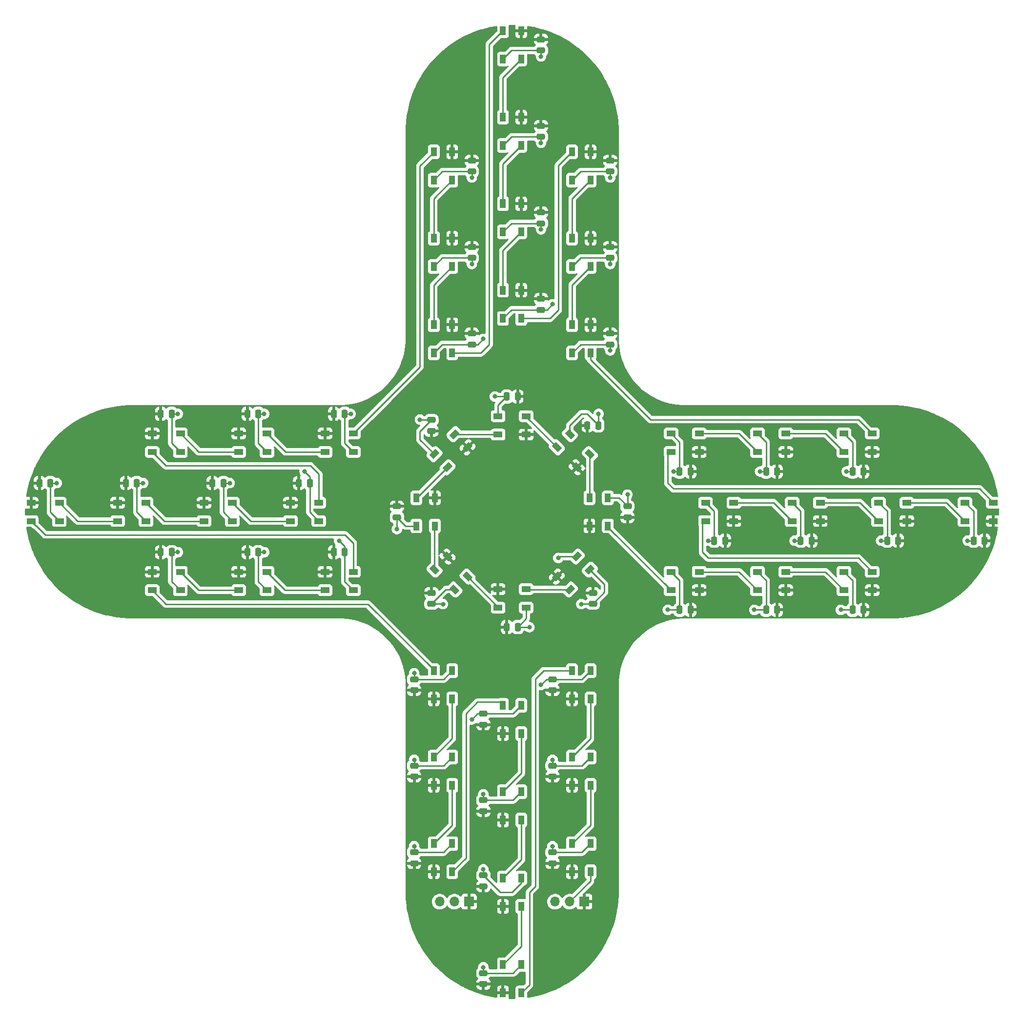
<source format=gbr>
%TF.GenerationSoftware,KiCad,Pcbnew,(6.0.5)*%
%TF.CreationDate,2022-08-18T17:20:13-06:00*%
%TF.ProjectId,Led Zia,4c656420-5a69-4612-9e6b-696361645f70,rev?*%
%TF.SameCoordinates,Original*%
%TF.FileFunction,Copper,L1,Top*%
%TF.FilePolarity,Positive*%
%FSLAX46Y46*%
G04 Gerber Fmt 4.6, Leading zero omitted, Abs format (unit mm)*
G04 Created by KiCad (PCBNEW (6.0.5)) date 2022-08-18 17:20:13*
%MOMM*%
%LPD*%
G01*
G04 APERTURE LIST*
G04 Aperture macros list*
%AMRoundRect*
0 Rectangle with rounded corners*
0 $1 Rounding radius*
0 $2 $3 $4 $5 $6 $7 $8 $9 X,Y pos of 4 corners*
0 Add a 4 corners polygon primitive as box body*
4,1,4,$2,$3,$4,$5,$6,$7,$8,$9,$2,$3,0*
0 Add four circle primitives for the rounded corners*
1,1,$1+$1,$2,$3*
1,1,$1+$1,$4,$5*
1,1,$1+$1,$6,$7*
1,1,$1+$1,$8,$9*
0 Add four rect primitives between the rounded corners*
20,1,$1+$1,$2,$3,$4,$5,0*
20,1,$1+$1,$4,$5,$6,$7,0*
20,1,$1+$1,$6,$7,$8,$9,0*
20,1,$1+$1,$8,$9,$2,$3,0*%
%AMRotRect*
0 Rectangle, with rotation*
0 The origin of the aperture is its center*
0 $1 length*
0 $2 width*
0 $3 Rotation angle, in degrees counterclockwise*
0 Add horizontal line*
21,1,$1,$2,0,0,$3*%
G04 Aperture macros list end*
%TA.AperFunction,SMDPad,CuDef*%
%ADD10R,1.000000X1.500000*%
%TD*%
%TA.AperFunction,SMDPad,CuDef*%
%ADD11R,1.500000X1.000000*%
%TD*%
%TA.AperFunction,SMDPad,CuDef*%
%ADD12RoundRect,0.250000X0.250000X0.475000X-0.250000X0.475000X-0.250000X-0.475000X0.250000X-0.475000X0*%
%TD*%
%TA.AperFunction,SMDPad,CuDef*%
%ADD13RoundRect,0.250000X-0.250000X-0.475000X0.250000X-0.475000X0.250000X0.475000X-0.250000X0.475000X0*%
%TD*%
%TA.AperFunction,ComponentPad*%
%ADD14R,1.700000X1.700000*%
%TD*%
%TA.AperFunction,ComponentPad*%
%ADD15O,1.700000X1.700000*%
%TD*%
%TA.AperFunction,SMDPad,CuDef*%
%ADD16RoundRect,0.250000X0.475000X-0.250000X0.475000X0.250000X-0.475000X0.250000X-0.475000X-0.250000X0*%
%TD*%
%TA.AperFunction,SMDPad,CuDef*%
%ADD17RoundRect,0.250000X-0.475000X0.250000X-0.475000X-0.250000X0.475000X-0.250000X0.475000X0.250000X0*%
%TD*%
%TA.AperFunction,SMDPad,CuDef*%
%ADD18RotRect,1.500000X1.000000X135.000000*%
%TD*%
%TA.AperFunction,SMDPad,CuDef*%
%ADD19RotRect,1.500000X1.000000X315.000000*%
%TD*%
%TA.AperFunction,SMDPad,CuDef*%
%ADD20RotRect,1.500000X1.000000X225.000000*%
%TD*%
%TA.AperFunction,SMDPad,CuDef*%
%ADD21RotRect,1.500000X1.000000X45.000000*%
%TD*%
%TA.AperFunction,ViaPad*%
%ADD22C,0.800000*%
%TD*%
%TA.AperFunction,Conductor*%
%ADD23C,0.250000*%
%TD*%
G04 APERTURE END LIST*
D10*
%TO.P,D46,1,VDD*%
%TO.N,+5V*%
X113399999Y-134450000D03*
%TO.P,D46,2,DOUT*%
%TO.N,Net-(D46-Pad2)*%
X116599999Y-134450000D03*
%TO.P,D46,3,VSS*%
%TO.N,GND*%
X116599999Y-129550000D03*
%TO.P,D46,4,DIN*%
%TO.N,Net-(D45-Pad2)*%
X113399999Y-129550000D03*
%TD*%
D11*
%TO.P,D11,1,VDD*%
%TO.N,+5V*%
X165449999Y-115600000D03*
%TO.P,D11,2,DOUT*%
%TO.N,Net-(D11-Pad2)*%
X165449999Y-112400000D03*
%TO.P,D11,3,VSS*%
%TO.N,GND*%
X160549999Y-112400000D03*
%TO.P,D11,4,DIN*%
%TO.N,Net-(D10-Pad2)*%
X160549999Y-115600000D03*
%TD*%
D12*
%TO.P,C30,1*%
%TO.N,GND*%
X58950000Y-85000000D03*
%TO.P,C30,2*%
%TO.N,+5V*%
X57050000Y-85000000D03*
%TD*%
D11*
%TO.P,D33,1,VDD*%
%TO.N,+5V*%
X49549999Y-100400000D03*
%TO.P,D33,2,DOUT*%
%TO.N,Net-(D33-Pad2)*%
X49549999Y-103600000D03*
%TO.P,D33,3,VSS*%
%TO.N,GND*%
X54449999Y-103600000D03*
%TO.P,D33,4,DIN*%
%TO.N,Net-(D32-Pad2)*%
X54449999Y-100400000D03*
%TD*%
D13*
%TO.P,C16,1*%
%TO.N,GND*%
X132050000Y-95000000D03*
%TO.P,C16,2*%
%TO.N,+5V*%
X133950000Y-95000000D03*
%TD*%
D11*
%TO.P,D34,1,VDD*%
%TO.N,+5V*%
X34549999Y-100400000D03*
%TO.P,D34,2,DOUT*%
%TO.N,Net-(D34-Pad2)*%
X34549999Y-103600000D03*
%TO.P,D34,3,VSS*%
%TO.N,GND*%
X39449999Y-103600000D03*
%TO.P,D34,4,DIN*%
%TO.N,Net-(D33-Pad2)*%
X39449999Y-100400000D03*
%TD*%
D10*
%TO.P,D45,1,VDD*%
%TO.N,+5V*%
X101399999Y-185450000D03*
%TO.P,D45,2,DOUT*%
%TO.N,Net-(D45-Pad2)*%
X104599999Y-185450000D03*
%TO.P,D45,3,VSS*%
%TO.N,GND*%
X104599999Y-180550000D03*
%TO.P,D45,4,DIN*%
%TO.N,Net-(D44-Pad2)*%
X101399999Y-180550000D03*
%TD*%
D13*
%TO.P,C18,1*%
%TO.N,GND*%
X162050000Y-95000000D03*
%TO.P,C18,2*%
%TO.N,+5V*%
X163950000Y-95000000D03*
%TD*%
D14*
%TO.P,J2,1,Pin_1*%
%TO.N,+5V*%
X115525000Y-169625000D03*
D15*
%TO.P,J2,2,Pin_2*%
%TO.N,/23 LEDs1/DOUT*%
X112985000Y-169625000D03*
%TO.P,J2,3,Pin_3*%
%TO.N,GND*%
X110445000Y-169625000D03*
%TD*%
D10*
%TO.P,D8,1,VDD*%
%TO.N,+5V*%
X116399999Y-104450000D03*
%TO.P,D8,2,DOUT*%
%TO.N,Net-(D8-Pad2)*%
X119599999Y-104450000D03*
%TO.P,D8,3,VSS*%
%TO.N,GND*%
X119599999Y-99550000D03*
%TO.P,D8,4,DIN*%
%TO.N,Net-(D7-Pad2)*%
X116399999Y-99550000D03*
%TD*%
D12*
%TO.P,C35,1*%
%TO.N,GND*%
X22900000Y-97000000D03*
%TO.P,C35,2*%
%TO.N,+5V*%
X21000000Y-97000000D03*
%TD*%
%TO.P,C34,1*%
%TO.N,GND*%
X37900000Y-97000000D03*
%TO.P,C34,2*%
%TO.N,+5V*%
X36000000Y-97000000D03*
%TD*%
%TO.P,C7,1*%
%TO.N,GND*%
X117950000Y-87000000D03*
%TO.P,C7,2*%
%TO.N,+5V*%
X116050000Y-87000000D03*
%TD*%
D10*
%TO.P,D27,1,VDD*%
%TO.N,+5V*%
X92599999Y-54550000D03*
%TO.P,D27,2,DOUT*%
%TO.N,Net-(D27-Pad2)*%
X89399999Y-54550000D03*
%TO.P,D27,3,VSS*%
%TO.N,GND*%
X89399999Y-59450000D03*
%TO.P,D27,4,DIN*%
%TO.N,Net-(D26-Pad2)*%
X92599999Y-59450000D03*
%TD*%
D16*
%TO.P,C20,1*%
%TO.N,GND*%
X120000000Y-57950000D03*
%TO.P,C20,2*%
%TO.N,+5V*%
X120000000Y-56050000D03*
%TD*%
D10*
%TO.P,D19,1,VDD*%
%TO.N,+5V*%
X116599999Y-69550000D03*
%TO.P,D19,2,DOUT*%
%TO.N,Net-(D19-Pad2)*%
X113399999Y-69550000D03*
%TO.P,D19,3,VSS*%
%TO.N,GND*%
X113399999Y-74450000D03*
%TO.P,D19,4,DIN*%
%TO.N,Net-(D18-Pad2)*%
X116599999Y-74450000D03*
%TD*%
D17*
%TO.P,C41,1*%
%TO.N,GND*%
X86000000Y-161050000D03*
%TO.P,C41,2*%
%TO.N,+5V*%
X86000000Y-162950000D03*
%TD*%
D16*
%TO.P,C1,1*%
%TO.N,GND*%
X117000000Y-117950000D03*
%TO.P,C1,2*%
%TO.N,+5V*%
X117000000Y-116050000D03*
%TD*%
D12*
%TO.P,C31,1*%
%TO.N,GND*%
X43950000Y-85000000D03*
%TO.P,C31,2*%
%TO.N,+5V*%
X42050000Y-85000000D03*
%TD*%
%TO.P,C33,1*%
%TO.N,GND*%
X52900000Y-97000000D03*
%TO.P,C33,2*%
%TO.N,+5V*%
X51000000Y-97000000D03*
%TD*%
D17*
%TO.P,C5,1*%
%TO.N,GND*%
X89000000Y-86050000D03*
%TO.P,C5,2*%
%TO.N,+5V*%
X89000000Y-87950000D03*
%TD*%
D18*
%TO.P,D7,1,VDD*%
%TO.N,+5V*%
X114207642Y-94257180D03*
%TO.P,D7,2,DOUT*%
%TO.N,Net-(D7-Pad2)*%
X116470383Y-91994439D03*
%TO.P,D7,3,VSS*%
%TO.N,GND*%
X113005560Y-88529616D03*
%TO.P,D7,4,DIN*%
%TO.N,Net-(D6-Pad2)*%
X110742819Y-90792357D03*
%TD*%
D10*
%TO.P,D4,1,VDD*%
%TO.N,+5V*%
X89600000Y-99550000D03*
%TO.P,D4,2,DOUT*%
%TO.N,Net-(D4-Pad2)*%
X86400000Y-99550000D03*
%TO.P,D4,3,VSS*%
%TO.N,GND*%
X86400000Y-104450000D03*
%TO.P,D4,4,DIN*%
%TO.N,Net-(D3-Pad2)*%
X89600000Y-104450000D03*
%TD*%
D13*
%TO.P,C10,1*%
%TO.N,GND*%
X147050000Y-119000000D03*
%TO.P,C10,2*%
%TO.N,+5V*%
X148950000Y-119000000D03*
%TD*%
D12*
%TO.P,C32,1*%
%TO.N,GND*%
X67900000Y-97000000D03*
%TO.P,C32,2*%
%TO.N,+5V*%
X66000000Y-97000000D03*
%TD*%
D19*
%TO.P,D3,1,VDD*%
%TO.N,+5V*%
X91792356Y-109742820D03*
%TO.P,D3,2,DOUT*%
%TO.N,Net-(D3-Pad2)*%
X89529615Y-112005561D03*
%TO.P,D3,3,VSS*%
%TO.N,GND*%
X92994438Y-115470384D03*
%TO.P,D3,4,DIN*%
%TO.N,Net-(D2-Pad2)*%
X95257179Y-113207643D03*
%TD*%
D17*
%TO.P,C42,1*%
%TO.N,GND*%
X98000000Y-137000000D03*
%TO.P,C42,2*%
%TO.N,+5V*%
X98000000Y-138900000D03*
%TD*%
D16*
%TO.P,C3,1*%
%TO.N,GND*%
X89000000Y-117950000D03*
%TO.P,C3,2*%
%TO.N,+5V*%
X89000000Y-116050000D03*
%TD*%
%TO.P,C21,1*%
%TO.N,GND*%
X120000000Y-42950000D03*
%TO.P,C21,2*%
%TO.N,+5V*%
X120000000Y-41050000D03*
%TD*%
D11*
%TO.P,D35,1,VDD*%
%TO.N,+5V*%
X19549999Y-100400000D03*
%TO.P,D35,2,DOUT*%
%TO.N,Net-(D35-Pad2)*%
X19549999Y-103600000D03*
%TO.P,D35,3,VSS*%
%TO.N,GND*%
X24449999Y-103600000D03*
%TO.P,D35,4,DIN*%
%TO.N,Net-(D34-Pad2)*%
X24449999Y-100400000D03*
%TD*%
D17*
%TO.P,C48,1*%
%TO.N,GND*%
X110000000Y-161050000D03*
%TO.P,C48,2*%
%TO.N,+5V*%
X110000000Y-162950000D03*
%TD*%
D13*
%TO.P,C11,1*%
%TO.N,GND*%
X162050000Y-119000000D03*
%TO.P,C11,2*%
%TO.N,+5V*%
X163950000Y-119000000D03*
%TD*%
D11*
%TO.P,D38,1,VDD*%
%TO.N,+5V*%
X40549999Y-112400000D03*
%TO.P,D38,2,DOUT*%
%TO.N,Net-(D38-Pad2)*%
X40549999Y-115600000D03*
%TO.P,D38,3,VSS*%
%TO.N,GND*%
X45449999Y-115600000D03*
%TO.P,D38,4,DIN*%
%TO.N,Net-(D37-Pad2)*%
X45449999Y-112400000D03*
%TD*%
D13*
%TO.P,C6,1*%
%TO.N,GND*%
X102050000Y-82000000D03*
%TO.P,C6,2*%
%TO.N,+5V*%
X103950000Y-82000000D03*
%TD*%
D11*
%TO.P,D30,1,VDD*%
%TO.N,+5V*%
X55549999Y-88400000D03*
%TO.P,D30,2,DOUT*%
%TO.N,Net-(D30-Pad2)*%
X55549999Y-91600000D03*
%TO.P,D30,3,VSS*%
%TO.N,GND*%
X60449999Y-91600000D03*
%TO.P,D30,4,DIN*%
%TO.N,Net-(D29-Pad2)*%
X60449999Y-88400000D03*
%TD*%
%TO.P,D2,1,VDD*%
%TO.N,+5V*%
X100550000Y-115400000D03*
%TO.P,D2,2,DOUT*%
%TO.N,Net-(D2-Pad2)*%
X100550000Y-118600000D03*
%TO.P,D2,3,VSS*%
%TO.N,GND*%
X105450000Y-118600000D03*
%TO.P,D2,4,DIN*%
%TO.N,Net-(D1-Pad2)*%
X105450000Y-115400000D03*
%TD*%
D10*
%TO.P,D26,1,VDD*%
%TO.N,+5V*%
X92599999Y-69550000D03*
%TO.P,D26,2,DOUT*%
%TO.N,Net-(D26-Pad2)*%
X89399999Y-69550000D03*
%TO.P,D26,3,VSS*%
%TO.N,GND*%
X89399999Y-74450000D03*
%TO.P,D26,4,DIN*%
%TO.N,/23 LEDs1/DIN*%
X92599999Y-74450000D03*
%TD*%
D11*
%TO.P,D12,1,VDD*%
%TO.N,+5V*%
X141449999Y-103600000D03*
%TO.P,D12,2,DOUT*%
%TO.N,Net-(D12-Pad2)*%
X141449999Y-100400000D03*
%TO.P,D12,3,VSS*%
%TO.N,GND*%
X136549999Y-100400000D03*
%TO.P,D12,4,DIN*%
%TO.N,Net-(D11-Pad2)*%
X136549999Y-103600000D03*
%TD*%
%TO.P,D15,1,VDD*%
%TO.N,+5V*%
X186449999Y-103600000D03*
%TO.P,D15,2,DOUT*%
%TO.N,Net-(D15-Pad2)*%
X186449999Y-100400000D03*
%TO.P,D15,3,VSS*%
%TO.N,GND*%
X181549999Y-100400000D03*
%TO.P,D15,4,DIN*%
%TO.N,Net-(D14-Pad2)*%
X181549999Y-103600000D03*
%TD*%
D20*
%TO.P,D5,1,VDD*%
%TO.N,+5V*%
X95257179Y-90792357D03*
%TO.P,D5,2,DOUT*%
%TO.N,Net-(D5-Pad2)*%
X92994438Y-88529616D03*
%TO.P,D5,3,VSS*%
%TO.N,GND*%
X89529615Y-91994439D03*
%TO.P,D5,4,DIN*%
%TO.N,Net-(D4-Pad2)*%
X91792356Y-94257180D03*
%TD*%
D10*
%TO.P,D23,1,VDD*%
%TO.N,+5V*%
X104599999Y-48550000D03*
%TO.P,D23,2,DOUT*%
%TO.N,Net-(D23-Pad2)*%
X101399999Y-48550000D03*
%TO.P,D23,3,VSS*%
%TO.N,GND*%
X101399999Y-53450000D03*
%TO.P,D23,4,DIN*%
%TO.N,Net-(D22-Pad2)*%
X104599999Y-53450000D03*
%TD*%
D12*
%TO.P,C38,1*%
%TO.N,GND*%
X43950000Y-109000000D03*
%TO.P,C38,2*%
%TO.N,+5V*%
X42050000Y-109000000D03*
%TD*%
D11*
%TO.P,D10,1,VDD*%
%TO.N,+5V*%
X150449999Y-115600000D03*
%TO.P,D10,2,DOUT*%
%TO.N,Net-(D10-Pad2)*%
X150449999Y-112400000D03*
%TO.P,D10,3,VSS*%
%TO.N,GND*%
X145549999Y-112400000D03*
%TO.P,D10,4,DIN*%
%TO.N,Net-(D10-Pad4)*%
X145549999Y-115600000D03*
%TD*%
D10*
%TO.P,D48,1,VDD*%
%TO.N,+5V*%
X113399999Y-164450000D03*
%TO.P,D48,2,DOUT*%
%TO.N,/23 LEDs1/DOUT*%
X116599999Y-164450000D03*
%TO.P,D48,3,VSS*%
%TO.N,GND*%
X116599999Y-159550000D03*
%TO.P,D48,4,DIN*%
%TO.N,Net-(D47-Pad2)*%
X113399999Y-159550000D03*
%TD*%
D12*
%TO.P,C37,1*%
%TO.N,GND*%
X58950000Y-109000000D03*
%TO.P,C37,2*%
%TO.N,+5V*%
X57050000Y-109000000D03*
%TD*%
D11*
%TO.P,D6,1,VDD*%
%TO.N,+5V*%
X105450000Y-88600000D03*
%TO.P,D6,2,DOUT*%
%TO.N,Net-(D6-Pad2)*%
X105450000Y-85400000D03*
%TO.P,D6,3,VSS*%
%TO.N,GND*%
X100550000Y-85400000D03*
%TO.P,D6,4,DIN*%
%TO.N,Net-(D5-Pad2)*%
X100550000Y-88600000D03*
%TD*%
D10*
%TO.P,D43,1,VDD*%
%TO.N,+5V*%
X101399999Y-155450000D03*
%TO.P,D43,2,DOUT*%
%TO.N,Net-(D43-Pad2)*%
X104599999Y-155450000D03*
%TO.P,D43,3,VSS*%
%TO.N,GND*%
X104599999Y-150550000D03*
%TO.P,D43,4,DIN*%
%TO.N,Net-(D42-Pad2)*%
X101399999Y-150550000D03*
%TD*%
D11*
%TO.P,D32,1,VDD*%
%TO.N,+5V*%
X64549999Y-100400000D03*
%TO.P,D32,2,DOUT*%
%TO.N,Net-(D32-Pad2)*%
X64549999Y-103600000D03*
%TO.P,D32,3,VSS*%
%TO.N,GND*%
X69449999Y-103600000D03*
%TO.P,D32,4,DIN*%
%TO.N,Net-(D31-Pad2)*%
X69449999Y-100400000D03*
%TD*%
D16*
%TO.P,C22,1*%
%TO.N,GND*%
X108000000Y-66950000D03*
%TO.P,C22,2*%
%TO.N,+5V*%
X108000000Y-65050000D03*
%TD*%
%TO.P,C26,1*%
%TO.N,GND*%
X96000000Y-72950000D03*
%TO.P,C26,2*%
%TO.N,+5V*%
X96000000Y-71050000D03*
%TD*%
D10*
%TO.P,D40,1,VDD*%
%TO.N,+5V*%
X89399999Y-149450000D03*
%TO.P,D40,2,DOUT*%
%TO.N,Net-(D40-Pad2)*%
X92599999Y-149450000D03*
%TO.P,D40,3,VSS*%
%TO.N,GND*%
X92599999Y-144550000D03*
%TO.P,D40,4,DIN*%
%TO.N,Net-(D39-Pad2)*%
X89399999Y-144550000D03*
%TD*%
D17*
%TO.P,C46,1*%
%TO.N,GND*%
X110000000Y-131050000D03*
%TO.P,C46,2*%
%TO.N,+5V*%
X110000000Y-132950000D03*
%TD*%
D14*
%TO.P,J1,1,Pin_1*%
%TO.N,+5V*%
X95525000Y-169625000D03*
D15*
%TO.P,J1,2,Pin_2*%
%TO.N,/25 LEDs/DIN*%
X92985000Y-169625000D03*
%TO.P,J1,3,Pin_3*%
%TO.N,GND*%
X90445000Y-169625000D03*
%TD*%
D17*
%TO.P,C44,1*%
%TO.N,GND*%
X98000000Y-165050000D03*
%TO.P,C44,2*%
%TO.N,+5V*%
X98000000Y-166950000D03*
%TD*%
D11*
%TO.P,D18,1,VDD*%
%TO.N,+5V*%
X165449999Y-91600000D03*
%TO.P,D18,2,DOUT*%
%TO.N,Net-(D18-Pad2)*%
X165449999Y-88400000D03*
%TO.P,D18,3,VSS*%
%TO.N,GND*%
X160549999Y-88400000D03*
%TO.P,D18,4,DIN*%
%TO.N,Net-(D17-Pad2)*%
X160549999Y-91600000D03*
%TD*%
%TO.P,D29,1,VDD*%
%TO.N,+5V*%
X70549999Y-88400000D03*
%TO.P,D29,2,DOUT*%
%TO.N,Net-(D29-Pad2)*%
X70549999Y-91600000D03*
%TO.P,D29,3,VSS*%
%TO.N,GND*%
X75449999Y-91600000D03*
%TO.P,D29,4,DIN*%
%TO.N,Net-(D28-Pad2)*%
X75449999Y-88400000D03*
%TD*%
D16*
%TO.P,C19,1*%
%TO.N,GND*%
X120000000Y-72950000D03*
%TO.P,C19,2*%
%TO.N,+5V*%
X120000000Y-71050000D03*
%TD*%
D11*
%TO.P,D37,1,VDD*%
%TO.N,+5V*%
X55549999Y-112400000D03*
%TO.P,D37,2,DOUT*%
%TO.N,Net-(D37-Pad2)*%
X55549999Y-115600000D03*
%TO.P,D37,3,VSS*%
%TO.N,GND*%
X60449999Y-115600000D03*
%TO.P,D37,4,DIN*%
%TO.N,Net-(D36-Pad2)*%
X60449999Y-112400000D03*
%TD*%
D10*
%TO.P,D24,1,VDD*%
%TO.N,+5V*%
X104599999Y-33550000D03*
%TO.P,D24,2,DOUT*%
%TO.N,Net-(D24-Pad2)*%
X101399999Y-33550000D03*
%TO.P,D24,3,VSS*%
%TO.N,GND*%
X101399999Y-38450000D03*
%TO.P,D24,4,DIN*%
%TO.N,Net-(D23-Pad2)*%
X104599999Y-38450000D03*
%TD*%
D11*
%TO.P,D17,1,VDD*%
%TO.N,+5V*%
X150449999Y-91600000D03*
%TO.P,D17,2,DOUT*%
%TO.N,Net-(D17-Pad2)*%
X150449999Y-88400000D03*
%TO.P,D17,3,VSS*%
%TO.N,GND*%
X145549999Y-88400000D03*
%TO.P,D17,4,DIN*%
%TO.N,Net-(D16-Pad2)*%
X145549999Y-91600000D03*
%TD*%
D10*
%TO.P,D21,1,VDD*%
%TO.N,+5V*%
X116599999Y-39550000D03*
%TO.P,D21,2,DOUT*%
%TO.N,Net-(D21-Pad2)*%
X113399999Y-39550000D03*
%TO.P,D21,3,VSS*%
%TO.N,GND*%
X113399999Y-44450000D03*
%TO.P,D21,4,DIN*%
%TO.N,Net-(D20-Pad2)*%
X116599999Y-44450000D03*
%TD*%
D11*
%TO.P,D36,1,VDD*%
%TO.N,+5V*%
X70549999Y-112400000D03*
%TO.P,D36,2,DOUT*%
%TO.N,Net-(D36-Pad2)*%
X70549999Y-115600000D03*
%TO.P,D36,3,VSS*%
%TO.N,GND*%
X75449999Y-115600000D03*
%TO.P,D36,4,DIN*%
%TO.N,Net-(D35-Pad2)*%
X75449999Y-112400000D03*
%TD*%
D12*
%TO.P,C29,1*%
%TO.N,GND*%
X73950000Y-85000000D03*
%TO.P,C29,2*%
%TO.N,+5V*%
X72050000Y-85000000D03*
%TD*%
D13*
%TO.P,C17,1*%
%TO.N,GND*%
X147050000Y-95000000D03*
%TO.P,C17,2*%
%TO.N,+5V*%
X148950000Y-95000000D03*
%TD*%
D10*
%TO.P,D39,1,VDD*%
%TO.N,+5V*%
X89399999Y-134450000D03*
%TO.P,D39,2,DOUT*%
%TO.N,Net-(D39-Pad2)*%
X92599999Y-134450000D03*
%TO.P,D39,3,VSS*%
%TO.N,GND*%
X92599999Y-129550000D03*
%TO.P,D39,4,DIN*%
%TO.N,Net-(D38-Pad2)*%
X89399999Y-129550000D03*
%TD*%
%TO.P,D42,1,VDD*%
%TO.N,+5V*%
X101399999Y-140450000D03*
%TO.P,D42,2,DOUT*%
%TO.N,Net-(D42-Pad2)*%
X104599999Y-140450000D03*
%TO.P,D42,3,VSS*%
%TO.N,GND*%
X104599999Y-135550000D03*
%TO.P,D42,4,DIN*%
%TO.N,Net-(D41-Pad2)*%
X101399999Y-135550000D03*
%TD*%
%TO.P,D47,1,VDD*%
%TO.N,+5V*%
X113399999Y-149450000D03*
%TO.P,D47,2,DOUT*%
%TO.N,Net-(D47-Pad2)*%
X116599999Y-149450000D03*
%TO.P,D47,3,VSS*%
%TO.N,GND*%
X116599999Y-144550000D03*
%TO.P,D47,4,DIN*%
%TO.N,Net-(D46-Pad2)*%
X113399999Y-144550000D03*
%TD*%
D13*
%TO.P,C12,1*%
%TO.N,GND*%
X138050000Y-107000000D03*
%TO.P,C12,2*%
%TO.N,+5V*%
X139950000Y-107000000D03*
%TD*%
D12*
%TO.P,C36,1*%
%TO.N,GND*%
X73950000Y-109000000D03*
%TO.P,C36,2*%
%TO.N,+5V*%
X72050000Y-109000000D03*
%TD*%
D16*
%TO.P,C4,1*%
%TO.N,GND*%
X83000000Y-102950000D03*
%TO.P,C4,2*%
%TO.N,+5V*%
X83000000Y-101050000D03*
%TD*%
%TO.P,C24,1*%
%TO.N,GND*%
X108000000Y-36950000D03*
%TO.P,C24,2*%
%TO.N,+5V*%
X108000000Y-35050000D03*
%TD*%
D11*
%TO.P,D9,1,VDD*%
%TO.N,+5V*%
X135449999Y-115600000D03*
%TO.P,D9,2,DOUT*%
%TO.N,Net-(D10-Pad4)*%
X135449999Y-112400000D03*
%TO.P,D9,3,VSS*%
%TO.N,GND*%
X130549999Y-112400000D03*
%TO.P,D9,4,DIN*%
%TO.N,Net-(D8-Pad2)*%
X130549999Y-115600000D03*
%TD*%
D17*
%TO.P,C45,1*%
%TO.N,GND*%
X98000000Y-182000000D03*
%TO.P,C45,2*%
%TO.N,+5V*%
X98000000Y-183900000D03*
%TD*%
D10*
%TO.P,D25,1,VDD*%
%TO.N,+5V*%
X104599999Y-18550000D03*
%TO.P,D25,2,DOUT*%
%TO.N,/23 LEDs1/DIN*%
X101399999Y-18550000D03*
%TO.P,D25,3,VSS*%
%TO.N,GND*%
X101399999Y-23450000D03*
%TO.P,D25,4,DIN*%
%TO.N,Net-(D24-Pad2)*%
X104599999Y-23450000D03*
%TD*%
D16*
%TO.P,C28,1*%
%TO.N,GND*%
X96000000Y-42950000D03*
%TO.P,C28,2*%
%TO.N,+5V*%
X96000000Y-41050000D03*
%TD*%
D13*
%TO.P,C15,1*%
%TO.N,GND*%
X183050000Y-107000000D03*
%TO.P,C15,2*%
%TO.N,+5V*%
X184950000Y-107000000D03*
%TD*%
D12*
%TO.P,C2,1*%
%TO.N,GND*%
X103950000Y-122000000D03*
%TO.P,C2,2*%
%TO.N,+5V*%
X102050000Y-122000000D03*
%TD*%
D17*
%TO.P,C43,1*%
%TO.N,GND*%
X98000000Y-152000000D03*
%TO.P,C43,2*%
%TO.N,+5V*%
X98000000Y-153900000D03*
%TD*%
D11*
%TO.P,D14,1,VDD*%
%TO.N,+5V*%
X171449999Y-103600000D03*
%TO.P,D14,2,DOUT*%
%TO.N,Net-(D14-Pad2)*%
X171449999Y-100400000D03*
%TO.P,D14,3,VSS*%
%TO.N,GND*%
X166549999Y-100400000D03*
%TO.P,D14,4,DIN*%
%TO.N,Net-(D13-Pad2)*%
X166549999Y-103600000D03*
%TD*%
D10*
%TO.P,D28,1,VDD*%
%TO.N,+5V*%
X92599999Y-39550000D03*
%TO.P,D28,2,DOUT*%
%TO.N,Net-(D28-Pad2)*%
X89399999Y-39550000D03*
%TO.P,D28,3,VSS*%
%TO.N,GND*%
X89399999Y-44450000D03*
%TO.P,D28,4,DIN*%
%TO.N,Net-(D27-Pad2)*%
X92599999Y-44450000D03*
%TD*%
D21*
%TO.P,D1,1,VDD*%
%TO.N,+5V*%
X110742819Y-113207643D03*
%TO.P,D1,2,DOUT*%
%TO.N,Net-(D1-Pad2)*%
X113005560Y-115470384D03*
%TO.P,D1,3,VSS*%
%TO.N,GND*%
X116470383Y-112005561D03*
%TO.P,D1,4,DIN*%
%TO.N,/25 LEDs/DIN*%
X114207642Y-109742820D03*
%TD*%
D11*
%TO.P,D31,1,VDD*%
%TO.N,+5V*%
X40549999Y-88400000D03*
%TO.P,D31,2,DOUT*%
%TO.N,Net-(D31-Pad2)*%
X40549999Y-91600000D03*
%TO.P,D31,3,VSS*%
%TO.N,GND*%
X45449999Y-91600000D03*
%TO.P,D31,4,DIN*%
%TO.N,Net-(D30-Pad2)*%
X45449999Y-88400000D03*
%TD*%
%TO.P,D13,1,VDD*%
%TO.N,+5V*%
X156449999Y-103600000D03*
%TO.P,D13,2,DOUT*%
%TO.N,Net-(D13-Pad2)*%
X156449999Y-100400000D03*
%TO.P,D13,3,VSS*%
%TO.N,GND*%
X151549999Y-100400000D03*
%TO.P,D13,4,DIN*%
%TO.N,Net-(D12-Pad2)*%
X151549999Y-103600000D03*
%TD*%
D10*
%TO.P,D41,1,VDD*%
%TO.N,+5V*%
X89399999Y-164450000D03*
%TO.P,D41,2,DOUT*%
%TO.N,Net-(D41-Pad2)*%
X92599999Y-164450000D03*
%TO.P,D41,3,VSS*%
%TO.N,GND*%
X92599999Y-159550000D03*
%TO.P,D41,4,DIN*%
%TO.N,Net-(D40-Pad2)*%
X89399999Y-159550000D03*
%TD*%
D13*
%TO.P,C13,1*%
%TO.N,GND*%
X153050000Y-107000000D03*
%TO.P,C13,2*%
%TO.N,+5V*%
X154950000Y-107000000D03*
%TD*%
%TO.P,C14,1*%
%TO.N,GND*%
X168050000Y-107000000D03*
%TO.P,C14,2*%
%TO.N,+5V*%
X169950000Y-107000000D03*
%TD*%
D16*
%TO.P,C25,1*%
%TO.N,GND*%
X108000000Y-21950000D03*
%TO.P,C25,2*%
%TO.N,+5V*%
X108000000Y-20050000D03*
%TD*%
D17*
%TO.P,C40,1*%
%TO.N,GND*%
X86000000Y-146050000D03*
%TO.P,C40,2*%
%TO.N,+5V*%
X86000000Y-147950000D03*
%TD*%
D16*
%TO.P,C23,1*%
%TO.N,GND*%
X108000000Y-51950000D03*
%TO.P,C23,2*%
%TO.N,+5V*%
X108000000Y-50050000D03*
%TD*%
%TO.P,C27,1*%
%TO.N,GND*%
X96000000Y-57950000D03*
%TO.P,C27,2*%
%TO.N,+5V*%
X96000000Y-56050000D03*
%TD*%
D17*
%TO.P,C47,1*%
%TO.N,GND*%
X110000000Y-146050000D03*
%TO.P,C47,2*%
%TO.N,+5V*%
X110000000Y-147950000D03*
%TD*%
%TO.P,C39,1*%
%TO.N,GND*%
X86000000Y-131050000D03*
%TO.P,C39,2*%
%TO.N,+5V*%
X86000000Y-132950000D03*
%TD*%
D13*
%TO.P,C9,1*%
%TO.N,GND*%
X132050000Y-119000000D03*
%TO.P,C9,2*%
%TO.N,+5V*%
X133950000Y-119000000D03*
%TD*%
D10*
%TO.P,D44,1,VDD*%
%TO.N,+5V*%
X101399999Y-170450000D03*
%TO.P,D44,2,DOUT*%
%TO.N,Net-(D44-Pad2)*%
X104599999Y-170450000D03*
%TO.P,D44,3,VSS*%
%TO.N,GND*%
X104599999Y-165550000D03*
%TO.P,D44,4,DIN*%
%TO.N,Net-(D43-Pad2)*%
X101399999Y-165550000D03*
%TD*%
D17*
%TO.P,C8,1*%
%TO.N,GND*%
X123000000Y-101050000D03*
%TO.P,C8,2*%
%TO.N,+5V*%
X123000000Y-102950000D03*
%TD*%
D10*
%TO.P,D22,1,VDD*%
%TO.N,+5V*%
X104599999Y-63550000D03*
%TO.P,D22,2,DOUT*%
%TO.N,Net-(D22-Pad2)*%
X101399999Y-63550000D03*
%TO.P,D22,3,VSS*%
%TO.N,GND*%
X101399999Y-68450000D03*
%TO.P,D22,4,DIN*%
%TO.N,Net-(D21-Pad2)*%
X104599999Y-68450000D03*
%TD*%
D11*
%TO.P,D16,1,VDD*%
%TO.N,+5V*%
X135449999Y-91600000D03*
%TO.P,D16,2,DOUT*%
%TO.N,Net-(D16-Pad2)*%
X135449999Y-88400000D03*
%TO.P,D16,3,VSS*%
%TO.N,GND*%
X130549999Y-88400000D03*
%TO.P,D16,4,DIN*%
%TO.N,Net-(D15-Pad2)*%
X130549999Y-91600000D03*
%TD*%
D10*
%TO.P,D20,1,VDD*%
%TO.N,+5V*%
X116599999Y-54550000D03*
%TO.P,D20,2,DOUT*%
%TO.N,Net-(D20-Pad2)*%
X113399999Y-54550000D03*
%TO.P,D20,3,VSS*%
%TO.N,GND*%
X113399999Y-59450000D03*
%TO.P,D20,4,DIN*%
%TO.N,Net-(D19-Pad2)*%
X116599999Y-59450000D03*
%TD*%
D22*
%TO.N,GND*%
X152000000Y-107000000D03*
X98000000Y-151000000D03*
X86000000Y-145000000D03*
X98000000Y-72000000D03*
X130000000Y-119000000D03*
X75000000Y-85000000D03*
X60000000Y-85000000D03*
X110000000Y-145000000D03*
X146000000Y-95000000D03*
X160000000Y-119000000D03*
X39000000Y-97000000D03*
X45000000Y-85000000D03*
X91000000Y-118000000D03*
X145000000Y-119000000D03*
X98000000Y-164000000D03*
X115000000Y-118000000D03*
X108000000Y-38000000D03*
X108000000Y-132000000D03*
X182000000Y-107000000D03*
X120000000Y-59000000D03*
X96000000Y-44000000D03*
X24000000Y-97000000D03*
X110000000Y-160000000D03*
X108000000Y-53000000D03*
X96000000Y-138000000D03*
X86000000Y-130000000D03*
X108000000Y-23000000D03*
X167000000Y-107000000D03*
X83000000Y-105000000D03*
X100000000Y-82000000D03*
X110000000Y-66000000D03*
X120000000Y-44000000D03*
X87000000Y-86000000D03*
X161000000Y-95000000D03*
X67000000Y-95000000D03*
X106000000Y-122000000D03*
X45000000Y-109000000D03*
X73000000Y-107000000D03*
X137000000Y-107000000D03*
X96000000Y-59000000D03*
X54000000Y-97000000D03*
X131000000Y-95000000D03*
X123000000Y-99000000D03*
X60000000Y-109000000D03*
X120000000Y-74000000D03*
X118000000Y-85000000D03*
X98000000Y-181000000D03*
X86000000Y-160000000D03*
%TO.N,/25 LEDs/DIN*%
X111000000Y-110000000D03*
%TD*%
D23*
%TO.N,+5V*%
X101399999Y-170450000D02*
X101399999Y-170349999D01*
%TO.N,Net-(D1-Pad2)*%
X105520384Y-115470384D02*
X105450000Y-115400000D01*
X113005560Y-115470384D02*
X105520384Y-115470384D01*
%TO.N,GND*%
X114899999Y-57950000D02*
X120000000Y-57950000D01*
X98000000Y-137000000D02*
X103149999Y-137000000D01*
X103149999Y-182000000D02*
X104599999Y-180550000D01*
X119000000Y-114535178D02*
X119000000Y-115950000D01*
X138050000Y-107000000D02*
X137000000Y-107000000D01*
X86000000Y-131050000D02*
X86000000Y-130000000D01*
X132050000Y-113900001D02*
X132050000Y-119000000D01*
X153050000Y-107000000D02*
X152000000Y-107000000D01*
X102050000Y-82000000D02*
X100000000Y-82000000D01*
X83000000Y-102950000D02*
X83000000Y-105000000D01*
X89529615Y-91994439D02*
X87000000Y-89464824D01*
X130549999Y-88400000D02*
X132050000Y-89900001D01*
X52900000Y-97000000D02*
X54000000Y-97000000D01*
X108000000Y-21950000D02*
X108000000Y-23000000D01*
X130549999Y-112400000D02*
X132050000Y-113900001D01*
X98000000Y-152000000D02*
X98000000Y-151000000D01*
X160549999Y-112400000D02*
X162050000Y-113900001D01*
X110000000Y-161050000D02*
X110000000Y-160000000D01*
X115000000Y-85000000D02*
X116000000Y-85000000D01*
X113000000Y-87816950D02*
X113000000Y-87000000D01*
X120000000Y-72950000D02*
X120000000Y-74000000D01*
X101399999Y-38450000D02*
X102899999Y-36950000D01*
X145549999Y-88400000D02*
X147050000Y-89900001D01*
X43950000Y-90100001D02*
X43950000Y-85000000D01*
X87000000Y-89464824D02*
X87000000Y-88050000D01*
X145549999Y-112400000D02*
X147050000Y-113900001D01*
X119000000Y-115950000D02*
X117000000Y-117950000D01*
X113000000Y-87000000D02*
X115000000Y-85000000D01*
X103149999Y-152000000D02*
X104599999Y-150550000D01*
X67900000Y-95900000D02*
X67000000Y-95000000D01*
X117000000Y-117950000D02*
X115050000Y-117950000D01*
X102899999Y-36950000D02*
X108000000Y-36950000D01*
X105450000Y-120500000D02*
X103950000Y-122000000D01*
X73950000Y-114100001D02*
X73950000Y-109000000D01*
X67900000Y-102050001D02*
X67900000Y-97000000D01*
X101399999Y-23450000D02*
X102899999Y-21950000D01*
X113005560Y-87822510D02*
X113000000Y-87816950D01*
X73950000Y-85000000D02*
X75000000Y-85000000D01*
X136549999Y-100400000D02*
X138050000Y-101900001D01*
X103950000Y-122000000D02*
X106000000Y-122000000D01*
X132050000Y-89900001D02*
X132050000Y-95000000D01*
X98000000Y-165050000D02*
X98000000Y-164000000D01*
X98000000Y-137000000D02*
X97000000Y-137000000D01*
X58950000Y-114100001D02*
X58950000Y-109000000D01*
X90899999Y-42950000D02*
X96000000Y-42950000D01*
X91099999Y-131050000D02*
X92599999Y-129550000D01*
X52900000Y-102050001D02*
X52900000Y-97000000D01*
X101399999Y-68450000D02*
X102899999Y-66950000D01*
X118000000Y-86950000D02*
X118000000Y-85000000D01*
X73950000Y-109000000D02*
X73950000Y-107950000D01*
X37900000Y-102050001D02*
X37900000Y-97000000D01*
X162050000Y-89900001D02*
X162050000Y-95000000D01*
X102899999Y-21950000D02*
X108000000Y-21950000D01*
X108000000Y-36950000D02*
X108000000Y-38000000D01*
X166549999Y-100400000D02*
X168050000Y-101900001D01*
X91479616Y-115470384D02*
X89000000Y-117950000D01*
X89399999Y-44450000D02*
X90899999Y-42950000D01*
X151549999Y-100400000D02*
X153050000Y-101900001D01*
X162050000Y-119000000D02*
X160000000Y-119000000D01*
X160549999Y-88400000D02*
X162050000Y-89900001D01*
X113399999Y-44450000D02*
X114899999Y-42950000D01*
X102899999Y-51950000D02*
X108000000Y-51950000D01*
X90899999Y-57950000D02*
X96000000Y-57950000D01*
X121500000Y-99550000D02*
X123000000Y-101050000D01*
X100550000Y-83500000D02*
X102050000Y-82000000D01*
X101399999Y-53450000D02*
X102899999Y-51950000D01*
X138050000Y-101900001D02*
X138050000Y-107000000D01*
X97050000Y-72950000D02*
X98000000Y-72000000D01*
X86400000Y-104450000D02*
X84500000Y-104450000D01*
X39449999Y-103600000D02*
X37900000Y-102050001D01*
X89000000Y-86050000D02*
X87050000Y-86050000D01*
X116470383Y-112005561D02*
X119000000Y-114535178D01*
X69449999Y-103600000D02*
X67900000Y-102050001D01*
X97000000Y-137000000D02*
X96000000Y-138000000D01*
X84500000Y-104450000D02*
X83000000Y-102950000D01*
X147050000Y-113900001D02*
X147050000Y-119000000D01*
X90950000Y-117950000D02*
X91000000Y-118000000D01*
X181549999Y-100400000D02*
X183050000Y-101900001D01*
X120000000Y-42950000D02*
X120000000Y-44000000D01*
X24449999Y-103600000D02*
X22900000Y-102050001D01*
X60449999Y-115600000D02*
X58950000Y-114100001D01*
X123000000Y-101050000D02*
X123000000Y-99000000D01*
X110000000Y-161050000D02*
X115099999Y-161050000D01*
X98000000Y-152000000D02*
X103149999Y-152000000D01*
X168050000Y-101900001D02*
X168050000Y-107000000D01*
X86000000Y-161050000D02*
X86000000Y-160000000D01*
X98000000Y-182000000D02*
X103149999Y-182000000D01*
X117950000Y-86950000D02*
X117950000Y-87000000D01*
X105450000Y-118600000D02*
X105450000Y-120500000D01*
X86000000Y-131050000D02*
X91099999Y-131050000D01*
X60449999Y-91600000D02*
X58950000Y-90100001D01*
X92994438Y-115470384D02*
X91479616Y-115470384D01*
X89000000Y-117950000D02*
X90950000Y-117950000D01*
X43950000Y-85000000D02*
X45000000Y-85000000D01*
X162050000Y-113900001D02*
X162050000Y-119000000D01*
X183050000Y-107000000D02*
X182000000Y-107000000D01*
X117950000Y-87000000D02*
X118000000Y-86950000D01*
X110000000Y-146050000D02*
X115099999Y-146050000D01*
X91099999Y-146050000D02*
X92599999Y-144550000D01*
X89399999Y-59450000D02*
X90899999Y-57950000D01*
X147050000Y-95000000D02*
X146000000Y-95000000D01*
X110000000Y-146050000D02*
X110000000Y-145000000D01*
X75449999Y-115600000D02*
X73950000Y-114100001D01*
X86000000Y-146050000D02*
X86000000Y-145000000D01*
X91099999Y-161050000D02*
X92599999Y-159550000D01*
X98000000Y-165050000D02*
X100950000Y-168000000D01*
X67900000Y-97000000D02*
X67900000Y-95900000D01*
X54449999Y-103600000D02*
X52900000Y-102050001D01*
X183050000Y-101900001D02*
X183050000Y-107000000D01*
X113005560Y-88529616D02*
X113005560Y-87822510D01*
X75449999Y-91600000D02*
X73950000Y-90100001D01*
X103000000Y-168000000D02*
X104599999Y-166400001D01*
X108000000Y-66950000D02*
X109050000Y-66950000D01*
X98000000Y-182000000D02*
X98000000Y-181000000D01*
X132050000Y-119000000D02*
X130000000Y-119000000D01*
X104599999Y-166400001D02*
X104599999Y-165550000D01*
X115099999Y-131050000D02*
X116599999Y-129550000D01*
X120000000Y-57950000D02*
X120000000Y-59000000D01*
X102899999Y-66950000D02*
X108000000Y-66950000D01*
X119599999Y-99550000D02*
X121500000Y-99550000D01*
X43950000Y-114100001D02*
X43950000Y-109000000D01*
X58950000Y-90100001D02*
X58950000Y-85000000D01*
X22900000Y-97000000D02*
X24000000Y-97000000D01*
X87000000Y-88050000D02*
X89000000Y-86050000D01*
X73950000Y-107950000D02*
X73000000Y-107000000D01*
X115099999Y-161050000D02*
X116599999Y-159550000D01*
X58950000Y-85000000D02*
X60000000Y-85000000D01*
X86000000Y-161050000D02*
X91099999Y-161050000D01*
X132050000Y-95000000D02*
X131000000Y-95000000D01*
X37900000Y-97000000D02*
X39000000Y-97000000D01*
X45449999Y-91600000D02*
X43950000Y-90100001D01*
X113399999Y-59450000D02*
X114899999Y-57950000D01*
X147050000Y-119000000D02*
X145000000Y-119000000D01*
X86000000Y-146050000D02*
X91099999Y-146050000D01*
X73950000Y-90100001D02*
X73950000Y-85000000D01*
X114899999Y-72950000D02*
X120000000Y-72950000D01*
X147050000Y-89900001D02*
X147050000Y-95000000D01*
X114899999Y-42950000D02*
X120000000Y-42950000D01*
X22900000Y-102050001D02*
X22900000Y-97000000D01*
X43950000Y-109000000D02*
X45000000Y-109000000D01*
X153050000Y-101900001D02*
X153050000Y-107000000D01*
X100550000Y-85400000D02*
X100550000Y-83500000D01*
X115099999Y-146050000D02*
X116599999Y-144550000D01*
X109050000Y-66950000D02*
X110000000Y-66000000D01*
X87050000Y-86050000D02*
X87000000Y-86000000D01*
X108000000Y-51950000D02*
X108000000Y-53000000D01*
X168050000Y-107000000D02*
X167000000Y-107000000D01*
X100950000Y-168000000D02*
X103000000Y-168000000D01*
X113399999Y-74450000D02*
X114899999Y-72950000D01*
X45449999Y-115600000D02*
X43950000Y-114100001D01*
X103149999Y-137000000D02*
X104599999Y-135550000D01*
X96000000Y-57950000D02*
X96000000Y-59000000D01*
X110000000Y-131050000D02*
X115099999Y-131050000D01*
X162050000Y-95000000D02*
X161000000Y-95000000D01*
X89399999Y-74450000D02*
X90899999Y-72950000D01*
X58950000Y-109000000D02*
X60000000Y-109000000D01*
X96000000Y-72950000D02*
X97050000Y-72950000D01*
X90899999Y-72950000D02*
X96000000Y-72950000D01*
X108950000Y-131050000D02*
X108000000Y-132000000D01*
X96000000Y-42950000D02*
X96000000Y-44000000D01*
X115050000Y-117950000D02*
X115000000Y-118000000D01*
X116000000Y-85000000D02*
X117950000Y-86950000D01*
X110000000Y-131050000D02*
X108950000Y-131050000D01*
%TO.N,/25 LEDs/DIN*%
X111257180Y-109742820D02*
X111000000Y-110000000D01*
X114207642Y-109742820D02*
X111257180Y-109742820D01*
%TO.N,Net-(D2-Pad2)*%
X100550000Y-118600000D02*
X100550000Y-118500464D01*
X100550000Y-118500464D02*
X95257179Y-113207643D01*
%TO.N,Net-(D3-Pad2)*%
X89529615Y-104520385D02*
X89600000Y-104450000D01*
X89529615Y-112005561D02*
X89529615Y-104520385D01*
%TO.N,Net-(D4-Pad2)*%
X86400000Y-99550000D02*
X86499536Y-99550000D01*
X86499536Y-99550000D02*
X91792356Y-94257180D01*
%TO.N,Net-(D5-Pad2)*%
X92994438Y-88529616D02*
X100479616Y-88529616D01*
X100479616Y-88529616D02*
X100550000Y-88600000D01*
%TO.N,Net-(D6-Pad2)*%
X105450000Y-85499538D02*
X110742819Y-90792357D01*
X105450000Y-85400000D02*
X105450000Y-85499538D01*
%TO.N,Net-(D7-Pad2)*%
X116470383Y-99479616D02*
X116399999Y-99550000D01*
X116470383Y-91994439D02*
X116470383Y-99479616D01*
%TO.N,Net-(D8-Pad2)*%
X119599999Y-104650000D02*
X130549999Y-115600000D01*
X119599999Y-104450000D02*
X119599999Y-104650000D01*
%TO.N,Net-(D10-Pad4)*%
X142349999Y-112400000D02*
X145549999Y-115600000D01*
X135449999Y-112400000D02*
X142349999Y-112400000D01*
%TO.N,Net-(D10-Pad2)*%
X157349999Y-112400000D02*
X160549999Y-115600000D01*
X150449999Y-112400000D02*
X157349999Y-112400000D01*
%TO.N,Net-(D11-Pad2)*%
X163049999Y-110000000D02*
X137000000Y-110000000D01*
X136400000Y-103600000D02*
X136549999Y-103600000D01*
X136000000Y-104000000D02*
X136400000Y-103600000D01*
X165449999Y-112400000D02*
X163049999Y-110000000D01*
X136000000Y-109000000D02*
X136000000Y-104000000D01*
X137000000Y-110000000D02*
X136000000Y-109000000D01*
%TO.N,Net-(D12-Pad2)*%
X141449999Y-100400000D02*
X148349999Y-100400000D01*
X148349999Y-100400000D02*
X151549999Y-103600000D01*
%TO.N,Net-(D13-Pad2)*%
X156449999Y-100400000D02*
X163349999Y-100400000D01*
X163349999Y-100400000D02*
X166549999Y-103600000D01*
%TO.N,Net-(D14-Pad2)*%
X178349999Y-100400000D02*
X181549999Y-103600000D01*
X171449999Y-100400000D02*
X178349999Y-100400000D01*
%TO.N,Net-(D15-Pad2)*%
X186449999Y-100400000D02*
X184049999Y-98000000D01*
X130400000Y-91600000D02*
X130549999Y-91600000D01*
X130000000Y-97000000D02*
X130000000Y-92000000D01*
X131000000Y-98000000D02*
X130000000Y-97000000D01*
X184049999Y-98000000D02*
X131000000Y-98000000D01*
X130000000Y-92000000D02*
X130400000Y-91600000D01*
%TO.N,Net-(D16-Pad2)*%
X135449999Y-88400000D02*
X142349999Y-88400000D01*
X142349999Y-88400000D02*
X145549999Y-91600000D01*
%TO.N,Net-(D17-Pad2)*%
X150449999Y-88400000D02*
X157349999Y-88400000D01*
X157349999Y-88400000D02*
X160549999Y-91600000D01*
%TO.N,Net-(D18-Pad2)*%
X165449999Y-88400000D02*
X163049999Y-86000000D01*
X127000000Y-86000000D02*
X116599999Y-75599999D01*
X163049999Y-86000000D02*
X127000000Y-86000000D01*
X116599999Y-75599999D02*
X116599999Y-74450000D01*
%TO.N,Net-(D19-Pad2)*%
X113399999Y-62650000D02*
X116599999Y-59450000D01*
X113399999Y-69550000D02*
X113399999Y-62650000D01*
%TO.N,Net-(D20-Pad2)*%
X113399999Y-54550000D02*
X113399999Y-47650000D01*
X113399999Y-47650000D02*
X116599999Y-44450000D01*
%TO.N,Net-(D21-Pad2)*%
X109550000Y-68450000D02*
X104599999Y-68450000D01*
X111000000Y-41949999D02*
X111000000Y-67000000D01*
X111000000Y-67000000D02*
X109550000Y-68450000D01*
X113399999Y-39550000D02*
X111000000Y-41949999D01*
%TO.N,Net-(D22-Pad2)*%
X101399999Y-56650000D02*
X104599999Y-53450000D01*
X101399999Y-63550000D02*
X101399999Y-56650000D01*
%TO.N,Net-(D23-Pad2)*%
X101399999Y-41650000D02*
X104599999Y-38450000D01*
X101399999Y-48550000D02*
X101399999Y-41650000D01*
%TO.N,Net-(D24-Pad2)*%
X101399999Y-26650000D02*
X104599999Y-23450000D01*
X101399999Y-33550000D02*
X101399999Y-26650000D01*
%TO.N,/23 LEDs1/DIN*%
X99000000Y-73000000D02*
X97550000Y-74450000D01*
X101399999Y-18550000D02*
X99000000Y-20949999D01*
X99000000Y-20949999D02*
X99000000Y-73000000D01*
X97550000Y-74450000D02*
X92599999Y-74450000D01*
%TO.N,Net-(D26-Pad2)*%
X89399999Y-62650000D02*
X92599999Y-59450000D01*
X89399999Y-69550000D02*
X89399999Y-62650000D01*
%TO.N,Net-(D27-Pad2)*%
X89399999Y-54550000D02*
X89399999Y-47650000D01*
X89399999Y-47650000D02*
X92599999Y-44450000D01*
%TO.N,Net-(D28-Pad2)*%
X87000000Y-42000000D02*
X87000000Y-76849999D01*
X89399999Y-39600001D02*
X87000000Y-42000000D01*
X89399999Y-39550000D02*
X89399999Y-39600001D01*
X87000000Y-76849999D02*
X75449999Y-88400000D01*
%TO.N,Net-(D29-Pad2)*%
X70549999Y-91600000D02*
X63649999Y-91600000D01*
X63649999Y-91600000D02*
X60449999Y-88400000D01*
%TO.N,Net-(D30-Pad2)*%
X55549999Y-91600000D02*
X48649999Y-91600000D01*
X48649999Y-91600000D02*
X45449999Y-88400000D01*
%TO.N,Net-(D31-Pad2)*%
X40549999Y-91600000D02*
X42949999Y-94000000D01*
X69449999Y-95449999D02*
X69449999Y-100400000D01*
X68000000Y-94000000D02*
X69449999Y-95449999D01*
X42949999Y-94000000D02*
X68000000Y-94000000D01*
%TO.N,Net-(D32-Pad2)*%
X57649999Y-103600000D02*
X54449999Y-100400000D01*
X64549999Y-103600000D02*
X57649999Y-103600000D01*
%TO.N,Net-(D33-Pad2)*%
X49549999Y-103600000D02*
X42649999Y-103600000D01*
X42649999Y-103600000D02*
X39449999Y-100400000D01*
%TO.N,Net-(D34-Pad2)*%
X34549999Y-103600000D02*
X27649999Y-103600000D01*
X27649999Y-103600000D02*
X24449999Y-100400000D01*
%TO.N,Net-(D35-Pad2)*%
X19549999Y-103600000D02*
X20374510Y-104424511D01*
X20374510Y-104424511D02*
X20424511Y-104424511D01*
X22000000Y-106000000D02*
X74000000Y-106000000D01*
X74000000Y-106000000D02*
X75449999Y-107449999D01*
X20424511Y-104424511D02*
X22000000Y-106000000D01*
X75449999Y-107449999D02*
X75449999Y-112400000D01*
%TO.N,Net-(D36-Pad2)*%
X63600000Y-115600000D02*
X60449999Y-112449999D01*
X60449999Y-112449999D02*
X60449999Y-112400000D01*
X70549999Y-115600000D02*
X63600000Y-115600000D01*
%TO.N,Net-(D37-Pad2)*%
X48649999Y-115600000D02*
X45449999Y-112400000D01*
X55549999Y-115600000D02*
X48649999Y-115600000D01*
%TO.N,Net-(D38-Pad2)*%
X40549999Y-115600000D02*
X42949999Y-118000000D01*
X42949999Y-118000000D02*
X78000000Y-118000000D01*
X89399999Y-129399999D02*
X89399999Y-129550000D01*
X78000000Y-118000000D02*
X89399999Y-129399999D01*
%TO.N,Net-(D39-Pad2)*%
X92599999Y-141350000D02*
X89399999Y-144550000D01*
X92599999Y-134450000D02*
X92599999Y-141350000D01*
%TO.N,Net-(D40-Pad2)*%
X92599999Y-156350000D02*
X89399999Y-159550000D01*
X92599999Y-149450000D02*
X92599999Y-156350000D01*
%TO.N,Net-(D41-Pad2)*%
X95000000Y-162049999D02*
X95000000Y-137000000D01*
X101399999Y-135399999D02*
X101399999Y-135550000D01*
X97000000Y-135000000D02*
X101000000Y-135000000D01*
X95000000Y-137000000D02*
X97000000Y-135000000D01*
X92599999Y-164450000D02*
X95000000Y-162049999D01*
X101000000Y-135000000D02*
X101399999Y-135399999D01*
%TO.N,Net-(D42-Pad2)*%
X104599999Y-147350000D02*
X101399999Y-150550000D01*
X104599999Y-140450000D02*
X104599999Y-147350000D01*
%TO.N,Net-(D43-Pad2)*%
X104599999Y-155450000D02*
X104599999Y-162350000D01*
X104599999Y-162350000D02*
X101399999Y-165550000D01*
%TO.N,Net-(D44-Pad2)*%
X104599999Y-177350000D02*
X101399999Y-180550000D01*
X104599999Y-170450000D02*
X104599999Y-177350000D01*
%TO.N,Net-(D45-Pad2)*%
X108450000Y-129550000D02*
X113399999Y-129550000D01*
X107000000Y-131000000D02*
X108450000Y-129550000D01*
X106000000Y-168000000D02*
X107000000Y-167000000D01*
X104599999Y-185450000D02*
X106000000Y-184049999D01*
X106000000Y-184049999D02*
X106000000Y-168000000D01*
X107000000Y-167000000D02*
X107000000Y-131000000D01*
%TO.N,Net-(D46-Pad2)*%
X116599999Y-141350000D02*
X113399999Y-144550000D01*
X116599999Y-134450000D02*
X116599999Y-141350000D01*
%TO.N,Net-(D47-Pad2)*%
X116599999Y-156350000D02*
X113399999Y-159550000D01*
X116599999Y-149450000D02*
X116599999Y-156350000D01*
%TO.N,/23 LEDs1/DOUT*%
X116599999Y-164450000D02*
X116599999Y-166010001D01*
X116599999Y-166010001D02*
X112985000Y-169625000D01*
%TD*%
%TA.AperFunction,Conductor*%
%TO.N,+5V*%
G36*
X103423801Y-17513422D02*
G01*
X103487759Y-17516336D01*
X103554899Y-17539417D01*
X103598901Y-17595133D01*
X103605796Y-17665794D01*
X103603298Y-17674697D01*
X103603348Y-17674709D01*
X103597894Y-17697649D01*
X103592368Y-17748514D01*
X103591999Y-17755328D01*
X103591999Y-18277885D01*
X103596474Y-18293124D01*
X103597864Y-18294329D01*
X103605547Y-18296000D01*
X105589883Y-18296000D01*
X105605122Y-18291525D01*
X105606327Y-18290135D01*
X105607998Y-18282452D01*
X105607998Y-17842450D01*
X105628000Y-17774329D01*
X105681656Y-17727836D01*
X105751154Y-17717624D01*
X105931447Y-17742405D01*
X105937075Y-17743309D01*
X106759397Y-17894750D01*
X106764989Y-17895912D01*
X107118028Y-17977699D01*
X107579535Y-18084615D01*
X107585092Y-18086036D01*
X108187135Y-18254720D01*
X108318493Y-18291525D01*
X108390209Y-18311619D01*
X108395690Y-18313290D01*
X109189723Y-18575290D01*
X109195074Y-18577192D01*
X109976391Y-18875073D01*
X109981670Y-18877224D01*
X110748572Y-19210336D01*
X110753773Y-19212737D01*
X110997753Y-19332193D01*
X111504717Y-19580409D01*
X111509810Y-19583048D01*
X112243229Y-19984511D01*
X112248197Y-19987379D01*
X112962589Y-20421811D01*
X112967421Y-20424902D01*
X113661307Y-20891403D01*
X113665993Y-20894711D01*
X114337918Y-21392304D01*
X114342449Y-21395822D01*
X114445758Y-21479870D01*
X114957011Y-21895805D01*
X114991039Y-21923489D01*
X114995397Y-21927203D01*
X115585058Y-22453295D01*
X115619278Y-22483826D01*
X115623469Y-22487739D01*
X116140810Y-22993434D01*
X116221403Y-23072213D01*
X116225412Y-23076315D01*
X116796103Y-23687376D01*
X116799922Y-23691657D01*
X117342199Y-24328048D01*
X117345819Y-24332497D01*
X117858585Y-24992928D01*
X117861996Y-24997534D01*
X118344182Y-25680637D01*
X118347355Y-25685357D01*
X118789315Y-26376198D01*
X118797954Y-26389702D01*
X118800926Y-26394590D01*
X119099886Y-26912404D01*
X119218982Y-27118684D01*
X119221737Y-27123716D01*
X119606423Y-27866127D01*
X119608925Y-27871237D01*
X119821076Y-28330740D01*
X119959412Y-28630365D01*
X119961697Y-28635626D01*
X120277257Y-29409890D01*
X120279301Y-29415250D01*
X120476468Y-29970024D01*
X120559306Y-30203109D01*
X120561103Y-30208557D01*
X120804945Y-31008298D01*
X120806493Y-31013821D01*
X121013690Y-31823862D01*
X121014982Y-31829437D01*
X121185102Y-32648100D01*
X121186134Y-32653705D01*
X121201372Y-32748514D01*
X121318814Y-33479244D01*
X121319595Y-33484927D01*
X121402059Y-34206261D01*
X121414563Y-34315641D01*
X121415083Y-34321342D01*
X121429923Y-34538297D01*
X121472141Y-35155508D01*
X121472402Y-35161238D01*
X121490458Y-35954246D01*
X121488991Y-35976499D01*
X121486309Y-35993724D01*
X121487473Y-36002626D01*
X121487473Y-36002628D01*
X121490436Y-36025283D01*
X121491500Y-36041621D01*
X121491500Y-71950633D01*
X121490000Y-71970018D01*
X121487690Y-71984851D01*
X121487690Y-71984855D01*
X121486309Y-71993724D01*
X121487130Y-72000000D01*
X121486971Y-72000000D01*
X121505083Y-72645541D01*
X121505232Y-72647306D01*
X121505232Y-72647308D01*
X121558078Y-73273812D01*
X121559363Y-73289050D01*
X121559608Y-73290783D01*
X121559608Y-73290786D01*
X121566703Y-73341041D01*
X121649638Y-73928504D01*
X121649978Y-73930213D01*
X121649981Y-73930231D01*
X121770665Y-74536944D01*
X121775627Y-74561890D01*
X121776063Y-74563580D01*
X121776065Y-74563589D01*
X121919916Y-75121253D01*
X121936931Y-75187215D01*
X122133044Y-75802512D01*
X122133675Y-75804164D01*
X122133676Y-75804168D01*
X122234797Y-76069076D01*
X122363348Y-76405845D01*
X122364062Y-76407440D01*
X122364070Y-76407460D01*
X122622268Y-76984475D01*
X122627119Y-76995316D01*
X122923527Y-77569070D01*
X123251640Y-78125301D01*
X123252615Y-78126760D01*
X123252618Y-78126765D01*
X123609439Y-78660786D01*
X123609452Y-78660805D01*
X123610424Y-78662259D01*
X123998751Y-79178256D01*
X124415400Y-79671667D01*
X124859059Y-80140941D01*
X125328333Y-80584600D01*
X125619633Y-80830581D01*
X125728686Y-80922668D01*
X125821744Y-81001249D01*
X125823156Y-81002312D01*
X125823164Y-81002318D01*
X126096755Y-81208216D01*
X126337741Y-81389576D01*
X126339195Y-81390548D01*
X126339214Y-81390561D01*
X126868666Y-81744329D01*
X126874699Y-81748360D01*
X126876212Y-81749253D01*
X126876216Y-81749255D01*
X127290160Y-81993435D01*
X127430930Y-82076473D01*
X128004684Y-82372881D01*
X128006291Y-82373600D01*
X128006295Y-82373602D01*
X128592540Y-82635930D01*
X128592560Y-82635938D01*
X128594155Y-82636652D01*
X128595806Y-82637282D01*
X128595820Y-82637288D01*
X129195269Y-82866109D01*
X129197488Y-82866956D01*
X129812785Y-83063069D01*
X129814509Y-83063514D01*
X129814510Y-83063514D01*
X130436411Y-83223935D01*
X130436420Y-83223937D01*
X130438110Y-83224373D01*
X130439822Y-83224714D01*
X130439824Y-83224714D01*
X131069769Y-83350019D01*
X131069787Y-83350022D01*
X131071496Y-83350362D01*
X131510150Y-83412289D01*
X131709214Y-83440392D01*
X131709217Y-83440392D01*
X131710950Y-83440637D01*
X131712694Y-83440784D01*
X131712702Y-83440785D01*
X132352692Y-83494768D01*
X132352694Y-83494768D01*
X132354459Y-83494917D01*
X132356233Y-83494967D01*
X132356237Y-83494967D01*
X132975103Y-83512331D01*
X132982697Y-83512777D01*
X132987448Y-83513576D01*
X132993966Y-83513655D01*
X132995140Y-83513670D01*
X132995143Y-83513670D01*
X133000000Y-83513729D01*
X133027624Y-83509773D01*
X133045486Y-83508500D01*
X168950633Y-83508500D01*
X168970018Y-83510000D01*
X168984851Y-83512310D01*
X168984855Y-83512310D01*
X168993724Y-83513691D01*
X169018907Y-83510398D01*
X169038108Y-83509368D01*
X169838762Y-83527598D01*
X169844492Y-83527859D01*
X170356536Y-83562883D01*
X170678658Y-83584917D01*
X170684345Y-83585436D01*
X171246719Y-83649727D01*
X171515073Y-83680405D01*
X171520756Y-83681186D01*
X171796474Y-83725499D01*
X172346295Y-83813866D01*
X172351900Y-83814898D01*
X173170563Y-83985018D01*
X173176134Y-83986309D01*
X173646688Y-84106670D01*
X173986179Y-84193507D01*
X173991702Y-84195055D01*
X174791458Y-84438902D01*
X174796876Y-84440689D01*
X175087338Y-84543919D01*
X175584750Y-84720699D01*
X175590110Y-84722743D01*
X176364374Y-85038303D01*
X176369635Y-85040588D01*
X176400103Y-85054655D01*
X177128763Y-85391075D01*
X177133873Y-85393577D01*
X177739058Y-85707158D01*
X177876284Y-85778263D01*
X177881316Y-85781018D01*
X178605410Y-86199074D01*
X178610285Y-86202038D01*
X179314643Y-86652645D01*
X179319363Y-86655818D01*
X180002462Y-87138001D01*
X180007072Y-87141415D01*
X180667503Y-87654181D01*
X180671952Y-87657801D01*
X181308343Y-88200078D01*
X181312624Y-88203897D01*
X181923685Y-88774588D01*
X181927787Y-88778597D01*
X182481231Y-89344786D01*
X182512259Y-89376529D01*
X182516172Y-89380719D01*
X183041875Y-89969944D01*
X183072790Y-90004595D01*
X183076504Y-90008952D01*
X183290518Y-90272011D01*
X183604178Y-90657551D01*
X183607696Y-90662082D01*
X184105289Y-91334007D01*
X184108597Y-91338693D01*
X184110501Y-91341525D01*
X184561561Y-92012443D01*
X184575098Y-92032579D01*
X184578187Y-92037408D01*
X185012621Y-92751803D01*
X185015489Y-92756771D01*
X185416952Y-93490190D01*
X185419591Y-93495283D01*
X185568834Y-93800101D01*
X185776669Y-94224589D01*
X185787259Y-94246219D01*
X185789661Y-94251421D01*
X186117666Y-95006565D01*
X186122772Y-95018321D01*
X186124927Y-95023609D01*
X186422808Y-95804926D01*
X186424710Y-95810277D01*
X186607321Y-96363710D01*
X186686708Y-96604304D01*
X186688381Y-96609791D01*
X186913964Y-97414908D01*
X186915385Y-97420465D01*
X186975248Y-97678866D01*
X187103623Y-98232999D01*
X187104086Y-98234999D01*
X187105250Y-98240603D01*
X187253114Y-99043499D01*
X187256688Y-99062907D01*
X187257590Y-99068517D01*
X187282307Y-99248344D01*
X187271766Y-99318554D01*
X187224941Y-99371919D01*
X187157480Y-99391500D01*
X186389593Y-99391500D01*
X186321472Y-99371498D01*
X186300498Y-99354595D01*
X185432221Y-98486317D01*
X184553651Y-97607747D01*
X184546111Y-97599461D01*
X184541999Y-97592982D01*
X184492347Y-97546356D01*
X184489506Y-97543602D01*
X184469769Y-97523865D01*
X184466572Y-97521385D01*
X184457550Y-97513680D01*
X184431099Y-97488841D01*
X184425320Y-97483414D01*
X184418374Y-97479595D01*
X184418371Y-97479593D01*
X184407565Y-97473652D01*
X184391046Y-97462801D01*
X184390582Y-97462441D01*
X184375040Y-97450386D01*
X184367771Y-97447241D01*
X184367767Y-97447238D01*
X184334462Y-97432826D01*
X184323812Y-97427609D01*
X184285059Y-97406305D01*
X184265436Y-97401267D01*
X184246733Y-97394863D01*
X184235419Y-97389967D01*
X184235418Y-97389967D01*
X184228144Y-97386819D01*
X184220321Y-97385580D01*
X184220311Y-97385577D01*
X184184475Y-97379901D01*
X184172855Y-97377495D01*
X184137710Y-97368472D01*
X184137709Y-97368472D01*
X184130029Y-97366500D01*
X184109775Y-97366500D01*
X184090064Y-97364949D01*
X184077885Y-97363020D01*
X184070056Y-97361780D01*
X184033126Y-97365271D01*
X184026038Y-97365941D01*
X184014180Y-97366500D01*
X131314595Y-97366500D01*
X131246474Y-97346498D01*
X131225499Y-97329595D01*
X130670404Y-96774499D01*
X130636379Y-96712187D01*
X130633500Y-96685404D01*
X130633500Y-96006492D01*
X130653502Y-95938371D01*
X130707158Y-95891878D01*
X130777432Y-95881774D01*
X130785697Y-95883245D01*
X130898056Y-95907128D01*
X130898061Y-95907128D01*
X130904513Y-95908500D01*
X131095487Y-95908500D01*
X131096949Y-95908189D01*
X131164921Y-95920620D01*
X131200924Y-95949947D01*
X131201522Y-95949348D01*
X131326697Y-96074305D01*
X131332927Y-96078145D01*
X131332928Y-96078146D01*
X131470288Y-96162816D01*
X131477262Y-96167115D01*
X131557005Y-96193564D01*
X131638611Y-96220632D01*
X131638613Y-96220632D01*
X131645139Y-96222797D01*
X131651975Y-96223497D01*
X131651978Y-96223498D01*
X131695031Y-96227909D01*
X131749600Y-96233500D01*
X132350400Y-96233500D01*
X132353646Y-96233163D01*
X132353650Y-96233163D01*
X132449308Y-96223238D01*
X132449312Y-96223237D01*
X132456166Y-96222526D01*
X132462702Y-96220345D01*
X132462704Y-96220345D01*
X132594806Y-96176272D01*
X132623946Y-96166550D01*
X132774348Y-96073478D01*
X132899305Y-95948303D01*
X132902102Y-95943765D01*
X132959353Y-95903176D01*
X133030276Y-95899946D01*
X133091687Y-95935572D01*
X133099062Y-95944068D01*
X133107098Y-95954207D01*
X133221829Y-96068739D01*
X133233240Y-96077751D01*
X133371243Y-96162816D01*
X133384424Y-96168963D01*
X133538710Y-96220138D01*
X133552086Y-96223005D01*
X133646438Y-96232672D01*
X133652854Y-96233000D01*
X133677885Y-96233000D01*
X133693124Y-96228525D01*
X133694329Y-96227135D01*
X133696000Y-96219452D01*
X133696000Y-96214884D01*
X134204000Y-96214884D01*
X134208475Y-96230123D01*
X134209865Y-96231328D01*
X134217548Y-96232999D01*
X134247095Y-96232999D01*
X134253614Y-96232662D01*
X134349206Y-96222743D01*
X134362600Y-96219851D01*
X134516784Y-96168412D01*
X134529962Y-96162239D01*
X134667807Y-96076937D01*
X134679208Y-96067901D01*
X134793739Y-95953171D01*
X134802751Y-95941760D01*
X134887816Y-95803757D01*
X134893963Y-95790576D01*
X134945138Y-95636290D01*
X134948005Y-95622914D01*
X134957672Y-95528562D01*
X134958000Y-95522146D01*
X134958000Y-95272115D01*
X134953525Y-95256876D01*
X134952135Y-95255671D01*
X134944452Y-95254000D01*
X134222115Y-95254000D01*
X134206876Y-95258475D01*
X134205671Y-95259865D01*
X134204000Y-95267548D01*
X134204000Y-96214884D01*
X133696000Y-96214884D01*
X133696000Y-94727885D01*
X134204000Y-94727885D01*
X134208475Y-94743124D01*
X134209865Y-94744329D01*
X134217548Y-94746000D01*
X134939884Y-94746000D01*
X134955123Y-94741525D01*
X134956328Y-94740135D01*
X134957999Y-94732452D01*
X134957999Y-94477905D01*
X134957662Y-94471386D01*
X134947743Y-94375794D01*
X134944851Y-94362400D01*
X134893412Y-94208216D01*
X134887239Y-94195038D01*
X134801937Y-94057193D01*
X134792901Y-94045792D01*
X134678171Y-93931261D01*
X134666760Y-93922249D01*
X134528757Y-93837184D01*
X134515576Y-93831037D01*
X134361290Y-93779862D01*
X134347914Y-93776995D01*
X134253562Y-93767328D01*
X134247145Y-93767000D01*
X134222115Y-93767000D01*
X134206876Y-93771475D01*
X134205671Y-93772865D01*
X134204000Y-93780548D01*
X134204000Y-94727885D01*
X133696000Y-94727885D01*
X133696000Y-93785116D01*
X133691525Y-93769877D01*
X133690135Y-93768672D01*
X133682452Y-93767001D01*
X133652905Y-93767001D01*
X133646386Y-93767338D01*
X133550794Y-93777257D01*
X133537400Y-93780149D01*
X133383216Y-93831588D01*
X133370038Y-93837761D01*
X133232193Y-93923063D01*
X133220792Y-93932099D01*
X133106262Y-94046828D01*
X133099206Y-94055762D01*
X133041288Y-94096823D01*
X132970365Y-94100053D01*
X132908954Y-94064426D01*
X132902154Y-94056593D01*
X132898478Y-94050652D01*
X132773303Y-93925695D01*
X132743382Y-93907251D01*
X132695890Y-93854478D01*
X132683500Y-93799992D01*
X132683500Y-92144669D01*
X134192000Y-92144669D01*
X134192370Y-92151490D01*
X134197894Y-92202352D01*
X134201520Y-92217604D01*
X134246675Y-92338054D01*
X134255213Y-92353649D01*
X134331714Y-92455724D01*
X134344275Y-92468285D01*
X134446350Y-92544786D01*
X134461945Y-92553324D01*
X134582393Y-92598478D01*
X134597648Y-92602105D01*
X134648513Y-92607631D01*
X134655327Y-92608000D01*
X135177884Y-92608000D01*
X135193123Y-92603525D01*
X135194328Y-92602135D01*
X135195999Y-92594452D01*
X135195999Y-92589884D01*
X135703999Y-92589884D01*
X135708474Y-92605123D01*
X135709864Y-92606328D01*
X135717547Y-92607999D01*
X136244668Y-92607999D01*
X136251489Y-92607629D01*
X136302351Y-92602105D01*
X136317603Y-92598479D01*
X136438053Y-92553324D01*
X136453648Y-92544786D01*
X136555723Y-92468285D01*
X136568284Y-92455724D01*
X136644785Y-92353649D01*
X136653323Y-92338054D01*
X136698477Y-92217606D01*
X136702104Y-92202351D01*
X136707630Y-92151486D01*
X136707999Y-92144672D01*
X136707999Y-91872115D01*
X136703524Y-91856876D01*
X136702134Y-91855671D01*
X136694451Y-91854000D01*
X135722114Y-91854000D01*
X135706875Y-91858475D01*
X135705670Y-91859865D01*
X135703999Y-91867548D01*
X135703999Y-92589884D01*
X135195999Y-92589884D01*
X135195999Y-91872115D01*
X135191524Y-91856876D01*
X135190134Y-91855671D01*
X135182451Y-91854000D01*
X134210115Y-91854000D01*
X134194876Y-91858475D01*
X134193671Y-91859865D01*
X134192000Y-91867548D01*
X134192000Y-92144669D01*
X132683500Y-92144669D01*
X132683500Y-91327885D01*
X134191999Y-91327885D01*
X134196474Y-91343124D01*
X134197864Y-91344329D01*
X134205547Y-91346000D01*
X135177884Y-91346000D01*
X135193123Y-91341525D01*
X135194328Y-91340135D01*
X135195999Y-91332452D01*
X135195999Y-91327885D01*
X135703999Y-91327885D01*
X135708474Y-91343124D01*
X135709864Y-91344329D01*
X135717547Y-91346000D01*
X136689883Y-91346000D01*
X136705122Y-91341525D01*
X136706327Y-91340135D01*
X136707998Y-91332452D01*
X136707998Y-91055331D01*
X136707628Y-91048510D01*
X136702104Y-90997648D01*
X136698478Y-90982396D01*
X136653323Y-90861946D01*
X136644785Y-90846351D01*
X136568283Y-90744275D01*
X136555723Y-90731715D01*
X136453648Y-90655214D01*
X136438053Y-90646676D01*
X136317605Y-90601522D01*
X136302350Y-90597895D01*
X136251485Y-90592369D01*
X136244671Y-90592000D01*
X135722114Y-90592000D01*
X135706875Y-90596475D01*
X135705670Y-90597865D01*
X135703999Y-90605548D01*
X135703999Y-91327885D01*
X135195999Y-91327885D01*
X135195999Y-90610116D01*
X135191524Y-90594877D01*
X135190134Y-90593672D01*
X135182451Y-90592001D01*
X134655330Y-90592001D01*
X134648509Y-90592371D01*
X134597647Y-90597895D01*
X134582395Y-90601521D01*
X134461945Y-90646676D01*
X134446350Y-90655214D01*
X134344275Y-90731715D01*
X134331715Y-90744275D01*
X134255213Y-90846351D01*
X134246675Y-90861946D01*
X134201521Y-90982394D01*
X134197894Y-90997649D01*
X134192368Y-91048514D01*
X134191999Y-91055328D01*
X134191999Y-91327885D01*
X132683500Y-91327885D01*
X132683500Y-89978769D01*
X132684027Y-89967586D01*
X132685702Y-89960093D01*
X132683562Y-89892002D01*
X132683500Y-89888045D01*
X132683500Y-89860145D01*
X132682996Y-89856154D01*
X132682063Y-89844312D01*
X132681080Y-89813016D01*
X132680674Y-89800112D01*
X132678462Y-89792498D01*
X132678461Y-89792493D01*
X132675023Y-89780660D01*
X132671012Y-89761296D01*
X132669467Y-89749065D01*
X132668474Y-89741204D01*
X132665557Y-89733837D01*
X132665556Y-89733832D01*
X132652198Y-89700093D01*
X132648354Y-89688866D01*
X132644606Y-89675966D01*
X132636018Y-89646408D01*
X132625707Y-89628973D01*
X132617012Y-89611225D01*
X132609552Y-89592384D01*
X132583564Y-89556614D01*
X132577048Y-89546694D01*
X132558580Y-89515466D01*
X132558578Y-89515463D01*
X132554542Y-89508639D01*
X132540221Y-89494318D01*
X132527380Y-89479284D01*
X132524109Y-89474782D01*
X132515472Y-89462894D01*
X132481395Y-89434703D01*
X132472616Y-89426713D01*
X131994037Y-88948134D01*
X134191499Y-88948134D01*
X134198254Y-89010316D01*
X134249384Y-89146705D01*
X134336738Y-89263261D01*
X134453294Y-89350615D01*
X134589683Y-89401745D01*
X134651865Y-89408500D01*
X136248133Y-89408500D01*
X136310315Y-89401745D01*
X136446704Y-89350615D01*
X136563260Y-89263261D01*
X136650614Y-89146705D01*
X136653768Y-89138293D01*
X136662400Y-89115269D01*
X136705042Y-89058505D01*
X136771604Y-89033806D01*
X136780381Y-89033500D01*
X142035405Y-89033500D01*
X142103526Y-89053502D01*
X142124500Y-89070405D01*
X144254594Y-91200499D01*
X144288620Y-91262811D01*
X144291499Y-91289594D01*
X144291499Y-92148134D01*
X144298254Y-92210316D01*
X144349384Y-92346705D01*
X144436738Y-92463261D01*
X144553294Y-92550615D01*
X144689683Y-92601745D01*
X144751865Y-92608500D01*
X146290500Y-92608500D01*
X146358621Y-92628502D01*
X146405114Y-92682158D01*
X146416500Y-92734500D01*
X146416500Y-93800101D01*
X146396498Y-93868222D01*
X146356803Y-93907245D01*
X146325652Y-93926522D01*
X146200695Y-94051697D01*
X146199400Y-94050404D01*
X146149204Y-94085994D01*
X146097332Y-94091892D01*
X146095487Y-94091500D01*
X145904513Y-94091500D01*
X145898061Y-94092872D01*
X145898056Y-94092872D01*
X145811112Y-94111353D01*
X145717712Y-94131206D01*
X145711682Y-94133891D01*
X145711681Y-94133891D01*
X145549278Y-94206197D01*
X145549276Y-94206198D01*
X145543248Y-94208882D01*
X145537907Y-94212762D01*
X145537906Y-94212763D01*
X145521629Y-94224589D01*
X145388747Y-94321134D01*
X145384326Y-94326044D01*
X145384325Y-94326045D01*
X145268215Y-94454999D01*
X145260960Y-94463056D01*
X145221662Y-94531122D01*
X145176103Y-94610033D01*
X145165473Y-94628444D01*
X145106458Y-94810072D01*
X145105768Y-94816633D01*
X145105768Y-94816635D01*
X145090499Y-94961917D01*
X145086496Y-95000000D01*
X145087186Y-95006565D01*
X145102526Y-95152513D01*
X145106458Y-95189928D01*
X145165473Y-95371556D01*
X145168776Y-95377278D01*
X145168777Y-95377279D01*
X145202686Y-95436010D01*
X145260960Y-95536944D01*
X145265375Y-95541847D01*
X145265379Y-95541852D01*
X145344697Y-95629944D01*
X145388747Y-95678866D01*
X145434907Y-95712403D01*
X145528700Y-95780548D01*
X145543248Y-95791118D01*
X145549276Y-95793802D01*
X145549278Y-95793803D01*
X145711681Y-95866109D01*
X145717712Y-95868794D01*
X145811113Y-95888647D01*
X145898056Y-95907128D01*
X145898061Y-95907128D01*
X145904513Y-95908500D01*
X146095487Y-95908500D01*
X146096949Y-95908189D01*
X146164921Y-95920620D01*
X146200924Y-95949947D01*
X146201522Y-95949348D01*
X146326697Y-96074305D01*
X146332927Y-96078145D01*
X146332928Y-96078146D01*
X146470288Y-96162816D01*
X146477262Y-96167115D01*
X146557005Y-96193564D01*
X146638611Y-96220632D01*
X146638613Y-96220632D01*
X146645139Y-96222797D01*
X146651975Y-96223497D01*
X146651978Y-96223498D01*
X146695031Y-96227909D01*
X146749600Y-96233500D01*
X147350400Y-96233500D01*
X147353646Y-96233163D01*
X147353650Y-96233163D01*
X147449308Y-96223238D01*
X147449312Y-96223237D01*
X147456166Y-96222526D01*
X147462702Y-96220345D01*
X147462704Y-96220345D01*
X147594806Y-96176272D01*
X147623946Y-96166550D01*
X147774348Y-96073478D01*
X147899305Y-95948303D01*
X147902102Y-95943765D01*
X147959353Y-95903176D01*
X148030276Y-95899946D01*
X148091687Y-95935572D01*
X148099062Y-95944068D01*
X148107098Y-95954207D01*
X148221829Y-96068739D01*
X148233240Y-96077751D01*
X148371243Y-96162816D01*
X148384424Y-96168963D01*
X148538710Y-96220138D01*
X148552086Y-96223005D01*
X148646438Y-96232672D01*
X148652854Y-96233000D01*
X148677885Y-96233000D01*
X148693124Y-96228525D01*
X148694329Y-96227135D01*
X148696000Y-96219452D01*
X148696000Y-96214884D01*
X149204000Y-96214884D01*
X149208475Y-96230123D01*
X149209865Y-96231328D01*
X149217548Y-96232999D01*
X149247095Y-96232999D01*
X149253614Y-96232662D01*
X149349206Y-96222743D01*
X149362600Y-96219851D01*
X149516784Y-96168412D01*
X149529962Y-96162239D01*
X149667807Y-96076937D01*
X149679208Y-96067901D01*
X149793739Y-95953171D01*
X149802751Y-95941760D01*
X149887816Y-95803757D01*
X149893963Y-95790576D01*
X149945138Y-95636290D01*
X149948005Y-95622914D01*
X149957672Y-95528562D01*
X149958000Y-95522146D01*
X149958000Y-95272115D01*
X149953525Y-95256876D01*
X149952135Y-95255671D01*
X149944452Y-95254000D01*
X149222115Y-95254000D01*
X149206876Y-95258475D01*
X149205671Y-95259865D01*
X149204000Y-95267548D01*
X149204000Y-96214884D01*
X148696000Y-96214884D01*
X148696000Y-94727885D01*
X149204000Y-94727885D01*
X149208475Y-94743124D01*
X149209865Y-94744329D01*
X149217548Y-94746000D01*
X149939884Y-94746000D01*
X149955123Y-94741525D01*
X149956328Y-94740135D01*
X149957999Y-94732452D01*
X149957999Y-94477905D01*
X149957662Y-94471386D01*
X149947743Y-94375794D01*
X149944851Y-94362400D01*
X149893412Y-94208216D01*
X149887239Y-94195038D01*
X149801937Y-94057193D01*
X149792901Y-94045792D01*
X149678171Y-93931261D01*
X149666760Y-93922249D01*
X149528757Y-93837184D01*
X149515576Y-93831037D01*
X149361290Y-93779862D01*
X149347914Y-93776995D01*
X149253562Y-93767328D01*
X149247145Y-93767000D01*
X149222115Y-93767000D01*
X149206876Y-93771475D01*
X149205671Y-93772865D01*
X149204000Y-93780548D01*
X149204000Y-94727885D01*
X148696000Y-94727885D01*
X148696000Y-93785116D01*
X148691525Y-93769877D01*
X148690135Y-93768672D01*
X148682452Y-93767001D01*
X148652905Y-93767001D01*
X148646386Y-93767338D01*
X148550794Y-93777257D01*
X148537400Y-93780149D01*
X148383216Y-93831588D01*
X148370038Y-93837761D01*
X148232193Y-93923063D01*
X148220792Y-93932099D01*
X148106262Y-94046828D01*
X148099206Y-94055762D01*
X148041288Y-94096823D01*
X147970365Y-94100053D01*
X147908954Y-94064426D01*
X147902154Y-94056593D01*
X147898478Y-94050652D01*
X147773303Y-93925695D01*
X147743382Y-93907251D01*
X147695890Y-93854478D01*
X147683500Y-93799992D01*
X147683500Y-92144669D01*
X149192000Y-92144669D01*
X149192370Y-92151490D01*
X149197894Y-92202352D01*
X149201520Y-92217604D01*
X149246675Y-92338054D01*
X149255213Y-92353649D01*
X149331714Y-92455724D01*
X149344275Y-92468285D01*
X149446350Y-92544786D01*
X149461945Y-92553324D01*
X149582393Y-92598478D01*
X149597648Y-92602105D01*
X149648513Y-92607631D01*
X149655327Y-92608000D01*
X150177884Y-92608000D01*
X150193123Y-92603525D01*
X150194328Y-92602135D01*
X150195999Y-92594452D01*
X150195999Y-92589884D01*
X150703999Y-92589884D01*
X150708474Y-92605123D01*
X150709864Y-92606328D01*
X150717547Y-92607999D01*
X151244668Y-92607999D01*
X151251489Y-92607629D01*
X151302351Y-92602105D01*
X151317603Y-92598479D01*
X151438053Y-92553324D01*
X151453648Y-92544786D01*
X151555723Y-92468285D01*
X151568284Y-92455724D01*
X151644785Y-92353649D01*
X151653323Y-92338054D01*
X151698477Y-92217606D01*
X151702104Y-92202351D01*
X151707630Y-92151486D01*
X151707999Y-92144672D01*
X151707999Y-91872115D01*
X151703524Y-91856876D01*
X151702134Y-91855671D01*
X151694451Y-91854000D01*
X150722114Y-91854000D01*
X150706875Y-91858475D01*
X150705670Y-91859865D01*
X150703999Y-91867548D01*
X150703999Y-92589884D01*
X150195999Y-92589884D01*
X150195999Y-91872115D01*
X150191524Y-91856876D01*
X150190134Y-91855671D01*
X150182451Y-91854000D01*
X149210115Y-91854000D01*
X149194876Y-91858475D01*
X149193671Y-91859865D01*
X149192000Y-91867548D01*
X149192000Y-92144669D01*
X147683500Y-92144669D01*
X147683500Y-91327885D01*
X149191999Y-91327885D01*
X149196474Y-91343124D01*
X149197864Y-91344329D01*
X149205547Y-91346000D01*
X150177884Y-91346000D01*
X150193123Y-91341525D01*
X150194328Y-91340135D01*
X150195999Y-91332452D01*
X150195999Y-91327885D01*
X150703999Y-91327885D01*
X150708474Y-91343124D01*
X150709864Y-91344329D01*
X150717547Y-91346000D01*
X151689883Y-91346000D01*
X151705122Y-91341525D01*
X151706327Y-91340135D01*
X151707998Y-91332452D01*
X151707998Y-91055331D01*
X151707628Y-91048510D01*
X151702104Y-90997648D01*
X151698478Y-90982396D01*
X151653323Y-90861946D01*
X151644785Y-90846351D01*
X151568283Y-90744275D01*
X151555723Y-90731715D01*
X151453648Y-90655214D01*
X151438053Y-90646676D01*
X151317605Y-90601522D01*
X151302350Y-90597895D01*
X151251485Y-90592369D01*
X151244671Y-90592000D01*
X150722114Y-90592000D01*
X150706875Y-90596475D01*
X150705670Y-90597865D01*
X150703999Y-90605548D01*
X150703999Y-91327885D01*
X150195999Y-91327885D01*
X150195999Y-90610116D01*
X150191524Y-90594877D01*
X150190134Y-90593672D01*
X150182451Y-90592001D01*
X149655330Y-90592001D01*
X149648509Y-90592371D01*
X149597647Y-90597895D01*
X149582395Y-90601521D01*
X149461945Y-90646676D01*
X149446350Y-90655214D01*
X149344275Y-90731715D01*
X149331715Y-90744275D01*
X149255213Y-90846351D01*
X149246675Y-90861946D01*
X149201521Y-90982394D01*
X149197894Y-90997649D01*
X149192368Y-91048514D01*
X149191999Y-91055328D01*
X149191999Y-91327885D01*
X147683500Y-91327885D01*
X147683500Y-89978769D01*
X147684027Y-89967586D01*
X147685702Y-89960093D01*
X147683562Y-89892002D01*
X147683500Y-89888045D01*
X147683500Y-89860145D01*
X147682996Y-89856154D01*
X147682063Y-89844312D01*
X147681080Y-89813016D01*
X147680674Y-89800112D01*
X147678462Y-89792498D01*
X147678461Y-89792493D01*
X147675023Y-89780660D01*
X147671012Y-89761296D01*
X147669467Y-89749065D01*
X147668474Y-89741204D01*
X147665557Y-89733837D01*
X147665556Y-89733832D01*
X147652198Y-89700093D01*
X147648354Y-89688866D01*
X147644606Y-89675966D01*
X147636018Y-89646408D01*
X147625707Y-89628973D01*
X147617012Y-89611225D01*
X147609552Y-89592384D01*
X147583564Y-89556614D01*
X147577048Y-89546694D01*
X147558580Y-89515466D01*
X147558578Y-89515463D01*
X147554542Y-89508639D01*
X147540221Y-89494318D01*
X147527380Y-89479284D01*
X147524109Y-89474782D01*
X147515472Y-89462894D01*
X147481395Y-89434703D01*
X147472616Y-89426713D01*
X146994037Y-88948134D01*
X149191499Y-88948134D01*
X149198254Y-89010316D01*
X149249384Y-89146705D01*
X149336738Y-89263261D01*
X149453294Y-89350615D01*
X149589683Y-89401745D01*
X149651865Y-89408500D01*
X151248133Y-89408500D01*
X151310315Y-89401745D01*
X151446704Y-89350615D01*
X151563260Y-89263261D01*
X151650614Y-89146705D01*
X151653768Y-89138293D01*
X151662400Y-89115269D01*
X151705042Y-89058505D01*
X151771604Y-89033806D01*
X151780381Y-89033500D01*
X157035405Y-89033500D01*
X157103526Y-89053502D01*
X157124500Y-89070405D01*
X159254594Y-91200499D01*
X159288620Y-91262811D01*
X159291499Y-91289594D01*
X159291499Y-92148134D01*
X159298254Y-92210316D01*
X159349384Y-92346705D01*
X159436738Y-92463261D01*
X159553294Y-92550615D01*
X159689683Y-92601745D01*
X159751865Y-92608500D01*
X161290500Y-92608500D01*
X161358621Y-92628502D01*
X161405114Y-92682158D01*
X161416500Y-92734500D01*
X161416500Y-93800101D01*
X161396498Y-93868222D01*
X161356803Y-93907245D01*
X161325652Y-93926522D01*
X161200695Y-94051697D01*
X161199400Y-94050404D01*
X161149204Y-94085994D01*
X161097332Y-94091892D01*
X161095487Y-94091500D01*
X160904513Y-94091500D01*
X160898061Y-94092872D01*
X160898056Y-94092872D01*
X160811112Y-94111353D01*
X160717712Y-94131206D01*
X160711682Y-94133891D01*
X160711681Y-94133891D01*
X160549278Y-94206197D01*
X160549276Y-94206198D01*
X160543248Y-94208882D01*
X160537907Y-94212762D01*
X160537906Y-94212763D01*
X160521629Y-94224589D01*
X160388747Y-94321134D01*
X160384326Y-94326044D01*
X160384325Y-94326045D01*
X160268215Y-94454999D01*
X160260960Y-94463056D01*
X160221662Y-94531122D01*
X160176103Y-94610033D01*
X160165473Y-94628444D01*
X160106458Y-94810072D01*
X160105768Y-94816633D01*
X160105768Y-94816635D01*
X160090499Y-94961917D01*
X160086496Y-95000000D01*
X160087186Y-95006565D01*
X160102526Y-95152513D01*
X160106458Y-95189928D01*
X160165473Y-95371556D01*
X160168776Y-95377278D01*
X160168777Y-95377279D01*
X160202686Y-95436010D01*
X160260960Y-95536944D01*
X160265375Y-95541847D01*
X160265379Y-95541852D01*
X160344697Y-95629944D01*
X160388747Y-95678866D01*
X160434907Y-95712403D01*
X160528700Y-95780548D01*
X160543248Y-95791118D01*
X160549276Y-95793802D01*
X160549278Y-95793803D01*
X160711681Y-95866109D01*
X160717712Y-95868794D01*
X160811113Y-95888647D01*
X160898056Y-95907128D01*
X160898061Y-95907128D01*
X160904513Y-95908500D01*
X161095487Y-95908500D01*
X161096949Y-95908189D01*
X161164921Y-95920620D01*
X161200924Y-95949947D01*
X161201522Y-95949348D01*
X161326697Y-96074305D01*
X161332927Y-96078145D01*
X161332928Y-96078146D01*
X161470288Y-96162816D01*
X161477262Y-96167115D01*
X161557005Y-96193564D01*
X161638611Y-96220632D01*
X161638613Y-96220632D01*
X161645139Y-96222797D01*
X161651975Y-96223497D01*
X161651978Y-96223498D01*
X161695031Y-96227909D01*
X161749600Y-96233500D01*
X162350400Y-96233500D01*
X162353646Y-96233163D01*
X162353650Y-96233163D01*
X162449308Y-96223238D01*
X162449312Y-96223237D01*
X162456166Y-96222526D01*
X162462702Y-96220345D01*
X162462704Y-96220345D01*
X162594806Y-96176272D01*
X162623946Y-96166550D01*
X162774348Y-96073478D01*
X162899305Y-95948303D01*
X162902102Y-95943765D01*
X162959353Y-95903176D01*
X163030276Y-95899946D01*
X163091687Y-95935572D01*
X163099062Y-95944068D01*
X163107098Y-95954207D01*
X163221829Y-96068739D01*
X163233240Y-96077751D01*
X163371243Y-96162816D01*
X163384424Y-96168963D01*
X163538710Y-96220138D01*
X163552086Y-96223005D01*
X163646438Y-96232672D01*
X163652854Y-96233000D01*
X163677885Y-96233000D01*
X163693124Y-96228525D01*
X163694329Y-96227135D01*
X163696000Y-96219452D01*
X163696000Y-96214884D01*
X164204000Y-96214884D01*
X164208475Y-96230123D01*
X164209865Y-96231328D01*
X164217548Y-96232999D01*
X164247095Y-96232999D01*
X164253614Y-96232662D01*
X164349206Y-96222743D01*
X164362600Y-96219851D01*
X164516784Y-96168412D01*
X164529962Y-96162239D01*
X164667807Y-96076937D01*
X164679208Y-96067901D01*
X164793739Y-95953171D01*
X164802751Y-95941760D01*
X164887816Y-95803757D01*
X164893963Y-95790576D01*
X164945138Y-95636290D01*
X164948005Y-95622914D01*
X164957672Y-95528562D01*
X164958000Y-95522146D01*
X164958000Y-95272115D01*
X164953525Y-95256876D01*
X164952135Y-95255671D01*
X164944452Y-95254000D01*
X164222115Y-95254000D01*
X164206876Y-95258475D01*
X164205671Y-95259865D01*
X164204000Y-95267548D01*
X164204000Y-96214884D01*
X163696000Y-96214884D01*
X163696000Y-94727885D01*
X164204000Y-94727885D01*
X164208475Y-94743124D01*
X164209865Y-94744329D01*
X164217548Y-94746000D01*
X164939884Y-94746000D01*
X164955123Y-94741525D01*
X164956328Y-94740135D01*
X164957999Y-94732452D01*
X164957999Y-94477905D01*
X164957662Y-94471386D01*
X164947743Y-94375794D01*
X164944851Y-94362400D01*
X164893412Y-94208216D01*
X164887239Y-94195038D01*
X164801937Y-94057193D01*
X164792901Y-94045792D01*
X164678171Y-93931261D01*
X164666760Y-93922249D01*
X164528757Y-93837184D01*
X164515576Y-93831037D01*
X164361290Y-93779862D01*
X164347914Y-93776995D01*
X164253562Y-93767328D01*
X164247145Y-93767000D01*
X164222115Y-93767000D01*
X164206876Y-93771475D01*
X164205671Y-93772865D01*
X164204000Y-93780548D01*
X164204000Y-94727885D01*
X163696000Y-94727885D01*
X163696000Y-93785116D01*
X163691525Y-93769877D01*
X163690135Y-93768672D01*
X163682452Y-93767001D01*
X163652905Y-93767001D01*
X163646386Y-93767338D01*
X163550794Y-93777257D01*
X163537400Y-93780149D01*
X163383216Y-93831588D01*
X163370038Y-93837761D01*
X163232193Y-93923063D01*
X163220792Y-93932099D01*
X163106262Y-94046828D01*
X163099206Y-94055762D01*
X163041288Y-94096823D01*
X162970365Y-94100053D01*
X162908954Y-94064426D01*
X162902154Y-94056593D01*
X162898478Y-94050652D01*
X162773303Y-93925695D01*
X162743382Y-93907251D01*
X162695890Y-93854478D01*
X162683500Y-93799992D01*
X162683500Y-92144669D01*
X164192000Y-92144669D01*
X164192370Y-92151490D01*
X164197894Y-92202352D01*
X164201520Y-92217604D01*
X164246675Y-92338054D01*
X164255213Y-92353649D01*
X164331714Y-92455724D01*
X164344275Y-92468285D01*
X164446350Y-92544786D01*
X164461945Y-92553324D01*
X164582393Y-92598478D01*
X164597648Y-92602105D01*
X164648513Y-92607631D01*
X164655327Y-92608000D01*
X165177884Y-92608000D01*
X165193123Y-92603525D01*
X165194328Y-92602135D01*
X165195999Y-92594452D01*
X165195999Y-92589884D01*
X165703999Y-92589884D01*
X165708474Y-92605123D01*
X165709864Y-92606328D01*
X165717547Y-92607999D01*
X166244668Y-92607999D01*
X166251489Y-92607629D01*
X166302351Y-92602105D01*
X166317603Y-92598479D01*
X166438053Y-92553324D01*
X166453648Y-92544786D01*
X166555723Y-92468285D01*
X166568284Y-92455724D01*
X166644785Y-92353649D01*
X166653323Y-92338054D01*
X166698477Y-92217606D01*
X166702104Y-92202351D01*
X166707630Y-92151486D01*
X166707999Y-92144672D01*
X166707999Y-91872115D01*
X166703524Y-91856876D01*
X166702134Y-91855671D01*
X166694451Y-91854000D01*
X165722114Y-91854000D01*
X165706875Y-91858475D01*
X165705670Y-91859865D01*
X165703999Y-91867548D01*
X165703999Y-92589884D01*
X165195999Y-92589884D01*
X165195999Y-91872115D01*
X165191524Y-91856876D01*
X165190134Y-91855671D01*
X165182451Y-91854000D01*
X164210115Y-91854000D01*
X164194876Y-91858475D01*
X164193671Y-91859865D01*
X164192000Y-91867548D01*
X164192000Y-92144669D01*
X162683500Y-92144669D01*
X162683500Y-91327885D01*
X164191999Y-91327885D01*
X164196474Y-91343124D01*
X164197864Y-91344329D01*
X164205547Y-91346000D01*
X165177884Y-91346000D01*
X165193123Y-91341525D01*
X165194328Y-91340135D01*
X165195999Y-91332452D01*
X165195999Y-91327885D01*
X165703999Y-91327885D01*
X165708474Y-91343124D01*
X165709864Y-91344329D01*
X165717547Y-91346000D01*
X166689883Y-91346000D01*
X166705122Y-91341525D01*
X166706327Y-91340135D01*
X166707998Y-91332452D01*
X166707998Y-91055331D01*
X166707628Y-91048510D01*
X166702104Y-90997648D01*
X166698478Y-90982396D01*
X166653323Y-90861946D01*
X166644785Y-90846351D01*
X166568283Y-90744275D01*
X166555723Y-90731715D01*
X166453648Y-90655214D01*
X166438053Y-90646676D01*
X166317605Y-90601522D01*
X166302350Y-90597895D01*
X166251485Y-90592369D01*
X166244671Y-90592000D01*
X165722114Y-90592000D01*
X165706875Y-90596475D01*
X165705670Y-90597865D01*
X165703999Y-90605548D01*
X165703999Y-91327885D01*
X165195999Y-91327885D01*
X165195999Y-90610116D01*
X165191524Y-90594877D01*
X165190134Y-90593672D01*
X165182451Y-90592001D01*
X164655330Y-90592001D01*
X164648509Y-90592371D01*
X164597647Y-90597895D01*
X164582395Y-90601521D01*
X164461945Y-90646676D01*
X164446350Y-90655214D01*
X164344275Y-90731715D01*
X164331715Y-90744275D01*
X164255213Y-90846351D01*
X164246675Y-90861946D01*
X164201521Y-90982394D01*
X164197894Y-90997649D01*
X164192368Y-91048514D01*
X164191999Y-91055328D01*
X164191999Y-91327885D01*
X162683500Y-91327885D01*
X162683500Y-89978769D01*
X162684027Y-89967586D01*
X162685702Y-89960093D01*
X162683562Y-89892002D01*
X162683500Y-89888045D01*
X162683500Y-89860145D01*
X162682996Y-89856154D01*
X162682063Y-89844312D01*
X162681080Y-89813016D01*
X162680674Y-89800112D01*
X162678462Y-89792498D01*
X162678461Y-89792493D01*
X162675023Y-89780660D01*
X162671012Y-89761296D01*
X162669467Y-89749065D01*
X162668474Y-89741204D01*
X162665557Y-89733837D01*
X162665556Y-89733832D01*
X162652198Y-89700093D01*
X162648354Y-89688866D01*
X162644606Y-89675966D01*
X162636018Y-89646408D01*
X162625707Y-89628973D01*
X162617012Y-89611225D01*
X162609552Y-89592384D01*
X162583564Y-89556614D01*
X162577048Y-89546694D01*
X162558580Y-89515466D01*
X162558578Y-89515463D01*
X162554542Y-89508639D01*
X162540221Y-89494318D01*
X162527380Y-89479284D01*
X162524109Y-89474782D01*
X162515472Y-89462894D01*
X162481395Y-89434703D01*
X162472616Y-89426713D01*
X161845404Y-88799501D01*
X161811378Y-88737189D01*
X161808499Y-88710406D01*
X161808499Y-87851866D01*
X161801744Y-87789684D01*
X161750614Y-87653295D01*
X161663260Y-87536739D01*
X161546704Y-87449385D01*
X161410315Y-87398255D01*
X161348133Y-87391500D01*
X159751865Y-87391500D01*
X159689683Y-87398255D01*
X159553294Y-87449385D01*
X159436738Y-87536739D01*
X159349384Y-87653295D01*
X159298254Y-87789684D01*
X159291499Y-87851866D01*
X159291499Y-88948134D01*
X159298254Y-89010316D01*
X159349384Y-89146705D01*
X159354770Y-89153891D01*
X159355947Y-89155462D01*
X159356629Y-89157286D01*
X159359078Y-89161760D01*
X159358432Y-89162114D01*
X159380795Y-89221968D01*
X159365742Y-89291351D01*
X159315568Y-89341581D01*
X159246202Y-89356711D01*
X159179668Y-89331937D01*
X159166026Y-89320122D01*
X157853651Y-88007747D01*
X157846111Y-87999461D01*
X157841999Y-87992982D01*
X157792347Y-87946356D01*
X157789506Y-87943602D01*
X157769769Y-87923865D01*
X157766572Y-87921385D01*
X157757550Y-87913680D01*
X157725320Y-87883414D01*
X157718374Y-87879595D01*
X157718371Y-87879593D01*
X157707565Y-87873652D01*
X157691046Y-87862801D01*
X157689630Y-87861703D01*
X157675040Y-87850386D01*
X157667771Y-87847241D01*
X157667767Y-87847238D01*
X157634462Y-87832826D01*
X157623812Y-87827609D01*
X157585059Y-87806305D01*
X157565436Y-87801267D01*
X157546733Y-87794863D01*
X157535419Y-87789967D01*
X157535418Y-87789967D01*
X157528144Y-87786819D01*
X157520321Y-87785580D01*
X157520311Y-87785577D01*
X157484475Y-87779901D01*
X157472855Y-87777495D01*
X157437710Y-87768472D01*
X157437709Y-87768472D01*
X157430029Y-87766500D01*
X157409775Y-87766500D01*
X157390064Y-87764949D01*
X157377885Y-87763020D01*
X157370056Y-87761780D01*
X157330312Y-87765537D01*
X157326038Y-87765941D01*
X157314180Y-87766500D01*
X151780381Y-87766500D01*
X151712260Y-87746498D01*
X151665767Y-87692842D01*
X151662400Y-87684731D01*
X151653768Y-87661707D01*
X151653766Y-87661703D01*
X151650614Y-87653295D01*
X151563260Y-87536739D01*
X151446704Y-87449385D01*
X151310315Y-87398255D01*
X151248133Y-87391500D01*
X149651865Y-87391500D01*
X149589683Y-87398255D01*
X149453294Y-87449385D01*
X149336738Y-87536739D01*
X149249384Y-87653295D01*
X149198254Y-87789684D01*
X149191499Y-87851866D01*
X149191499Y-88948134D01*
X146994037Y-88948134D01*
X146845404Y-88799501D01*
X146811378Y-88737189D01*
X146808499Y-88710406D01*
X146808499Y-87851866D01*
X146801744Y-87789684D01*
X146750614Y-87653295D01*
X146663260Y-87536739D01*
X146546704Y-87449385D01*
X146410315Y-87398255D01*
X146348133Y-87391500D01*
X144751865Y-87391500D01*
X144689683Y-87398255D01*
X144553294Y-87449385D01*
X144436738Y-87536739D01*
X144349384Y-87653295D01*
X144298254Y-87789684D01*
X144291499Y-87851866D01*
X144291499Y-88948134D01*
X144298254Y-89010316D01*
X144349384Y-89146705D01*
X144354770Y-89153891D01*
X144355947Y-89155462D01*
X144356629Y-89157286D01*
X144359078Y-89161760D01*
X144358432Y-89162114D01*
X144380795Y-89221968D01*
X144365742Y-89291351D01*
X144315568Y-89341581D01*
X144246202Y-89356711D01*
X144179668Y-89331937D01*
X144166026Y-89320122D01*
X142853651Y-88007747D01*
X142846111Y-87999461D01*
X142841999Y-87992982D01*
X142792347Y-87946356D01*
X142789506Y-87943602D01*
X142769769Y-87923865D01*
X142766572Y-87921385D01*
X142757550Y-87913680D01*
X142725320Y-87883414D01*
X142718374Y-87879595D01*
X142718371Y-87879593D01*
X142707565Y-87873652D01*
X142691046Y-87862801D01*
X142689630Y-87861703D01*
X142675040Y-87850386D01*
X142667771Y-87847241D01*
X142667767Y-87847238D01*
X142634462Y-87832826D01*
X142623812Y-87827609D01*
X142585059Y-87806305D01*
X142565436Y-87801267D01*
X142546733Y-87794863D01*
X142535419Y-87789967D01*
X142535418Y-87789967D01*
X142528144Y-87786819D01*
X142520321Y-87785580D01*
X142520311Y-87785577D01*
X142484475Y-87779901D01*
X142472855Y-87777495D01*
X142437710Y-87768472D01*
X142437709Y-87768472D01*
X142430029Y-87766500D01*
X142409775Y-87766500D01*
X142390064Y-87764949D01*
X142377885Y-87763020D01*
X142370056Y-87761780D01*
X142330312Y-87765537D01*
X142326038Y-87765941D01*
X142314180Y-87766500D01*
X136780381Y-87766500D01*
X136712260Y-87746498D01*
X136665767Y-87692842D01*
X136662400Y-87684731D01*
X136653768Y-87661707D01*
X136653766Y-87661703D01*
X136650614Y-87653295D01*
X136563260Y-87536739D01*
X136446704Y-87449385D01*
X136310315Y-87398255D01*
X136248133Y-87391500D01*
X134651865Y-87391500D01*
X134589683Y-87398255D01*
X134453294Y-87449385D01*
X134336738Y-87536739D01*
X134249384Y-87653295D01*
X134198254Y-87789684D01*
X134191499Y-87851866D01*
X134191499Y-88948134D01*
X131994037Y-88948134D01*
X131845404Y-88799501D01*
X131811378Y-88737189D01*
X131808499Y-88710406D01*
X131808499Y-87851866D01*
X131801744Y-87789684D01*
X131750614Y-87653295D01*
X131663260Y-87536739D01*
X131546704Y-87449385D01*
X131410315Y-87398255D01*
X131348133Y-87391500D01*
X129751865Y-87391500D01*
X129689683Y-87398255D01*
X129553294Y-87449385D01*
X129436738Y-87536739D01*
X129349384Y-87653295D01*
X129298254Y-87789684D01*
X129291499Y-87851866D01*
X129291499Y-88948134D01*
X129298254Y-89010316D01*
X129349384Y-89146705D01*
X129436738Y-89263261D01*
X129553294Y-89350615D01*
X129689683Y-89401745D01*
X129751865Y-89408500D01*
X130610404Y-89408500D01*
X130678525Y-89428502D01*
X130699500Y-89445405D01*
X131379596Y-90125502D01*
X131413621Y-90187814D01*
X131416500Y-90214597D01*
X131416500Y-90465500D01*
X131396498Y-90533621D01*
X131342842Y-90580114D01*
X131290500Y-90591500D01*
X129751865Y-90591500D01*
X129689683Y-90598255D01*
X129553294Y-90649385D01*
X129436738Y-90736739D01*
X129349384Y-90853295D01*
X129298254Y-90989684D01*
X129291499Y-91051866D01*
X129291499Y-92148134D01*
X129298254Y-92210316D01*
X129349384Y-92346705D01*
X129351736Y-92349843D01*
X129366500Y-92407552D01*
X129366500Y-96921233D01*
X129365973Y-96932416D01*
X129364298Y-96939909D01*
X129364547Y-96947835D01*
X129364547Y-96947836D01*
X129366438Y-97007986D01*
X129366500Y-97011945D01*
X129366500Y-97039856D01*
X129366997Y-97043790D01*
X129366997Y-97043791D01*
X129367005Y-97043856D01*
X129367938Y-97055693D01*
X129369327Y-97099889D01*
X129374978Y-97119339D01*
X129378987Y-97138700D01*
X129381526Y-97158797D01*
X129384445Y-97166168D01*
X129384445Y-97166170D01*
X129397804Y-97199912D01*
X129401649Y-97211142D01*
X129413982Y-97253593D01*
X129418015Y-97260412D01*
X129418017Y-97260417D01*
X129424293Y-97271028D01*
X129432988Y-97288776D01*
X129440448Y-97307617D01*
X129445110Y-97314033D01*
X129445110Y-97314034D01*
X129466436Y-97343387D01*
X129472952Y-97353307D01*
X129488680Y-97379901D01*
X129495458Y-97391362D01*
X129509779Y-97405683D01*
X129522619Y-97420716D01*
X129534528Y-97437107D01*
X129565587Y-97462801D01*
X129568605Y-97465298D01*
X129577384Y-97473288D01*
X130496343Y-98392247D01*
X130503887Y-98400537D01*
X130508000Y-98407018D01*
X130513777Y-98412443D01*
X130557667Y-98453658D01*
X130560509Y-98456413D01*
X130580231Y-98476135D01*
X130583355Y-98478558D01*
X130583359Y-98478562D01*
X130583424Y-98478612D01*
X130592445Y-98486317D01*
X130624679Y-98516586D01*
X130631627Y-98520405D01*
X130631629Y-98520407D01*
X130642432Y-98526346D01*
X130658959Y-98537202D01*
X130668698Y-98544757D01*
X130668700Y-98544758D01*
X130674960Y-98549614D01*
X130715540Y-98567174D01*
X130726188Y-98572391D01*
X130764940Y-98593695D01*
X130772616Y-98595666D01*
X130772619Y-98595667D01*
X130784562Y-98598733D01*
X130803267Y-98605137D01*
X130821855Y-98613181D01*
X130829678Y-98614420D01*
X130829688Y-98614423D01*
X130865524Y-98620099D01*
X130877144Y-98622505D01*
X130900277Y-98628444D01*
X130919970Y-98633500D01*
X130940224Y-98633500D01*
X130959934Y-98635051D01*
X130979943Y-98638220D01*
X130987835Y-98637474D01*
X131013467Y-98635051D01*
X131023962Y-98634059D01*
X131035819Y-98633500D01*
X183735405Y-98633500D01*
X183803526Y-98653502D01*
X183824500Y-98670405D01*
X185154594Y-100000499D01*
X185188620Y-100062811D01*
X185191499Y-100089594D01*
X185191499Y-100948134D01*
X185198254Y-101010316D01*
X185249384Y-101146705D01*
X185336738Y-101263261D01*
X185453294Y-101350615D01*
X185589683Y-101401745D01*
X185651865Y-101408500D01*
X187248133Y-101408500D01*
X187310315Y-101401745D01*
X187317715Y-101398971D01*
X187325399Y-101397144D01*
X187325985Y-101399609D01*
X187384409Y-101395338D01*
X187446774Y-101429265D01*
X187480897Y-101491523D01*
X187483688Y-101512765D01*
X187486578Y-101576199D01*
X187486709Y-101581934D01*
X187486709Y-102418066D01*
X187486578Y-102423801D01*
X187483664Y-102487760D01*
X187460583Y-102554899D01*
X187404867Y-102598902D01*
X187334206Y-102605797D01*
X187325302Y-102603300D01*
X187325290Y-102603349D01*
X187302350Y-102597895D01*
X187251485Y-102592369D01*
X187244671Y-102592000D01*
X186722114Y-102592000D01*
X186706875Y-102596475D01*
X186705670Y-102597865D01*
X186703999Y-102605548D01*
X186703999Y-104589884D01*
X186708474Y-104605123D01*
X186709864Y-104606328D01*
X186717547Y-104607999D01*
X187157550Y-104607999D01*
X187225671Y-104628001D01*
X187272164Y-104681657D01*
X187282376Y-104751154D01*
X187257598Y-104931429D01*
X187256691Y-104937075D01*
X187107767Y-105745734D01*
X187105253Y-105759385D01*
X187104088Y-105764989D01*
X187023848Y-106111353D01*
X186915385Y-106579535D01*
X186913964Y-106585092D01*
X186688381Y-107390209D01*
X186686710Y-107395690D01*
X186424710Y-108189723D01*
X186422808Y-108195074D01*
X186124927Y-108976391D01*
X186122776Y-108981670D01*
X185789664Y-109748572D01*
X185787263Y-109753773D01*
X185689127Y-109954208D01*
X185419591Y-110504717D01*
X185416952Y-110509810D01*
X185015489Y-111243229D01*
X185012622Y-111248195D01*
X184596203Y-111932967D01*
X184578189Y-111962589D01*
X184575099Y-111967419D01*
X184436585Y-112173449D01*
X184108597Y-112661307D01*
X184105289Y-112665993D01*
X183607696Y-113337918D01*
X183604178Y-113342449D01*
X183421260Y-113567285D01*
X183108137Y-113952166D01*
X183076511Y-113991039D01*
X183072797Y-113995397D01*
X182529821Y-114603982D01*
X182516174Y-114619278D01*
X182512261Y-114623469D01*
X182101517Y-115043672D01*
X181927787Y-115221403D01*
X181923685Y-115225412D01*
X181312624Y-115796103D01*
X181308343Y-115799922D01*
X180671952Y-116342199D01*
X180667503Y-116345819D01*
X180007072Y-116858585D01*
X180002466Y-116861996D01*
X179319363Y-117344182D01*
X179314643Y-117347355D01*
X178610285Y-117797962D01*
X178605410Y-117800926D01*
X178161543Y-118057193D01*
X177881316Y-118218982D01*
X177876284Y-118221737D01*
X177133873Y-118606423D01*
X177128763Y-118608925D01*
X176708095Y-118803146D01*
X176369635Y-118959412D01*
X176364374Y-118961697D01*
X175590110Y-119277257D01*
X175584750Y-119279301D01*
X175159127Y-119430567D01*
X174796876Y-119559311D01*
X174791458Y-119561098D01*
X174222744Y-119734500D01*
X173991702Y-119804945D01*
X173986178Y-119806493D01*
X173448327Y-119944068D01*
X173176138Y-120013690D01*
X173170563Y-120014982D01*
X172351900Y-120185102D01*
X172346295Y-120186134D01*
X171926982Y-120253526D01*
X171520756Y-120318814D01*
X171515073Y-120319595D01*
X171246719Y-120350273D01*
X170684345Y-120414564D01*
X170678658Y-120415083D01*
X170356536Y-120437117D01*
X169844492Y-120472141D01*
X169838762Y-120472402D01*
X169045754Y-120490458D01*
X169023501Y-120488991D01*
X169015148Y-120487690D01*
X169015145Y-120487690D01*
X169006276Y-120486309D01*
X168997374Y-120487473D01*
X168997372Y-120487473D01*
X168982323Y-120489441D01*
X168974714Y-120490436D01*
X168958379Y-120491500D01*
X133053250Y-120491500D01*
X133032345Y-120489754D01*
X133017344Y-120487230D01*
X133017341Y-120487230D01*
X133012552Y-120486424D01*
X133006445Y-120486350D01*
X133004864Y-120486330D01*
X133004860Y-120486330D01*
X133000000Y-120486271D01*
X132995181Y-120486961D01*
X132993593Y-120487065D01*
X132988931Y-120487282D01*
X132356237Y-120505033D01*
X132356233Y-120505033D01*
X132354459Y-120505083D01*
X132352694Y-120505232D01*
X132352692Y-120505232D01*
X131712702Y-120559215D01*
X131712694Y-120559216D01*
X131710950Y-120559363D01*
X131709217Y-120559608D01*
X131709214Y-120559608D01*
X131591032Y-120576292D01*
X131071496Y-120649638D01*
X131069787Y-120649978D01*
X131069769Y-120649981D01*
X130439824Y-120775286D01*
X130438110Y-120775627D01*
X130436420Y-120776063D01*
X130436411Y-120776065D01*
X129868078Y-120922668D01*
X129812785Y-120936931D01*
X129197488Y-121133044D01*
X129195836Y-121133675D01*
X129195832Y-121133676D01*
X128595820Y-121362712D01*
X128595806Y-121362718D01*
X128594155Y-121363348D01*
X128592560Y-121364062D01*
X128592540Y-121364070D01*
X128006295Y-121626398D01*
X128004684Y-121627119D01*
X127430930Y-121923527D01*
X127429418Y-121924419D01*
X127429416Y-121924420D01*
X126990442Y-122183365D01*
X126874699Y-122251640D01*
X126873240Y-122252615D01*
X126873235Y-122252618D01*
X126339214Y-122609439D01*
X126339195Y-122609452D01*
X126337741Y-122610424D01*
X126258787Y-122669843D01*
X125881895Y-122953483D01*
X125821744Y-122998751D01*
X125820398Y-122999888D01*
X125820395Y-122999890D01*
X125728189Y-123077751D01*
X125328333Y-123415400D01*
X124859059Y-123859059D01*
X124415400Y-124328333D01*
X123998751Y-124821744D01*
X123610424Y-125337741D01*
X123609452Y-125339195D01*
X123609439Y-125339214D01*
X123252618Y-125873235D01*
X123251640Y-125874699D01*
X122923527Y-126430930D01*
X122627119Y-127004684D01*
X122626400Y-127006291D01*
X122626398Y-127006295D01*
X122364070Y-127592540D01*
X122364062Y-127592560D01*
X122363348Y-127594155D01*
X122133044Y-128197488D01*
X121936931Y-128812785D01*
X121936486Y-128814509D01*
X121936486Y-128814510D01*
X121801040Y-129339593D01*
X121775627Y-129438110D01*
X121775286Y-129439822D01*
X121775286Y-129439824D01*
X121649981Y-130069769D01*
X121649978Y-130069787D01*
X121649638Y-130071496D01*
X121587199Y-130513777D01*
X121566096Y-130663261D01*
X121559363Y-130710950D01*
X121559216Y-130712694D01*
X121559215Y-130712702D01*
X121524984Y-131118523D01*
X121505083Y-131354459D01*
X121505033Y-131356233D01*
X121505033Y-131356237D01*
X121487902Y-131966824D01*
X121487331Y-131987159D01*
X121486309Y-131993724D01*
X121486999Y-131999001D01*
X121486971Y-132000000D01*
X121487130Y-132000000D01*
X121489398Y-132017344D01*
X121490436Y-132025283D01*
X121491500Y-132041620D01*
X121491500Y-167950633D01*
X121490000Y-167970018D01*
X121487690Y-167984851D01*
X121487690Y-167984855D01*
X121486309Y-167993724D01*
X121489170Y-168015602D01*
X121489602Y-168018905D01*
X121490632Y-168038108D01*
X121472402Y-168838762D01*
X121472141Y-168844492D01*
X121444047Y-169255214D01*
X121421032Y-169591695D01*
X121415084Y-169678646D01*
X121414564Y-169684345D01*
X121350582Y-170244020D01*
X121319595Y-170515073D01*
X121318814Y-170520756D01*
X121295443Y-170666173D01*
X121190746Y-171317606D01*
X121186137Y-171346281D01*
X121185102Y-171351900D01*
X121096063Y-171780382D01*
X121014985Y-172170550D01*
X121013690Y-172176138D01*
X120806493Y-172986179D01*
X120804945Y-172991702D01*
X120561103Y-173791443D01*
X120559311Y-173796876D01*
X120430567Y-174159127D01*
X120279301Y-174584750D01*
X120277257Y-174590110D01*
X119961697Y-175364374D01*
X119959412Y-175369635D01*
X119608925Y-176128763D01*
X119606423Y-176133873D01*
X119269245Y-176784598D01*
X119221737Y-176876284D01*
X119218982Y-176881316D01*
X118812676Y-177585060D01*
X118800934Y-177605397D01*
X118797962Y-177610285D01*
X118347355Y-178314643D01*
X118344182Y-178319363D01*
X117861999Y-179002462D01*
X117858585Y-179007072D01*
X117345819Y-179667503D01*
X117342199Y-179671952D01*
X116799922Y-180308343D01*
X116796103Y-180312624D01*
X116225412Y-180923685D01*
X116221403Y-180927787D01*
X115833659Y-181306803D01*
X115623471Y-181512259D01*
X115619281Y-181516172D01*
X115291630Y-181808500D01*
X114995405Y-182072790D01*
X114991048Y-182076504D01*
X114594268Y-182399308D01*
X114342449Y-182604178D01*
X114337918Y-182607696D01*
X113665993Y-183105289D01*
X113661307Y-183108597D01*
X112967421Y-183575098D01*
X112962592Y-183578187D01*
X112851079Y-183646000D01*
X112248197Y-184012621D01*
X112243229Y-184015489D01*
X111509810Y-184416952D01*
X111504717Y-184419591D01*
X111254707Y-184541999D01*
X110825924Y-184751937D01*
X110753781Y-184787259D01*
X110748579Y-184789661D01*
X109981670Y-185122776D01*
X109976391Y-185124927D01*
X109195074Y-185422808D01*
X109189723Y-185424710D01*
X108395696Y-185686708D01*
X108390214Y-185688379D01*
X108187135Y-185745280D01*
X107585092Y-185913964D01*
X107579535Y-185915385D01*
X107118028Y-186022301D01*
X106764989Y-186104088D01*
X106759397Y-186105250D01*
X105937075Y-186256691D01*
X105931447Y-186257595D01*
X105825452Y-186272164D01*
X105751656Y-186282307D01*
X105681446Y-186271767D01*
X105628080Y-186224942D01*
X105608499Y-186157481D01*
X105608499Y-185389594D01*
X105628501Y-185321473D01*
X105645404Y-185300499D01*
X106392247Y-184553656D01*
X106400537Y-184546112D01*
X106407018Y-184541999D01*
X106453659Y-184492331D01*
X106456413Y-184489490D01*
X106476134Y-184469769D01*
X106478612Y-184466574D01*
X106486318Y-184457552D01*
X106511158Y-184431100D01*
X106516586Y-184425320D01*
X106526346Y-184407567D01*
X106537199Y-184391044D01*
X106544753Y-184381305D01*
X106549613Y-184375040D01*
X106567176Y-184334456D01*
X106572383Y-184323826D01*
X106593695Y-184285059D01*
X106595666Y-184277382D01*
X106595668Y-184277377D01*
X106598732Y-184265441D01*
X106605138Y-184246729D01*
X106610034Y-184235416D01*
X106613181Y-184228144D01*
X106616037Y-184210116D01*
X106620097Y-184184480D01*
X106622504Y-184172859D01*
X106631528Y-184137710D01*
X106631528Y-184137709D01*
X106633500Y-184130029D01*
X106633500Y-184109768D01*
X106635051Y-184090057D01*
X106636979Y-184077884D01*
X106638219Y-184070056D01*
X106634059Y-184026045D01*
X106633500Y-184014188D01*
X106633500Y-169591695D01*
X109082251Y-169591695D01*
X109082548Y-169596848D01*
X109082548Y-169596851D01*
X109085527Y-169648510D01*
X109095110Y-169814715D01*
X109096247Y-169819761D01*
X109096248Y-169819767D01*
X109110606Y-169883475D01*
X109144222Y-170032639D01*
X109176723Y-170112680D01*
X109210556Y-170196000D01*
X109228266Y-170239616D01*
X109279942Y-170323944D01*
X109342291Y-170425688D01*
X109344987Y-170430088D01*
X109491250Y-170598938D01*
X109663126Y-170741632D01*
X109856000Y-170854338D01*
X110064692Y-170934030D01*
X110069760Y-170935061D01*
X110069763Y-170935062D01*
X110177017Y-170956883D01*
X110283597Y-170978567D01*
X110288772Y-170978757D01*
X110288774Y-170978757D01*
X110501673Y-170986564D01*
X110501677Y-170986564D01*
X110506837Y-170986753D01*
X110511957Y-170986097D01*
X110511959Y-170986097D01*
X110723288Y-170959025D01*
X110723289Y-170959025D01*
X110728416Y-170958368D01*
X110733366Y-170956883D01*
X110937429Y-170895661D01*
X110937434Y-170895659D01*
X110942384Y-170894174D01*
X111142994Y-170795896D01*
X111324860Y-170666173D01*
X111483096Y-170508489D01*
X111542594Y-170425689D01*
X111613453Y-170327077D01*
X111614776Y-170328028D01*
X111661645Y-170284857D01*
X111731580Y-170272625D01*
X111797026Y-170300144D01*
X111824875Y-170331994D01*
X111884987Y-170430088D01*
X112031250Y-170598938D01*
X112203126Y-170741632D01*
X112396000Y-170854338D01*
X112604692Y-170934030D01*
X112609760Y-170935061D01*
X112609763Y-170935062D01*
X112717017Y-170956883D01*
X112823597Y-170978567D01*
X112828772Y-170978757D01*
X112828774Y-170978757D01*
X113041673Y-170986564D01*
X113041677Y-170986564D01*
X113046837Y-170986753D01*
X113051957Y-170986097D01*
X113051959Y-170986097D01*
X113263288Y-170959025D01*
X113263289Y-170959025D01*
X113268416Y-170958368D01*
X113273366Y-170956883D01*
X113477429Y-170895661D01*
X113477434Y-170895659D01*
X113482384Y-170894174D01*
X113682994Y-170795896D01*
X113864860Y-170666173D01*
X113932331Y-170598938D01*
X113973479Y-170557933D01*
X114035851Y-170524017D01*
X114106658Y-170529205D01*
X114163419Y-170571851D01*
X114180401Y-170602954D01*
X114221676Y-170713054D01*
X114230214Y-170728649D01*
X114306715Y-170830724D01*
X114319276Y-170843285D01*
X114421351Y-170919786D01*
X114436946Y-170928324D01*
X114557394Y-170973478D01*
X114572649Y-170977105D01*
X114623514Y-170982631D01*
X114630328Y-170983000D01*
X115252885Y-170983000D01*
X115268124Y-170978525D01*
X115269329Y-170977135D01*
X115271000Y-170969452D01*
X115271000Y-170964884D01*
X115779000Y-170964884D01*
X115783475Y-170980123D01*
X115784865Y-170981328D01*
X115792548Y-170982999D01*
X116419669Y-170982999D01*
X116426490Y-170982629D01*
X116477352Y-170977105D01*
X116492604Y-170973479D01*
X116613054Y-170928324D01*
X116628649Y-170919786D01*
X116730724Y-170843285D01*
X116743285Y-170830724D01*
X116819786Y-170728649D01*
X116828324Y-170713054D01*
X116873478Y-170592606D01*
X116877105Y-170577351D01*
X116882631Y-170526486D01*
X116883000Y-170519672D01*
X116883000Y-169897115D01*
X116878525Y-169881876D01*
X116877135Y-169880671D01*
X116869452Y-169879000D01*
X115797115Y-169879000D01*
X115781876Y-169883475D01*
X115780671Y-169884865D01*
X115779000Y-169892548D01*
X115779000Y-170964884D01*
X115271000Y-170964884D01*
X115271000Y-169352885D01*
X115779000Y-169352885D01*
X115783475Y-169368124D01*
X115784865Y-169369329D01*
X115792548Y-169371000D01*
X116864884Y-169371000D01*
X116880123Y-169366525D01*
X116881328Y-169365135D01*
X116882999Y-169357452D01*
X116882999Y-168730331D01*
X116882629Y-168723510D01*
X116877105Y-168672648D01*
X116873479Y-168657396D01*
X116828324Y-168536946D01*
X116819786Y-168521351D01*
X116743285Y-168419276D01*
X116730724Y-168406715D01*
X116628649Y-168330214D01*
X116613054Y-168321676D01*
X116492606Y-168276522D01*
X116477351Y-168272895D01*
X116426486Y-168267369D01*
X116419672Y-168267000D01*
X115797115Y-168267000D01*
X115781876Y-168271475D01*
X115780671Y-168272865D01*
X115779000Y-168280548D01*
X115779000Y-169352885D01*
X115271000Y-169352885D01*
X115271000Y-168287094D01*
X115291002Y-168218973D01*
X115307905Y-168197999D01*
X116992246Y-166513658D01*
X117000536Y-166506114D01*
X117007017Y-166502001D01*
X117053658Y-166452333D01*
X117056412Y-166449492D01*
X117076134Y-166429770D01*
X117078611Y-166426577D01*
X117086316Y-166417556D01*
X117111158Y-166391101D01*
X117116585Y-166385322D01*
X117124325Y-166371243D01*
X117126345Y-166367569D01*
X117137201Y-166351042D01*
X117144756Y-166341303D01*
X117144757Y-166341301D01*
X117149613Y-166335041D01*
X117167173Y-166294461D01*
X117172390Y-166283813D01*
X117189874Y-166252010D01*
X117189875Y-166252008D01*
X117193694Y-166245061D01*
X117198732Y-166225438D01*
X117205136Y-166206735D01*
X117210032Y-166195421D01*
X117210032Y-166195420D01*
X117213180Y-166188146D01*
X117214419Y-166180323D01*
X117214422Y-166180313D01*
X117220098Y-166144477D01*
X117222504Y-166132857D01*
X117231527Y-166097712D01*
X117231527Y-166097711D01*
X117233499Y-166090031D01*
X117233499Y-166069777D01*
X117235050Y-166050066D01*
X117236979Y-166037887D01*
X117238219Y-166030058D01*
X117234058Y-165986039D01*
X117233499Y-165974182D01*
X117233499Y-165780382D01*
X117253501Y-165712261D01*
X117307157Y-165665768D01*
X117315268Y-165662401D01*
X117338292Y-165653769D01*
X117338296Y-165653767D01*
X117346704Y-165650615D01*
X117463260Y-165563261D01*
X117550614Y-165446705D01*
X117601744Y-165310316D01*
X117608499Y-165248134D01*
X117608499Y-163651866D01*
X117601744Y-163589684D01*
X117550614Y-163453295D01*
X117463260Y-163336739D01*
X117346704Y-163249385D01*
X117210315Y-163198255D01*
X117148133Y-163191500D01*
X116051865Y-163191500D01*
X115989683Y-163198255D01*
X115853294Y-163249385D01*
X115736738Y-163336739D01*
X115649384Y-163453295D01*
X115598254Y-163589684D01*
X115591499Y-163651866D01*
X115591499Y-165248134D01*
X115598254Y-165310316D01*
X115649384Y-165446705D01*
X115736738Y-165563261D01*
X115743918Y-165568642D01*
X115853294Y-165650615D01*
X115851831Y-165652567D01*
X115892734Y-165693558D01*
X115907751Y-165762948D01*
X115882869Y-165829441D01*
X115871177Y-165842919D01*
X114654319Y-167059776D01*
X113442345Y-168271750D01*
X113380033Y-168305776D01*
X113331154Y-168306702D01*
X113118373Y-168268800D01*
X113118367Y-168268799D01*
X113113284Y-168267894D01*
X113039452Y-168266992D01*
X112895081Y-168265228D01*
X112895079Y-168265228D01*
X112889911Y-168265165D01*
X112669091Y-168298955D01*
X112456756Y-168368357D01*
X112426443Y-168384137D01*
X112281930Y-168459366D01*
X112258607Y-168471507D01*
X112254474Y-168474610D01*
X112254471Y-168474612D01*
X112085873Y-168601199D01*
X112079965Y-168605635D01*
X111925629Y-168767138D01*
X111818201Y-168924621D01*
X111763293Y-168969621D01*
X111692768Y-168977792D01*
X111629021Y-168946538D01*
X111608324Y-168922054D01*
X111527822Y-168797617D01*
X111527820Y-168797614D01*
X111525014Y-168793277D01*
X111374670Y-168628051D01*
X111370619Y-168624852D01*
X111370615Y-168624848D01*
X111203414Y-168492800D01*
X111203410Y-168492798D01*
X111199359Y-168489598D01*
X111164095Y-168470131D01*
X111085649Y-168426827D01*
X111003789Y-168381638D01*
X110998920Y-168379914D01*
X110998916Y-168379912D01*
X110798087Y-168308795D01*
X110798083Y-168308794D01*
X110793212Y-168307069D01*
X110788119Y-168306162D01*
X110788116Y-168306161D01*
X110578373Y-168268800D01*
X110578367Y-168268799D01*
X110573284Y-168267894D01*
X110499452Y-168266992D01*
X110355081Y-168265228D01*
X110355079Y-168265228D01*
X110349911Y-168265165D01*
X110129091Y-168298955D01*
X109916756Y-168368357D01*
X109886443Y-168384137D01*
X109741930Y-168459366D01*
X109718607Y-168471507D01*
X109714474Y-168474610D01*
X109714471Y-168474612D01*
X109545873Y-168601199D01*
X109539965Y-168605635D01*
X109385629Y-168767138D01*
X109259743Y-168951680D01*
X109212715Y-169052993D01*
X109169982Y-169145055D01*
X109165688Y-169154305D01*
X109105989Y-169369570D01*
X109082251Y-169591695D01*
X106633500Y-169591695D01*
X106633500Y-168314594D01*
X106653502Y-168246473D01*
X106670405Y-168225499D01*
X107392247Y-167503657D01*
X107400537Y-167496113D01*
X107407018Y-167492000D01*
X107453659Y-167442332D01*
X107456413Y-167439491D01*
X107476135Y-167419769D01*
X107478612Y-167416576D01*
X107486317Y-167407555D01*
X107511159Y-167381100D01*
X107516586Y-167375321D01*
X107520407Y-167368371D01*
X107526346Y-167357568D01*
X107537202Y-167341041D01*
X107544757Y-167331302D01*
X107544758Y-167331300D01*
X107549614Y-167325040D01*
X107567174Y-167284460D01*
X107572391Y-167273812D01*
X107589875Y-167242009D01*
X107589876Y-167242007D01*
X107593695Y-167235060D01*
X107598733Y-167215437D01*
X107605137Y-167196734D01*
X107610033Y-167185420D01*
X107610033Y-167185419D01*
X107613181Y-167178145D01*
X107614420Y-167170322D01*
X107614423Y-167170312D01*
X107620099Y-167134476D01*
X107622505Y-167122856D01*
X107631528Y-167087711D01*
X107631528Y-167087710D01*
X107633500Y-167080030D01*
X107633500Y-167059776D01*
X107635051Y-167040065D01*
X107636980Y-167027886D01*
X107638220Y-167020057D01*
X107634059Y-166976038D01*
X107633500Y-166964181D01*
X107633500Y-165244669D01*
X112392000Y-165244669D01*
X112392370Y-165251490D01*
X112397894Y-165302352D01*
X112401520Y-165317604D01*
X112446675Y-165438054D01*
X112455213Y-165453649D01*
X112531714Y-165555724D01*
X112544275Y-165568285D01*
X112646350Y-165644786D01*
X112661945Y-165653324D01*
X112782393Y-165698478D01*
X112797648Y-165702105D01*
X112848513Y-165707631D01*
X112855327Y-165708000D01*
X113127884Y-165708000D01*
X113143123Y-165703525D01*
X113144328Y-165702135D01*
X113145999Y-165694452D01*
X113145999Y-165689884D01*
X113653999Y-165689884D01*
X113658474Y-165705123D01*
X113659864Y-165706328D01*
X113667547Y-165707999D01*
X113944668Y-165707999D01*
X113951489Y-165707629D01*
X114002351Y-165702105D01*
X114017603Y-165698479D01*
X114138053Y-165653324D01*
X114153648Y-165644786D01*
X114255723Y-165568285D01*
X114268284Y-165555724D01*
X114344785Y-165453649D01*
X114353323Y-165438054D01*
X114398477Y-165317606D01*
X114402104Y-165302351D01*
X114407630Y-165251486D01*
X114407999Y-165244672D01*
X114407999Y-164722115D01*
X114403524Y-164706876D01*
X114402134Y-164705671D01*
X114394451Y-164704000D01*
X113672114Y-164704000D01*
X113656875Y-164708475D01*
X113655670Y-164709865D01*
X113653999Y-164717548D01*
X113653999Y-165689884D01*
X113145999Y-165689884D01*
X113145999Y-164722115D01*
X113141524Y-164706876D01*
X113140134Y-164705671D01*
X113132451Y-164704000D01*
X112410115Y-164704000D01*
X112394876Y-164708475D01*
X112393671Y-164709865D01*
X112392000Y-164717548D01*
X112392000Y-165244669D01*
X107633500Y-165244669D01*
X107633500Y-164177885D01*
X112391999Y-164177885D01*
X112396474Y-164193124D01*
X112397864Y-164194329D01*
X112405547Y-164196000D01*
X113127884Y-164196000D01*
X113143123Y-164191525D01*
X113144328Y-164190135D01*
X113145999Y-164182452D01*
X113145999Y-164177885D01*
X113653999Y-164177885D01*
X113658474Y-164193124D01*
X113659864Y-164194329D01*
X113667547Y-164196000D01*
X114389883Y-164196000D01*
X114405122Y-164191525D01*
X114406327Y-164190135D01*
X114407998Y-164182452D01*
X114407998Y-163655331D01*
X114407628Y-163648510D01*
X114402104Y-163597648D01*
X114398478Y-163582396D01*
X114353323Y-163461946D01*
X114344785Y-163446351D01*
X114268284Y-163344276D01*
X114255723Y-163331715D01*
X114153648Y-163255214D01*
X114138053Y-163246676D01*
X114017605Y-163201522D01*
X114002350Y-163197895D01*
X113951485Y-163192369D01*
X113944671Y-163192000D01*
X113672114Y-163192000D01*
X113656875Y-163196475D01*
X113655670Y-163197865D01*
X113653999Y-163205548D01*
X113653999Y-164177885D01*
X113145999Y-164177885D01*
X113145999Y-163210116D01*
X113141524Y-163194877D01*
X113140134Y-163193672D01*
X113132451Y-163192001D01*
X112855330Y-163192001D01*
X112848509Y-163192371D01*
X112797647Y-163197895D01*
X112782395Y-163201521D01*
X112661945Y-163246676D01*
X112646350Y-163255214D01*
X112544275Y-163331715D01*
X112531714Y-163344276D01*
X112455213Y-163446351D01*
X112446675Y-163461946D01*
X112401521Y-163582394D01*
X112397894Y-163597649D01*
X112392368Y-163648514D01*
X112391999Y-163655328D01*
X112391999Y-164177885D01*
X107633500Y-164177885D01*
X107633500Y-163247095D01*
X108767001Y-163247095D01*
X108767338Y-163253614D01*
X108777257Y-163349206D01*
X108780149Y-163362600D01*
X108831588Y-163516784D01*
X108837761Y-163529962D01*
X108923063Y-163667807D01*
X108932099Y-163679208D01*
X109046829Y-163793739D01*
X109058240Y-163802751D01*
X109196243Y-163887816D01*
X109209424Y-163893963D01*
X109363710Y-163945138D01*
X109377086Y-163948005D01*
X109471438Y-163957672D01*
X109477854Y-163958000D01*
X109727885Y-163958000D01*
X109743124Y-163953525D01*
X109744329Y-163952135D01*
X109746000Y-163944452D01*
X109746000Y-163939884D01*
X110254000Y-163939884D01*
X110258475Y-163955123D01*
X110259865Y-163956328D01*
X110267548Y-163957999D01*
X110522095Y-163957999D01*
X110528614Y-163957662D01*
X110624206Y-163947743D01*
X110637600Y-163944851D01*
X110791784Y-163893412D01*
X110804962Y-163887239D01*
X110942807Y-163801937D01*
X110954208Y-163792901D01*
X111068739Y-163678171D01*
X111077751Y-163666760D01*
X111162816Y-163528757D01*
X111168963Y-163515576D01*
X111220138Y-163361290D01*
X111223005Y-163347914D01*
X111232672Y-163253562D01*
X111233000Y-163247146D01*
X111233000Y-163222115D01*
X111228525Y-163206876D01*
X111227135Y-163205671D01*
X111219452Y-163204000D01*
X110272115Y-163204000D01*
X110256876Y-163208475D01*
X110255671Y-163209865D01*
X110254000Y-163217548D01*
X110254000Y-163939884D01*
X109746000Y-163939884D01*
X109746000Y-163222115D01*
X109741525Y-163206876D01*
X109740135Y-163205671D01*
X109732452Y-163204000D01*
X108785116Y-163204000D01*
X108769877Y-163208475D01*
X108768672Y-163209865D01*
X108767001Y-163217548D01*
X108767001Y-163247095D01*
X107633500Y-163247095D01*
X107633500Y-161350400D01*
X108766500Y-161350400D01*
X108777474Y-161456166D01*
X108833450Y-161623946D01*
X108926522Y-161774348D01*
X109051697Y-161899305D01*
X109056235Y-161902102D01*
X109096824Y-161959353D01*
X109100054Y-162030276D01*
X109064428Y-162091687D01*
X109055932Y-162099062D01*
X109045793Y-162107098D01*
X108931261Y-162221829D01*
X108922249Y-162233240D01*
X108837184Y-162371243D01*
X108831037Y-162384424D01*
X108779862Y-162538710D01*
X108776995Y-162552086D01*
X108767328Y-162646438D01*
X108767000Y-162652855D01*
X108767000Y-162677885D01*
X108771475Y-162693124D01*
X108772865Y-162694329D01*
X108780548Y-162696000D01*
X111214884Y-162696000D01*
X111230123Y-162691525D01*
X111231328Y-162690135D01*
X111232999Y-162682452D01*
X111232999Y-162652905D01*
X111232662Y-162646386D01*
X111222743Y-162550794D01*
X111219851Y-162537400D01*
X111168412Y-162383216D01*
X111162239Y-162370038D01*
X111076937Y-162232193D01*
X111067901Y-162220792D01*
X110953172Y-162106262D01*
X110944238Y-162099206D01*
X110903177Y-162041288D01*
X110899947Y-161970365D01*
X110935574Y-161908954D01*
X110943407Y-161902154D01*
X110949348Y-161898478D01*
X111074305Y-161773303D01*
X111092749Y-161743382D01*
X111145522Y-161695890D01*
X111200008Y-161683500D01*
X115021232Y-161683500D01*
X115032415Y-161684027D01*
X115039908Y-161685702D01*
X115047834Y-161685453D01*
X115047835Y-161685453D01*
X115107985Y-161683562D01*
X115111944Y-161683500D01*
X115139855Y-161683500D01*
X115143790Y-161683003D01*
X115143855Y-161682995D01*
X115155692Y-161682062D01*
X115187950Y-161681048D01*
X115191969Y-161680922D01*
X115199888Y-161680673D01*
X115219342Y-161675021D01*
X115238699Y-161671013D01*
X115250929Y-161669468D01*
X115250930Y-161669468D01*
X115258796Y-161668474D01*
X115266167Y-161665555D01*
X115266169Y-161665555D01*
X115299911Y-161652196D01*
X115311141Y-161648351D01*
X115345982Y-161638229D01*
X115345983Y-161638229D01*
X115353592Y-161636018D01*
X115360411Y-161631985D01*
X115360416Y-161631983D01*
X115371027Y-161625707D01*
X115388775Y-161617012D01*
X115407616Y-161609552D01*
X115443386Y-161583564D01*
X115453306Y-161577048D01*
X115484534Y-161558580D01*
X115484537Y-161558578D01*
X115491361Y-161554542D01*
X115505682Y-161540221D01*
X115520716Y-161527380D01*
X115530693Y-161520131D01*
X115537106Y-161515472D01*
X115565297Y-161481395D01*
X115573287Y-161472616D01*
X116200498Y-160845405D01*
X116262810Y-160811379D01*
X116289593Y-160808500D01*
X117148133Y-160808500D01*
X117210315Y-160801745D01*
X117346704Y-160750615D01*
X117463260Y-160663261D01*
X117550614Y-160546705D01*
X117601744Y-160410316D01*
X117608499Y-160348134D01*
X117608499Y-158751866D01*
X117601744Y-158689684D01*
X117550614Y-158553295D01*
X117463260Y-158436739D01*
X117346704Y-158349385D01*
X117210315Y-158298255D01*
X117148133Y-158291500D01*
X116051865Y-158291500D01*
X115989683Y-158298255D01*
X115853294Y-158349385D01*
X115844591Y-158355908D01*
X115844533Y-158355951D01*
X115842704Y-158356634D01*
X115838239Y-158359079D01*
X115837886Y-158358434D01*
X115778027Y-158380799D01*
X115708644Y-158365746D01*
X115658414Y-158315572D01*
X115643284Y-158246206D01*
X115668058Y-158179672D01*
X115679873Y-158166030D01*
X116992246Y-156853657D01*
X117000536Y-156846113D01*
X117007017Y-156842000D01*
X117053658Y-156792332D01*
X117056412Y-156789491D01*
X117076133Y-156769770D01*
X117078611Y-156766575D01*
X117086317Y-156757553D01*
X117111157Y-156731101D01*
X117116585Y-156725321D01*
X117126345Y-156707568D01*
X117137198Y-156691045D01*
X117144752Y-156681306D01*
X117149612Y-156675041D01*
X117167175Y-156634457D01*
X117172382Y-156623827D01*
X117193694Y-156585060D01*
X117195665Y-156577383D01*
X117195667Y-156577378D01*
X117198731Y-156565442D01*
X117205137Y-156546730D01*
X117210033Y-156535417D01*
X117213180Y-156528145D01*
X117220096Y-156484481D01*
X117222503Y-156472860D01*
X117231527Y-156437711D01*
X117231527Y-156437710D01*
X117233499Y-156430030D01*
X117233499Y-156409769D01*
X117235050Y-156390058D01*
X117236978Y-156377885D01*
X117238218Y-156370057D01*
X117234058Y-156326046D01*
X117233499Y-156314189D01*
X117233499Y-150780382D01*
X117253501Y-150712261D01*
X117307157Y-150665768D01*
X117315268Y-150662401D01*
X117338292Y-150653769D01*
X117338295Y-150653768D01*
X117346704Y-150650615D01*
X117463260Y-150563261D01*
X117550614Y-150446705D01*
X117601744Y-150310316D01*
X117608499Y-150248134D01*
X117608499Y-148651866D01*
X117601744Y-148589684D01*
X117550614Y-148453295D01*
X117463260Y-148336739D01*
X117346704Y-148249385D01*
X117210315Y-148198255D01*
X117148133Y-148191500D01*
X116051865Y-148191500D01*
X115989683Y-148198255D01*
X115853294Y-148249385D01*
X115736738Y-148336739D01*
X115649384Y-148453295D01*
X115598254Y-148589684D01*
X115591499Y-148651866D01*
X115591499Y-150248134D01*
X115598254Y-150310316D01*
X115649384Y-150446705D01*
X115736738Y-150563261D01*
X115853294Y-150650615D01*
X115861703Y-150653768D01*
X115861706Y-150653769D01*
X115884730Y-150662401D01*
X115941494Y-150705043D01*
X115966193Y-150771605D01*
X115966499Y-150780382D01*
X115966499Y-156035405D01*
X115946497Y-156103526D01*
X115929594Y-156124500D01*
X113799499Y-158254595D01*
X113737187Y-158288621D01*
X113710404Y-158291500D01*
X112851865Y-158291500D01*
X112789683Y-158298255D01*
X112653294Y-158349385D01*
X112536738Y-158436739D01*
X112449384Y-158553295D01*
X112398254Y-158689684D01*
X112391499Y-158751866D01*
X112391499Y-160290500D01*
X112371497Y-160358621D01*
X112317841Y-160405114D01*
X112265499Y-160416500D01*
X111199899Y-160416500D01*
X111131778Y-160396498D01*
X111092755Y-160356803D01*
X111077332Y-160331880D01*
X111073478Y-160325652D01*
X110948303Y-160200695D01*
X110948566Y-160200432D01*
X110910001Y-160146039D01*
X110903845Y-160091903D01*
X110912814Y-160006566D01*
X110912814Y-160006565D01*
X110913504Y-160000000D01*
X110893542Y-159810072D01*
X110834527Y-159628444D01*
X110739040Y-159463056D01*
X110682714Y-159400499D01*
X110615675Y-159326045D01*
X110615674Y-159326044D01*
X110611253Y-159321134D01*
X110456752Y-159208882D01*
X110450724Y-159206198D01*
X110450722Y-159206197D01*
X110288319Y-159133891D01*
X110288318Y-159133891D01*
X110282288Y-159131206D01*
X110188887Y-159111353D01*
X110101944Y-159092872D01*
X110101939Y-159092872D01*
X110095487Y-159091500D01*
X109904513Y-159091500D01*
X109898061Y-159092872D01*
X109898056Y-159092872D01*
X109811113Y-159111353D01*
X109717712Y-159131206D01*
X109711682Y-159133891D01*
X109711681Y-159133891D01*
X109549278Y-159206197D01*
X109549276Y-159206198D01*
X109543248Y-159208882D01*
X109388747Y-159321134D01*
X109384326Y-159326044D01*
X109384325Y-159326045D01*
X109317287Y-159400499D01*
X109260960Y-159463056D01*
X109165473Y-159628444D01*
X109106458Y-159810072D01*
X109086496Y-160000000D01*
X109096156Y-160091910D01*
X109083384Y-160161748D01*
X109051325Y-160201106D01*
X109050652Y-160201522D01*
X108925695Y-160326697D01*
X108832885Y-160477262D01*
X108777203Y-160645139D01*
X108766500Y-160749600D01*
X108766500Y-161350400D01*
X107633500Y-161350400D01*
X107633500Y-150244669D01*
X112392000Y-150244669D01*
X112392370Y-150251490D01*
X112397894Y-150302352D01*
X112401520Y-150317604D01*
X112446675Y-150438054D01*
X112455213Y-150453649D01*
X112531714Y-150555724D01*
X112544275Y-150568285D01*
X112646350Y-150644786D01*
X112661945Y-150653324D01*
X112782393Y-150698478D01*
X112797648Y-150702105D01*
X112848513Y-150707631D01*
X112855327Y-150708000D01*
X113127884Y-150708000D01*
X113143123Y-150703525D01*
X113144328Y-150702135D01*
X113145999Y-150694452D01*
X113145999Y-150689884D01*
X113653999Y-150689884D01*
X113658474Y-150705123D01*
X113659864Y-150706328D01*
X113667547Y-150707999D01*
X113944668Y-150707999D01*
X113951489Y-150707629D01*
X114002351Y-150702105D01*
X114017603Y-150698479D01*
X114138053Y-150653324D01*
X114153648Y-150644786D01*
X114255723Y-150568285D01*
X114268284Y-150555724D01*
X114344785Y-150453649D01*
X114353323Y-150438054D01*
X114398477Y-150317606D01*
X114402104Y-150302351D01*
X114407630Y-150251486D01*
X114407999Y-150244672D01*
X114407999Y-149722115D01*
X114403524Y-149706876D01*
X114402134Y-149705671D01*
X114394451Y-149704000D01*
X113672114Y-149704000D01*
X113656875Y-149708475D01*
X113655670Y-149709865D01*
X113653999Y-149717548D01*
X113653999Y-150689884D01*
X113145999Y-150689884D01*
X113145999Y-149722115D01*
X113141524Y-149706876D01*
X113140134Y-149705671D01*
X113132451Y-149704000D01*
X112410115Y-149704000D01*
X112394876Y-149708475D01*
X112393671Y-149709865D01*
X112392000Y-149717548D01*
X112392000Y-150244669D01*
X107633500Y-150244669D01*
X107633500Y-149177885D01*
X112391999Y-149177885D01*
X112396474Y-149193124D01*
X112397864Y-149194329D01*
X112405547Y-149196000D01*
X113127884Y-149196000D01*
X113143123Y-149191525D01*
X113144328Y-149190135D01*
X113145999Y-149182452D01*
X113145999Y-149177885D01*
X113653999Y-149177885D01*
X113658474Y-149193124D01*
X113659864Y-149194329D01*
X113667547Y-149196000D01*
X114389883Y-149196000D01*
X114405122Y-149191525D01*
X114406327Y-149190135D01*
X114407998Y-149182452D01*
X114407998Y-148655331D01*
X114407628Y-148648510D01*
X114402104Y-148597648D01*
X114398478Y-148582396D01*
X114353323Y-148461946D01*
X114344785Y-148446351D01*
X114268284Y-148344276D01*
X114255723Y-148331715D01*
X114153648Y-148255214D01*
X114138053Y-148246676D01*
X114017605Y-148201522D01*
X114002350Y-148197895D01*
X113951485Y-148192369D01*
X113944671Y-148192000D01*
X113672114Y-148192000D01*
X113656875Y-148196475D01*
X113655670Y-148197865D01*
X113653999Y-148205548D01*
X113653999Y-149177885D01*
X113145999Y-149177885D01*
X113145999Y-148210116D01*
X113141524Y-148194877D01*
X113140134Y-148193672D01*
X113132451Y-148192001D01*
X112855330Y-148192001D01*
X112848509Y-148192371D01*
X112797647Y-148197895D01*
X112782395Y-148201521D01*
X112661945Y-148246676D01*
X112646350Y-148255214D01*
X112544275Y-148331715D01*
X112531714Y-148344276D01*
X112455213Y-148446351D01*
X112446675Y-148461946D01*
X112401521Y-148582394D01*
X112397894Y-148597649D01*
X112392368Y-148648514D01*
X112391999Y-148655328D01*
X112391999Y-149177885D01*
X107633500Y-149177885D01*
X107633500Y-148247095D01*
X108767001Y-148247095D01*
X108767338Y-148253614D01*
X108777257Y-148349206D01*
X108780149Y-148362600D01*
X108831588Y-148516784D01*
X108837761Y-148529962D01*
X108923063Y-148667807D01*
X108932099Y-148679208D01*
X109046829Y-148793739D01*
X109058240Y-148802751D01*
X109196243Y-148887816D01*
X109209424Y-148893963D01*
X109363710Y-148945138D01*
X109377086Y-148948005D01*
X109471438Y-148957672D01*
X109477854Y-148958000D01*
X109727885Y-148958000D01*
X109743124Y-148953525D01*
X109744329Y-148952135D01*
X109746000Y-148944452D01*
X109746000Y-148939884D01*
X110254000Y-148939884D01*
X110258475Y-148955123D01*
X110259865Y-148956328D01*
X110267548Y-148957999D01*
X110522095Y-148957999D01*
X110528614Y-148957662D01*
X110624206Y-148947743D01*
X110637600Y-148944851D01*
X110791784Y-148893412D01*
X110804962Y-148887239D01*
X110942807Y-148801937D01*
X110954208Y-148792901D01*
X111068739Y-148678171D01*
X111077751Y-148666760D01*
X111162816Y-148528757D01*
X111168963Y-148515576D01*
X111220138Y-148361290D01*
X111223005Y-148347914D01*
X111232672Y-148253562D01*
X111233000Y-148247146D01*
X111233000Y-148222115D01*
X111228525Y-148206876D01*
X111227135Y-148205671D01*
X111219452Y-148204000D01*
X110272115Y-148204000D01*
X110256876Y-148208475D01*
X110255671Y-148209865D01*
X110254000Y-148217548D01*
X110254000Y-148939884D01*
X109746000Y-148939884D01*
X109746000Y-148222115D01*
X109741525Y-148206876D01*
X109740135Y-148205671D01*
X109732452Y-148204000D01*
X108785116Y-148204000D01*
X108769877Y-148208475D01*
X108768672Y-148209865D01*
X108767001Y-148217548D01*
X108767001Y-148247095D01*
X107633500Y-148247095D01*
X107633500Y-146350400D01*
X108766500Y-146350400D01*
X108777474Y-146456166D01*
X108833450Y-146623946D01*
X108926522Y-146774348D01*
X109051697Y-146899305D01*
X109056235Y-146902102D01*
X109096824Y-146959353D01*
X109100054Y-147030276D01*
X109064428Y-147091687D01*
X109055932Y-147099062D01*
X109045793Y-147107098D01*
X108931261Y-147221829D01*
X108922249Y-147233240D01*
X108837184Y-147371243D01*
X108831037Y-147384424D01*
X108779862Y-147538710D01*
X108776995Y-147552086D01*
X108767328Y-147646438D01*
X108767000Y-147652855D01*
X108767000Y-147677885D01*
X108771475Y-147693124D01*
X108772865Y-147694329D01*
X108780548Y-147696000D01*
X111214884Y-147696000D01*
X111230123Y-147691525D01*
X111231328Y-147690135D01*
X111232999Y-147682452D01*
X111232999Y-147652905D01*
X111232662Y-147646386D01*
X111222743Y-147550794D01*
X111219851Y-147537400D01*
X111168412Y-147383216D01*
X111162239Y-147370038D01*
X111076937Y-147232193D01*
X111067901Y-147220792D01*
X110953172Y-147106262D01*
X110944238Y-147099206D01*
X110903177Y-147041288D01*
X110899947Y-146970365D01*
X110935574Y-146908954D01*
X110943407Y-146902154D01*
X110949348Y-146898478D01*
X111074305Y-146773303D01*
X111092749Y-146743382D01*
X111145522Y-146695890D01*
X111200008Y-146683500D01*
X115021232Y-146683500D01*
X115032415Y-146684027D01*
X115039908Y-146685702D01*
X115047834Y-146685453D01*
X115047835Y-146685453D01*
X115107985Y-146683562D01*
X115111944Y-146683500D01*
X115139855Y-146683500D01*
X115143790Y-146683003D01*
X115143855Y-146682995D01*
X115155692Y-146682062D01*
X115187950Y-146681048D01*
X115191969Y-146680922D01*
X115199888Y-146680673D01*
X115219342Y-146675021D01*
X115238699Y-146671013D01*
X115250929Y-146669468D01*
X115250930Y-146669468D01*
X115258796Y-146668474D01*
X115266167Y-146665555D01*
X115266169Y-146665555D01*
X115299911Y-146652196D01*
X115311141Y-146648351D01*
X115345982Y-146638229D01*
X115345983Y-146638229D01*
X115353592Y-146636018D01*
X115360411Y-146631985D01*
X115360416Y-146631983D01*
X115371027Y-146625707D01*
X115388775Y-146617012D01*
X115407616Y-146609552D01*
X115443386Y-146583564D01*
X115453306Y-146577048D01*
X115484534Y-146558580D01*
X115484537Y-146558578D01*
X115491361Y-146554542D01*
X115505682Y-146540221D01*
X115520716Y-146527380D01*
X115530693Y-146520131D01*
X115537106Y-146515472D01*
X115565297Y-146481395D01*
X115573287Y-146472616D01*
X116200498Y-145845405D01*
X116262810Y-145811379D01*
X116289593Y-145808500D01*
X117148133Y-145808500D01*
X117210315Y-145801745D01*
X117346704Y-145750615D01*
X117463260Y-145663261D01*
X117550614Y-145546705D01*
X117601744Y-145410316D01*
X117608499Y-145348134D01*
X117608499Y-143751866D01*
X117601744Y-143689684D01*
X117550614Y-143553295D01*
X117463260Y-143436739D01*
X117346704Y-143349385D01*
X117210315Y-143298255D01*
X117148133Y-143291500D01*
X116051865Y-143291500D01*
X115989683Y-143298255D01*
X115853294Y-143349385D01*
X115844591Y-143355908D01*
X115844533Y-143355951D01*
X115842704Y-143356634D01*
X115838239Y-143359079D01*
X115837886Y-143358434D01*
X115778027Y-143380799D01*
X115708644Y-143365746D01*
X115658414Y-143315572D01*
X115643284Y-143246206D01*
X115668058Y-143179672D01*
X115679873Y-143166030D01*
X116992246Y-141853657D01*
X117000536Y-141846113D01*
X117007017Y-141842000D01*
X117053658Y-141792332D01*
X117056412Y-141789491D01*
X117076133Y-141769770D01*
X117078611Y-141766575D01*
X117086317Y-141757553D01*
X117111157Y-141731101D01*
X117116585Y-141725321D01*
X117126345Y-141707568D01*
X117137198Y-141691045D01*
X117144752Y-141681306D01*
X117149612Y-141675041D01*
X117167175Y-141634457D01*
X117172382Y-141623827D01*
X117193694Y-141585060D01*
X117195665Y-141577383D01*
X117195667Y-141577378D01*
X117198731Y-141565442D01*
X117205137Y-141546730D01*
X117210033Y-141535417D01*
X117213180Y-141528145D01*
X117220096Y-141484481D01*
X117222503Y-141472860D01*
X117231527Y-141437711D01*
X117231527Y-141437710D01*
X117233499Y-141430030D01*
X117233499Y-141409769D01*
X117235050Y-141390058D01*
X117236978Y-141377885D01*
X117238218Y-141370057D01*
X117234058Y-141326046D01*
X117233499Y-141314189D01*
X117233499Y-135780382D01*
X117253501Y-135712261D01*
X117307157Y-135665768D01*
X117315268Y-135662401D01*
X117338292Y-135653769D01*
X117338295Y-135653768D01*
X117346704Y-135650615D01*
X117463260Y-135563261D01*
X117550614Y-135446705D01*
X117601744Y-135310316D01*
X117608499Y-135248134D01*
X117608499Y-133651866D01*
X117601744Y-133589684D01*
X117550614Y-133453295D01*
X117463260Y-133336739D01*
X117346704Y-133249385D01*
X117210315Y-133198255D01*
X117148133Y-133191500D01*
X116051865Y-133191500D01*
X115989683Y-133198255D01*
X115853294Y-133249385D01*
X115736738Y-133336739D01*
X115649384Y-133453295D01*
X115598254Y-133589684D01*
X115591499Y-133651866D01*
X115591499Y-135248134D01*
X115598254Y-135310316D01*
X115649384Y-135446705D01*
X115736738Y-135563261D01*
X115853294Y-135650615D01*
X115861703Y-135653768D01*
X115861706Y-135653769D01*
X115884730Y-135662401D01*
X115941494Y-135705043D01*
X115966193Y-135771605D01*
X115966499Y-135780382D01*
X115966499Y-141035405D01*
X115946497Y-141103526D01*
X115929594Y-141124500D01*
X113799499Y-143254595D01*
X113737187Y-143288621D01*
X113710404Y-143291500D01*
X112851865Y-143291500D01*
X112789683Y-143298255D01*
X112653294Y-143349385D01*
X112536738Y-143436739D01*
X112449384Y-143553295D01*
X112398254Y-143689684D01*
X112391499Y-143751866D01*
X112391499Y-145290500D01*
X112371497Y-145358621D01*
X112317841Y-145405114D01*
X112265499Y-145416500D01*
X111199899Y-145416500D01*
X111131778Y-145396498D01*
X111092755Y-145356803D01*
X111077332Y-145331880D01*
X111073478Y-145325652D01*
X110948303Y-145200695D01*
X110948566Y-145200432D01*
X110910001Y-145146039D01*
X110903845Y-145091903D01*
X110912814Y-145006566D01*
X110912814Y-145006565D01*
X110913504Y-145000000D01*
X110893542Y-144810072D01*
X110834527Y-144628444D01*
X110739040Y-144463056D01*
X110682714Y-144400499D01*
X110615675Y-144326045D01*
X110615674Y-144326044D01*
X110611253Y-144321134D01*
X110456752Y-144208882D01*
X110450724Y-144206198D01*
X110450722Y-144206197D01*
X110288319Y-144133891D01*
X110288318Y-144133891D01*
X110282288Y-144131206D01*
X110188888Y-144111353D01*
X110101944Y-144092872D01*
X110101939Y-144092872D01*
X110095487Y-144091500D01*
X109904513Y-144091500D01*
X109898061Y-144092872D01*
X109898056Y-144092872D01*
X109811112Y-144111353D01*
X109717712Y-144131206D01*
X109711682Y-144133891D01*
X109711681Y-144133891D01*
X109549278Y-144206197D01*
X109549276Y-144206198D01*
X109543248Y-144208882D01*
X109388747Y-144321134D01*
X109384326Y-144326044D01*
X109384325Y-144326045D01*
X109317287Y-144400499D01*
X109260960Y-144463056D01*
X109165473Y-144628444D01*
X109106458Y-144810072D01*
X109086496Y-145000000D01*
X109096156Y-145091910D01*
X109083384Y-145161748D01*
X109051325Y-145201106D01*
X109050652Y-145201522D01*
X108925695Y-145326697D01*
X108832885Y-145477262D01*
X108777203Y-145645139D01*
X108766500Y-145749600D01*
X108766500Y-146350400D01*
X107633500Y-146350400D01*
X107633500Y-135244669D01*
X112392000Y-135244669D01*
X112392370Y-135251490D01*
X112397894Y-135302352D01*
X112401520Y-135317604D01*
X112446675Y-135438054D01*
X112455213Y-135453649D01*
X112531714Y-135555724D01*
X112544275Y-135568285D01*
X112646350Y-135644786D01*
X112661945Y-135653324D01*
X112782393Y-135698478D01*
X112797648Y-135702105D01*
X112848513Y-135707631D01*
X112855327Y-135708000D01*
X113127884Y-135708000D01*
X113143123Y-135703525D01*
X113144328Y-135702135D01*
X113145999Y-135694452D01*
X113145999Y-135689884D01*
X113653999Y-135689884D01*
X113658474Y-135705123D01*
X113659864Y-135706328D01*
X113667547Y-135707999D01*
X113944668Y-135707999D01*
X113951489Y-135707629D01*
X114002351Y-135702105D01*
X114017603Y-135698479D01*
X114138053Y-135653324D01*
X114153648Y-135644786D01*
X114255723Y-135568285D01*
X114268284Y-135555724D01*
X114344785Y-135453649D01*
X114353323Y-135438054D01*
X114398477Y-135317606D01*
X114402104Y-135302351D01*
X114407630Y-135251486D01*
X114407999Y-135244672D01*
X114407999Y-134722115D01*
X114403524Y-134706876D01*
X114402134Y-134705671D01*
X114394451Y-134704000D01*
X113672114Y-134704000D01*
X113656875Y-134708475D01*
X113655670Y-134709865D01*
X113653999Y-134717548D01*
X113653999Y-135689884D01*
X113145999Y-135689884D01*
X113145999Y-134722115D01*
X113141524Y-134706876D01*
X113140134Y-134705671D01*
X113132451Y-134704000D01*
X112410115Y-134704000D01*
X112394876Y-134708475D01*
X112393671Y-134709865D01*
X112392000Y-134717548D01*
X112392000Y-135244669D01*
X107633500Y-135244669D01*
X107633500Y-134177885D01*
X112391999Y-134177885D01*
X112396474Y-134193124D01*
X112397864Y-134194329D01*
X112405547Y-134196000D01*
X113127884Y-134196000D01*
X113143123Y-134191525D01*
X113144328Y-134190135D01*
X113145999Y-134182452D01*
X113145999Y-134177885D01*
X113653999Y-134177885D01*
X113658474Y-134193124D01*
X113659864Y-134194329D01*
X113667547Y-134196000D01*
X114389883Y-134196000D01*
X114405122Y-134191525D01*
X114406327Y-134190135D01*
X114407998Y-134182452D01*
X114407998Y-133655331D01*
X114407628Y-133648510D01*
X114402104Y-133597648D01*
X114398478Y-133582396D01*
X114353323Y-133461946D01*
X114344785Y-133446351D01*
X114268284Y-133344276D01*
X114255723Y-133331715D01*
X114153648Y-133255214D01*
X114138053Y-133246676D01*
X114017605Y-133201522D01*
X114002350Y-133197895D01*
X113951485Y-133192369D01*
X113944671Y-133192000D01*
X113672114Y-133192000D01*
X113656875Y-133196475D01*
X113655670Y-133197865D01*
X113653999Y-133205548D01*
X113653999Y-134177885D01*
X113145999Y-134177885D01*
X113145999Y-133210116D01*
X113141524Y-133194877D01*
X113140134Y-133193672D01*
X113132451Y-133192001D01*
X112855330Y-133192001D01*
X112848509Y-133192371D01*
X112797647Y-133197895D01*
X112782395Y-133201521D01*
X112661945Y-133246676D01*
X112646350Y-133255214D01*
X112544275Y-133331715D01*
X112531714Y-133344276D01*
X112455213Y-133446351D01*
X112446675Y-133461946D01*
X112401521Y-133582394D01*
X112397894Y-133597649D01*
X112392368Y-133648514D01*
X112391999Y-133655328D01*
X112391999Y-134177885D01*
X107633500Y-134177885D01*
X107633500Y-133247095D01*
X108767001Y-133247095D01*
X108767338Y-133253614D01*
X108777257Y-133349206D01*
X108780149Y-133362600D01*
X108831588Y-133516784D01*
X108837761Y-133529962D01*
X108923063Y-133667807D01*
X108932099Y-133679208D01*
X109046829Y-133793739D01*
X109058240Y-133802751D01*
X109196243Y-133887816D01*
X109209424Y-133893963D01*
X109363710Y-133945138D01*
X109377086Y-133948005D01*
X109471438Y-133957672D01*
X109477854Y-133958000D01*
X109727885Y-133958000D01*
X109743124Y-133953525D01*
X109744329Y-133952135D01*
X109746000Y-133944452D01*
X109746000Y-133939884D01*
X110254000Y-133939884D01*
X110258475Y-133955123D01*
X110259865Y-133956328D01*
X110267548Y-133957999D01*
X110522095Y-133957999D01*
X110528614Y-133957662D01*
X110624206Y-133947743D01*
X110637600Y-133944851D01*
X110791784Y-133893412D01*
X110804962Y-133887239D01*
X110942807Y-133801937D01*
X110954208Y-133792901D01*
X111068739Y-133678171D01*
X111077751Y-133666760D01*
X111162816Y-133528757D01*
X111168963Y-133515576D01*
X111220138Y-133361290D01*
X111223005Y-133347914D01*
X111232672Y-133253562D01*
X111233000Y-133247146D01*
X111233000Y-133222115D01*
X111228525Y-133206876D01*
X111227135Y-133205671D01*
X111219452Y-133204000D01*
X110272115Y-133204000D01*
X110256876Y-133208475D01*
X110255671Y-133209865D01*
X110254000Y-133217548D01*
X110254000Y-133939884D01*
X109746000Y-133939884D01*
X109746000Y-133222115D01*
X109741525Y-133206876D01*
X109740135Y-133205671D01*
X109732452Y-133204000D01*
X108785116Y-133204000D01*
X108769877Y-133208475D01*
X108768672Y-133209865D01*
X108767001Y-133217548D01*
X108767001Y-133247095D01*
X107633500Y-133247095D01*
X107633500Y-133006492D01*
X107653502Y-132938371D01*
X107707158Y-132891878D01*
X107777432Y-132881774D01*
X107785697Y-132883245D01*
X107898056Y-132907128D01*
X107898061Y-132907128D01*
X107904513Y-132908500D01*
X108095487Y-132908500D01*
X108101939Y-132907128D01*
X108101944Y-132907128D01*
X108188887Y-132888647D01*
X108282288Y-132868794D01*
X108288319Y-132866109D01*
X108450722Y-132793803D01*
X108450724Y-132793802D01*
X108456752Y-132791118D01*
X108608500Y-132680866D01*
X108675367Y-132657008D01*
X108744519Y-132673088D01*
X108765073Y-132687577D01*
X108772865Y-132694329D01*
X108780548Y-132696000D01*
X111214884Y-132696000D01*
X111230123Y-132691525D01*
X111231328Y-132690135D01*
X111232999Y-132682452D01*
X111232999Y-132652905D01*
X111232662Y-132646386D01*
X111222743Y-132550794D01*
X111219851Y-132537400D01*
X111168412Y-132383216D01*
X111162239Y-132370038D01*
X111076937Y-132232193D01*
X111067901Y-132220792D01*
X110953172Y-132106262D01*
X110944238Y-132099206D01*
X110903177Y-132041288D01*
X110899947Y-131970365D01*
X110935574Y-131908954D01*
X110943407Y-131902154D01*
X110949348Y-131898478D01*
X111074305Y-131773303D01*
X111092749Y-131743382D01*
X111145522Y-131695890D01*
X111200008Y-131683500D01*
X115021232Y-131683500D01*
X115032415Y-131684027D01*
X115039908Y-131685702D01*
X115047834Y-131685453D01*
X115047835Y-131685453D01*
X115107985Y-131683562D01*
X115111944Y-131683500D01*
X115139855Y-131683500D01*
X115143790Y-131683003D01*
X115143855Y-131682995D01*
X115155692Y-131682062D01*
X115187950Y-131681048D01*
X115191969Y-131680922D01*
X115199888Y-131680673D01*
X115219342Y-131675021D01*
X115238699Y-131671013D01*
X115250929Y-131669468D01*
X115250930Y-131669468D01*
X115258796Y-131668474D01*
X115266167Y-131665555D01*
X115266169Y-131665555D01*
X115299911Y-131652196D01*
X115311141Y-131648351D01*
X115345982Y-131638229D01*
X115345983Y-131638229D01*
X115353592Y-131636018D01*
X115360411Y-131631985D01*
X115360416Y-131631983D01*
X115371027Y-131625707D01*
X115388775Y-131617012D01*
X115407616Y-131609552D01*
X115443386Y-131583564D01*
X115453306Y-131577048D01*
X115484534Y-131558580D01*
X115484537Y-131558578D01*
X115491361Y-131554542D01*
X115505682Y-131540221D01*
X115520716Y-131527380D01*
X115530693Y-131520131D01*
X115537106Y-131515472D01*
X115565297Y-131481395D01*
X115573287Y-131472616D01*
X116200498Y-130845405D01*
X116262810Y-130811379D01*
X116289593Y-130808500D01*
X117148133Y-130808500D01*
X117210315Y-130801745D01*
X117346704Y-130750615D01*
X117463260Y-130663261D01*
X117550614Y-130546705D01*
X117601744Y-130410316D01*
X117608499Y-130348134D01*
X117608499Y-128751866D01*
X117601744Y-128689684D01*
X117550614Y-128553295D01*
X117463260Y-128436739D01*
X117346704Y-128349385D01*
X117210315Y-128298255D01*
X117148133Y-128291500D01*
X116051865Y-128291500D01*
X115989683Y-128298255D01*
X115853294Y-128349385D01*
X115736738Y-128436739D01*
X115649384Y-128553295D01*
X115598254Y-128689684D01*
X115591499Y-128751866D01*
X115591499Y-129610405D01*
X115571497Y-129678526D01*
X115554594Y-129699500D01*
X114874499Y-130379595D01*
X114812187Y-130413621D01*
X114785404Y-130416500D01*
X114534499Y-130416500D01*
X114466378Y-130396498D01*
X114419885Y-130342842D01*
X114408499Y-130290500D01*
X114408499Y-128751866D01*
X114401744Y-128689684D01*
X114350614Y-128553295D01*
X114263260Y-128436739D01*
X114146704Y-128349385D01*
X114010315Y-128298255D01*
X113948133Y-128291500D01*
X112851865Y-128291500D01*
X112789683Y-128298255D01*
X112653294Y-128349385D01*
X112536738Y-128436739D01*
X112449384Y-128553295D01*
X112398254Y-128689684D01*
X112391499Y-128751866D01*
X112391499Y-128790500D01*
X112371497Y-128858621D01*
X112317841Y-128905114D01*
X112265499Y-128916500D01*
X108528768Y-128916500D01*
X108517585Y-128915973D01*
X108510092Y-128914298D01*
X108502166Y-128914547D01*
X108502165Y-128914547D01*
X108442002Y-128916438D01*
X108438044Y-128916500D01*
X108410144Y-128916500D01*
X108406154Y-128917004D01*
X108394320Y-128917936D01*
X108350111Y-128919326D01*
X108342495Y-128921539D01*
X108342493Y-128921539D01*
X108330652Y-128924979D01*
X108311293Y-128928988D01*
X108309983Y-128929154D01*
X108291203Y-128931526D01*
X108283837Y-128934442D01*
X108283831Y-128934444D01*
X108250098Y-128947800D01*
X108238868Y-128951645D01*
X108204017Y-128961770D01*
X108196407Y-128963981D01*
X108189584Y-128968016D01*
X108178966Y-128974295D01*
X108161213Y-128982992D01*
X108153568Y-128986019D01*
X108142383Y-128990448D01*
X108135968Y-128995109D01*
X108106612Y-129016437D01*
X108096695Y-129022951D01*
X108058638Y-129045458D01*
X108044317Y-129059779D01*
X108029284Y-129072619D01*
X108012893Y-129084528D01*
X107984702Y-129118605D01*
X107976712Y-129127384D01*
X106607747Y-130496348D01*
X106599461Y-130503888D01*
X106592982Y-130508000D01*
X106587557Y-130513777D01*
X106546357Y-130557651D01*
X106543602Y-130560493D01*
X106523865Y-130580230D01*
X106521385Y-130583427D01*
X106513682Y-130592447D01*
X106483414Y-130624679D01*
X106479595Y-130631625D01*
X106479593Y-130631628D01*
X106473652Y-130642434D01*
X106462801Y-130658953D01*
X106450386Y-130674959D01*
X106447241Y-130682228D01*
X106447238Y-130682232D01*
X106432826Y-130715537D01*
X106427609Y-130726187D01*
X106406305Y-130764940D01*
X106404334Y-130772615D01*
X106404334Y-130772616D01*
X106401267Y-130784562D01*
X106394863Y-130803266D01*
X106386819Y-130821855D01*
X106385580Y-130829678D01*
X106385577Y-130829688D01*
X106379901Y-130865524D01*
X106377495Y-130877144D01*
X106366500Y-130919970D01*
X106366500Y-130940224D01*
X106364949Y-130959934D01*
X106361780Y-130979943D01*
X106362526Y-130987835D01*
X106365941Y-131023961D01*
X106366500Y-131035819D01*
X106366500Y-166685405D01*
X106346498Y-166753526D01*
X106329595Y-166774501D01*
X105933783Y-167170312D01*
X105607742Y-167496353D01*
X105599463Y-167503887D01*
X105592982Y-167508000D01*
X105546357Y-167557651D01*
X105543602Y-167560493D01*
X105523865Y-167580230D01*
X105521385Y-167583427D01*
X105513682Y-167592447D01*
X105483414Y-167624679D01*
X105479595Y-167631625D01*
X105479593Y-167631628D01*
X105473652Y-167642434D01*
X105462801Y-167658953D01*
X105450386Y-167674959D01*
X105447241Y-167682228D01*
X105447238Y-167682232D01*
X105432826Y-167715537D01*
X105427609Y-167726187D01*
X105406305Y-167764940D01*
X105404334Y-167772615D01*
X105404334Y-167772616D01*
X105401267Y-167784562D01*
X105394863Y-167803266D01*
X105386819Y-167821855D01*
X105385580Y-167829678D01*
X105385577Y-167829688D01*
X105379901Y-167865524D01*
X105377495Y-167877144D01*
X105373177Y-167893963D01*
X105366500Y-167919970D01*
X105366500Y-167940224D01*
X105364949Y-167959934D01*
X105361780Y-167979943D01*
X105364863Y-168012552D01*
X105365941Y-168023961D01*
X105366500Y-168035819D01*
X105366500Y-169076934D01*
X105346498Y-169145055D01*
X105292842Y-169191548D01*
X105222568Y-169201652D01*
X105216082Y-169200417D01*
X105210315Y-169198255D01*
X105202462Y-169197402D01*
X105202458Y-169197401D01*
X105151530Y-169191869D01*
X105148133Y-169191500D01*
X104051865Y-169191500D01*
X103989683Y-169198255D01*
X103853294Y-169249385D01*
X103736738Y-169336739D01*
X103649384Y-169453295D01*
X103598254Y-169589684D01*
X103591499Y-169651866D01*
X103591499Y-171248134D01*
X103598254Y-171310316D01*
X103649384Y-171446705D01*
X103736738Y-171563261D01*
X103853294Y-171650615D01*
X103861703Y-171653768D01*
X103861706Y-171653769D01*
X103884730Y-171662401D01*
X103941494Y-171705043D01*
X103966193Y-171771605D01*
X103966499Y-171780382D01*
X103966499Y-177035405D01*
X103946497Y-177103526D01*
X103929594Y-177124500D01*
X101799499Y-179254595D01*
X101737187Y-179288621D01*
X101710404Y-179291500D01*
X100851865Y-179291500D01*
X100789683Y-179298255D01*
X100653294Y-179349385D01*
X100536738Y-179436739D01*
X100449384Y-179553295D01*
X100398254Y-179689684D01*
X100391499Y-179751866D01*
X100391499Y-181240500D01*
X100371497Y-181308621D01*
X100317841Y-181355114D01*
X100265499Y-181366500D01*
X99199899Y-181366500D01*
X99131778Y-181346498D01*
X99092755Y-181306803D01*
X99077332Y-181281880D01*
X99073478Y-181275652D01*
X98948303Y-181150695D01*
X98949815Y-181149181D01*
X98914854Y-181099875D01*
X98908697Y-181045734D01*
X98912814Y-181006564D01*
X98913504Y-181000000D01*
X98893542Y-180810072D01*
X98834527Y-180628444D01*
X98739040Y-180463056D01*
X98682714Y-180400499D01*
X98615675Y-180326045D01*
X98615674Y-180326044D01*
X98611253Y-180321134D01*
X98456752Y-180208882D01*
X98450724Y-180206198D01*
X98450722Y-180206197D01*
X98288319Y-180133891D01*
X98288318Y-180133891D01*
X98282288Y-180131206D01*
X98188887Y-180111353D01*
X98101944Y-180092872D01*
X98101939Y-180092872D01*
X98095487Y-180091500D01*
X97904513Y-180091500D01*
X97898061Y-180092872D01*
X97898056Y-180092872D01*
X97811113Y-180111353D01*
X97717712Y-180131206D01*
X97711682Y-180133891D01*
X97711681Y-180133891D01*
X97549278Y-180206197D01*
X97549276Y-180206198D01*
X97543248Y-180208882D01*
X97388747Y-180321134D01*
X97384326Y-180326044D01*
X97384325Y-180326045D01*
X97317287Y-180400499D01*
X97260960Y-180463056D01*
X97165473Y-180628444D01*
X97106458Y-180810072D01*
X97086496Y-181000000D01*
X97087186Y-181006564D01*
X97087186Y-181006565D01*
X97091305Y-181045754D01*
X97078533Y-181115593D01*
X97049888Y-181150759D01*
X97050652Y-181151522D01*
X96925695Y-181276697D01*
X96832885Y-181427262D01*
X96777203Y-181595139D01*
X96766500Y-181699600D01*
X96766500Y-182300400D01*
X96777474Y-182406166D01*
X96833450Y-182573946D01*
X96926522Y-182724348D01*
X97051697Y-182849305D01*
X97056235Y-182852102D01*
X97096824Y-182909353D01*
X97100054Y-182980276D01*
X97064428Y-183041687D01*
X97055932Y-183049062D01*
X97045793Y-183057098D01*
X96931261Y-183171829D01*
X96922249Y-183183240D01*
X96837184Y-183321243D01*
X96831037Y-183334424D01*
X96779862Y-183488710D01*
X96776995Y-183502086D01*
X96767328Y-183596438D01*
X96767000Y-183602855D01*
X96767000Y-183627885D01*
X96771475Y-183643124D01*
X96772865Y-183644329D01*
X96780548Y-183646000D01*
X99214884Y-183646000D01*
X99230123Y-183641525D01*
X99231328Y-183640135D01*
X99232999Y-183632452D01*
X99232999Y-183602905D01*
X99232662Y-183596386D01*
X99222743Y-183500794D01*
X99219851Y-183487400D01*
X99168412Y-183333216D01*
X99162239Y-183320038D01*
X99076937Y-183182193D01*
X99067901Y-183170792D01*
X98953172Y-183056262D01*
X98944238Y-183049206D01*
X98903177Y-182991288D01*
X98899947Y-182920365D01*
X98935574Y-182858954D01*
X98943407Y-182852154D01*
X98949348Y-182848478D01*
X99074305Y-182723303D01*
X99092749Y-182693382D01*
X99145522Y-182645890D01*
X99200008Y-182633500D01*
X103071232Y-182633500D01*
X103082415Y-182634027D01*
X103089908Y-182635702D01*
X103097834Y-182635453D01*
X103097835Y-182635453D01*
X103157985Y-182633562D01*
X103161944Y-182633500D01*
X103189855Y-182633500D01*
X103193790Y-182633003D01*
X103193855Y-182632995D01*
X103205692Y-182632062D01*
X103237950Y-182631048D01*
X103241969Y-182630922D01*
X103249888Y-182630673D01*
X103269342Y-182625021D01*
X103288699Y-182621013D01*
X103300929Y-182619468D01*
X103300930Y-182619468D01*
X103308796Y-182618474D01*
X103316167Y-182615555D01*
X103316169Y-182615555D01*
X103349911Y-182602196D01*
X103361141Y-182598351D01*
X103395982Y-182588229D01*
X103395983Y-182588229D01*
X103403592Y-182586018D01*
X103410411Y-182581985D01*
X103410416Y-182581983D01*
X103421027Y-182575707D01*
X103438775Y-182567012D01*
X103457616Y-182559552D01*
X103493386Y-182533564D01*
X103503306Y-182527048D01*
X103534534Y-182508580D01*
X103534537Y-182508578D01*
X103541361Y-182504542D01*
X103555682Y-182490221D01*
X103570716Y-182477380D01*
X103580693Y-182470131D01*
X103587106Y-182465472D01*
X103615297Y-182431395D01*
X103623287Y-182422616D01*
X104200498Y-181845405D01*
X104262810Y-181811379D01*
X104289593Y-181808500D01*
X105148133Y-181808500D01*
X105151530Y-181808131D01*
X105202458Y-181802599D01*
X105202462Y-181802598D01*
X105210315Y-181801745D01*
X105213394Y-181800591D01*
X105282250Y-181804184D01*
X105339895Y-181845628D01*
X105365983Y-181911658D01*
X105366500Y-181923066D01*
X105366500Y-183735404D01*
X105346498Y-183803525D01*
X105329595Y-183824499D01*
X104999499Y-184154595D01*
X104937187Y-184188621D01*
X104910404Y-184191500D01*
X104051865Y-184191500D01*
X103989683Y-184198255D01*
X103853294Y-184249385D01*
X103736738Y-184336739D01*
X103649384Y-184453295D01*
X103598254Y-184589684D01*
X103591499Y-184651866D01*
X103591499Y-186248134D01*
X103598254Y-186310316D01*
X103601028Y-186317716D01*
X103602855Y-186325400D01*
X103600388Y-186325986D01*
X103604664Y-186384396D01*
X103570743Y-186446765D01*
X103508488Y-186480895D01*
X103487235Y-186483688D01*
X103433208Y-186486149D01*
X103423801Y-186486578D01*
X103418066Y-186486709D01*
X102581934Y-186486709D01*
X102576199Y-186486578D01*
X102573114Y-186486437D01*
X102512238Y-186483664D01*
X102445100Y-186460583D01*
X102401097Y-186404867D01*
X102394202Y-186334206D01*
X102396700Y-186325303D01*
X102396650Y-186325291D01*
X102402104Y-186302351D01*
X102407630Y-186251486D01*
X102407999Y-186244672D01*
X102407999Y-185722115D01*
X102403524Y-185706876D01*
X102402134Y-185705671D01*
X102394451Y-185704000D01*
X100410115Y-185704000D01*
X100394876Y-185708475D01*
X100393671Y-185709865D01*
X100392000Y-185717548D01*
X100392000Y-186157550D01*
X100371998Y-186225671D01*
X100318342Y-186272164D01*
X100248845Y-186282376D01*
X100068553Y-186257595D01*
X100062925Y-186256691D01*
X99240603Y-186105250D01*
X99235011Y-186104088D01*
X98881972Y-186022301D01*
X98420465Y-185915385D01*
X98414908Y-185913964D01*
X97812865Y-185745280D01*
X97609786Y-185688379D01*
X97604304Y-185686708D01*
X96810277Y-185424710D01*
X96804926Y-185422808D01*
X96162513Y-185177885D01*
X100391999Y-185177885D01*
X100396474Y-185193124D01*
X100397864Y-185194329D01*
X100405547Y-185196000D01*
X101127884Y-185196000D01*
X101143123Y-185191525D01*
X101144328Y-185190135D01*
X101145999Y-185182452D01*
X101145999Y-185177885D01*
X101653999Y-185177885D01*
X101658474Y-185193124D01*
X101659864Y-185194329D01*
X101667547Y-185196000D01*
X102389883Y-185196000D01*
X102405122Y-185191525D01*
X102406327Y-185190135D01*
X102407998Y-185182452D01*
X102407998Y-184655331D01*
X102407628Y-184648510D01*
X102402104Y-184597648D01*
X102398478Y-184582396D01*
X102353323Y-184461946D01*
X102344785Y-184446351D01*
X102268284Y-184344276D01*
X102255723Y-184331715D01*
X102153648Y-184255214D01*
X102138053Y-184246676D01*
X102017605Y-184201522D01*
X102002350Y-184197895D01*
X101951485Y-184192369D01*
X101944671Y-184192000D01*
X101672114Y-184192000D01*
X101656875Y-184196475D01*
X101655670Y-184197865D01*
X101653999Y-184205548D01*
X101653999Y-185177885D01*
X101145999Y-185177885D01*
X101145999Y-184210116D01*
X101141524Y-184194877D01*
X101140134Y-184193672D01*
X101132451Y-184192001D01*
X100855330Y-184192001D01*
X100848509Y-184192371D01*
X100797647Y-184197895D01*
X100782395Y-184201521D01*
X100661945Y-184246676D01*
X100646350Y-184255214D01*
X100544275Y-184331715D01*
X100531714Y-184344276D01*
X100455213Y-184446351D01*
X100446675Y-184461946D01*
X100401521Y-184582394D01*
X100397894Y-184597649D01*
X100392368Y-184648514D01*
X100391999Y-184655328D01*
X100391999Y-185177885D01*
X96162513Y-185177885D01*
X96023609Y-185124927D01*
X96018330Y-185122776D01*
X95251421Y-184789661D01*
X95246219Y-184787259D01*
X95174077Y-184751937D01*
X94745293Y-184541999D01*
X94495283Y-184419591D01*
X94490190Y-184416952D01*
X94088541Y-184197095D01*
X96767001Y-184197095D01*
X96767338Y-184203614D01*
X96777257Y-184299206D01*
X96780149Y-184312600D01*
X96831588Y-184466784D01*
X96837761Y-184479962D01*
X96923063Y-184617807D01*
X96932099Y-184629208D01*
X97046829Y-184743739D01*
X97058240Y-184752751D01*
X97196243Y-184837816D01*
X97209424Y-184843963D01*
X97363710Y-184895138D01*
X97377086Y-184898005D01*
X97471438Y-184907672D01*
X97477854Y-184908000D01*
X97727885Y-184908000D01*
X97743124Y-184903525D01*
X97744329Y-184902135D01*
X97746000Y-184894452D01*
X97746000Y-184889884D01*
X98254000Y-184889884D01*
X98258475Y-184905123D01*
X98259865Y-184906328D01*
X98267548Y-184907999D01*
X98522095Y-184907999D01*
X98528614Y-184907662D01*
X98624206Y-184897743D01*
X98637600Y-184894851D01*
X98791784Y-184843412D01*
X98804962Y-184837239D01*
X98942807Y-184751937D01*
X98954208Y-184742901D01*
X99068739Y-184628171D01*
X99077751Y-184616760D01*
X99162816Y-184478757D01*
X99168963Y-184465576D01*
X99220138Y-184311290D01*
X99223005Y-184297914D01*
X99232672Y-184203562D01*
X99233000Y-184197146D01*
X99233000Y-184172115D01*
X99228525Y-184156876D01*
X99227135Y-184155671D01*
X99219452Y-184154000D01*
X98272115Y-184154000D01*
X98256876Y-184158475D01*
X98255671Y-184159865D01*
X98254000Y-184167548D01*
X98254000Y-184889884D01*
X97746000Y-184889884D01*
X97746000Y-184172115D01*
X97741525Y-184156876D01*
X97740135Y-184155671D01*
X97732452Y-184154000D01*
X96785116Y-184154000D01*
X96769877Y-184158475D01*
X96768672Y-184159865D01*
X96767001Y-184167548D01*
X96767001Y-184197095D01*
X94088541Y-184197095D01*
X93756771Y-184015489D01*
X93751803Y-184012621D01*
X93148921Y-183646000D01*
X93037408Y-183578187D01*
X93032579Y-183575098D01*
X92338693Y-183108597D01*
X92334007Y-183105289D01*
X91662082Y-182607696D01*
X91657551Y-182604178D01*
X91405732Y-182399308D01*
X91008952Y-182076504D01*
X91004595Y-182072790D01*
X90708371Y-181808500D01*
X90380719Y-181516172D01*
X90376529Y-181512259D01*
X90166342Y-181306803D01*
X89778597Y-180927787D01*
X89774588Y-180923685D01*
X89203897Y-180312624D01*
X89200078Y-180308343D01*
X88657801Y-179671952D01*
X88654181Y-179667503D01*
X88141415Y-179007072D01*
X88138001Y-179002462D01*
X87655818Y-178319363D01*
X87652645Y-178314643D01*
X87202038Y-177610285D01*
X87199066Y-177605397D01*
X87187325Y-177585060D01*
X86781018Y-176881316D01*
X86778263Y-176876284D01*
X86730755Y-176784598D01*
X86393577Y-176133873D01*
X86391075Y-176128763D01*
X86040588Y-175369635D01*
X86038303Y-175364374D01*
X85722743Y-174590110D01*
X85720699Y-174584750D01*
X85569433Y-174159127D01*
X85440689Y-173796876D01*
X85438897Y-173791443D01*
X85195055Y-172991702D01*
X85193507Y-172986179D01*
X84986310Y-172176138D01*
X84985015Y-172170550D01*
X84903937Y-171780382D01*
X84814898Y-171351900D01*
X84813863Y-171346281D01*
X84809255Y-171317606D01*
X84797533Y-171244669D01*
X100392000Y-171244669D01*
X100392370Y-171251490D01*
X100397894Y-171302352D01*
X100401520Y-171317604D01*
X100446675Y-171438054D01*
X100455213Y-171453649D01*
X100531714Y-171555724D01*
X100544275Y-171568285D01*
X100646350Y-171644786D01*
X100661945Y-171653324D01*
X100782393Y-171698478D01*
X100797648Y-171702105D01*
X100848513Y-171707631D01*
X100855327Y-171708000D01*
X101127884Y-171708000D01*
X101143123Y-171703525D01*
X101144328Y-171702135D01*
X101145999Y-171694452D01*
X101145999Y-171689884D01*
X101653999Y-171689884D01*
X101658474Y-171705123D01*
X101659864Y-171706328D01*
X101667547Y-171707999D01*
X101944668Y-171707999D01*
X101951489Y-171707629D01*
X102002351Y-171702105D01*
X102017603Y-171698479D01*
X102138053Y-171653324D01*
X102153648Y-171644786D01*
X102255723Y-171568285D01*
X102268284Y-171555724D01*
X102344785Y-171453649D01*
X102353323Y-171438054D01*
X102398477Y-171317606D01*
X102402104Y-171302351D01*
X102407630Y-171251486D01*
X102407999Y-171244672D01*
X102407999Y-170722115D01*
X102403524Y-170706876D01*
X102402134Y-170705671D01*
X102394451Y-170704000D01*
X101672114Y-170704000D01*
X101656875Y-170708475D01*
X101655670Y-170709865D01*
X101653999Y-170717548D01*
X101653999Y-171689884D01*
X101145999Y-171689884D01*
X101145999Y-170722115D01*
X101141524Y-170706876D01*
X101140134Y-170705671D01*
X101132451Y-170704000D01*
X100410115Y-170704000D01*
X100394876Y-170708475D01*
X100393671Y-170709865D01*
X100392000Y-170717548D01*
X100392000Y-171244669D01*
X84797533Y-171244669D01*
X84704557Y-170666173D01*
X84681186Y-170520756D01*
X84680405Y-170515073D01*
X84649418Y-170244020D01*
X84585436Y-169684345D01*
X84584916Y-169678646D01*
X84578969Y-169591695D01*
X89082251Y-169591695D01*
X89082548Y-169596848D01*
X89082548Y-169596851D01*
X89085527Y-169648510D01*
X89095110Y-169814715D01*
X89096247Y-169819761D01*
X89096248Y-169819767D01*
X89110606Y-169883475D01*
X89144222Y-170032639D01*
X89176723Y-170112680D01*
X89210556Y-170196000D01*
X89228266Y-170239616D01*
X89279942Y-170323944D01*
X89342291Y-170425688D01*
X89344987Y-170430088D01*
X89491250Y-170598938D01*
X89663126Y-170741632D01*
X89856000Y-170854338D01*
X90064692Y-170934030D01*
X90069760Y-170935061D01*
X90069763Y-170935062D01*
X90177017Y-170956883D01*
X90283597Y-170978567D01*
X90288772Y-170978757D01*
X90288774Y-170978757D01*
X90501673Y-170986564D01*
X90501677Y-170986564D01*
X90506837Y-170986753D01*
X90511957Y-170986097D01*
X90511959Y-170986097D01*
X90723288Y-170959025D01*
X90723289Y-170959025D01*
X90728416Y-170958368D01*
X90733366Y-170956883D01*
X90937429Y-170895661D01*
X90937434Y-170895659D01*
X90942384Y-170894174D01*
X91142994Y-170795896D01*
X91324860Y-170666173D01*
X91483096Y-170508489D01*
X91542594Y-170425689D01*
X91613453Y-170327077D01*
X91614776Y-170328028D01*
X91661645Y-170284857D01*
X91731580Y-170272625D01*
X91797026Y-170300144D01*
X91824875Y-170331994D01*
X91884987Y-170430088D01*
X92031250Y-170598938D01*
X92203126Y-170741632D01*
X92396000Y-170854338D01*
X92604692Y-170934030D01*
X92609760Y-170935061D01*
X92609763Y-170935062D01*
X92717017Y-170956883D01*
X92823597Y-170978567D01*
X92828772Y-170978757D01*
X92828774Y-170978757D01*
X93041673Y-170986564D01*
X93041677Y-170986564D01*
X93046837Y-170986753D01*
X93051957Y-170986097D01*
X93051959Y-170986097D01*
X93263288Y-170959025D01*
X93263289Y-170959025D01*
X93268416Y-170958368D01*
X93273366Y-170956883D01*
X93477429Y-170895661D01*
X93477434Y-170895659D01*
X93482384Y-170894174D01*
X93682994Y-170795896D01*
X93864860Y-170666173D01*
X93932331Y-170598938D01*
X93973479Y-170557933D01*
X94035851Y-170524017D01*
X94106658Y-170529205D01*
X94163419Y-170571851D01*
X94180401Y-170602954D01*
X94221676Y-170713054D01*
X94230214Y-170728649D01*
X94306715Y-170830724D01*
X94319276Y-170843285D01*
X94421351Y-170919786D01*
X94436946Y-170928324D01*
X94557394Y-170973478D01*
X94572649Y-170977105D01*
X94623514Y-170982631D01*
X94630328Y-170983000D01*
X95252885Y-170983000D01*
X95268124Y-170978525D01*
X95269329Y-170977135D01*
X95271000Y-170969452D01*
X95271000Y-170964884D01*
X95779000Y-170964884D01*
X95783475Y-170980123D01*
X95784865Y-170981328D01*
X95792548Y-170982999D01*
X96419669Y-170982999D01*
X96426490Y-170982629D01*
X96477352Y-170977105D01*
X96492604Y-170973479D01*
X96613054Y-170928324D01*
X96628649Y-170919786D01*
X96730724Y-170843285D01*
X96743285Y-170830724D01*
X96819786Y-170728649D01*
X96828324Y-170713054D01*
X96873478Y-170592606D01*
X96877105Y-170577351D01*
X96882631Y-170526486D01*
X96883000Y-170519672D01*
X96883000Y-170177885D01*
X100391999Y-170177885D01*
X100396474Y-170193124D01*
X100397864Y-170194329D01*
X100405547Y-170196000D01*
X101127884Y-170196000D01*
X101143123Y-170191525D01*
X101144328Y-170190135D01*
X101145999Y-170182452D01*
X101145999Y-170177885D01*
X101653999Y-170177885D01*
X101658474Y-170193124D01*
X101659864Y-170194329D01*
X101667547Y-170196000D01*
X102389883Y-170196000D01*
X102405122Y-170191525D01*
X102406327Y-170190135D01*
X102407998Y-170182452D01*
X102407998Y-169655331D01*
X102407628Y-169648510D01*
X102402104Y-169597648D01*
X102398478Y-169582396D01*
X102353323Y-169461946D01*
X102344785Y-169446351D01*
X102268284Y-169344276D01*
X102255723Y-169331715D01*
X102153648Y-169255214D01*
X102138053Y-169246676D01*
X102017605Y-169201522D01*
X102002350Y-169197895D01*
X101951485Y-169192369D01*
X101944671Y-169192000D01*
X101672114Y-169192000D01*
X101656875Y-169196475D01*
X101655670Y-169197865D01*
X101653999Y-169205548D01*
X101653999Y-170177885D01*
X101145999Y-170177885D01*
X101145999Y-169210116D01*
X101141524Y-169194877D01*
X101140134Y-169193672D01*
X101132451Y-169192001D01*
X100855330Y-169192001D01*
X100848509Y-169192371D01*
X100797647Y-169197895D01*
X100782395Y-169201521D01*
X100661945Y-169246676D01*
X100646350Y-169255214D01*
X100544275Y-169331715D01*
X100531714Y-169344276D01*
X100455213Y-169446351D01*
X100446675Y-169461946D01*
X100401521Y-169582394D01*
X100397894Y-169597649D01*
X100392368Y-169648514D01*
X100391999Y-169655328D01*
X100391999Y-170177885D01*
X96883000Y-170177885D01*
X96883000Y-169897115D01*
X96878525Y-169881876D01*
X96877135Y-169880671D01*
X96869452Y-169879000D01*
X95797115Y-169879000D01*
X95781876Y-169883475D01*
X95780671Y-169884865D01*
X95779000Y-169892548D01*
X95779000Y-170964884D01*
X95271000Y-170964884D01*
X95271000Y-169352885D01*
X95779000Y-169352885D01*
X95783475Y-169368124D01*
X95784865Y-169369329D01*
X95792548Y-169371000D01*
X96864884Y-169371000D01*
X96880123Y-169366525D01*
X96881328Y-169365135D01*
X96882999Y-169357452D01*
X96882999Y-168730331D01*
X96882629Y-168723510D01*
X96877105Y-168672648D01*
X96873479Y-168657396D01*
X96828324Y-168536946D01*
X96819786Y-168521351D01*
X96743285Y-168419276D01*
X96730724Y-168406715D01*
X96628649Y-168330214D01*
X96613054Y-168321676D01*
X96492606Y-168276522D01*
X96477351Y-168272895D01*
X96426486Y-168267369D01*
X96419672Y-168267000D01*
X95797115Y-168267000D01*
X95781876Y-168271475D01*
X95780671Y-168272865D01*
X95779000Y-168280548D01*
X95779000Y-169352885D01*
X95271000Y-169352885D01*
X95271000Y-168285116D01*
X95266525Y-168269877D01*
X95265135Y-168268672D01*
X95257452Y-168267001D01*
X94630331Y-168267001D01*
X94623510Y-168267371D01*
X94572648Y-168272895D01*
X94557396Y-168276521D01*
X94436946Y-168321676D01*
X94421351Y-168330214D01*
X94319276Y-168406715D01*
X94306715Y-168419276D01*
X94230214Y-168521351D01*
X94221676Y-168536946D01*
X94180297Y-168647322D01*
X94137655Y-168704087D01*
X94071093Y-168728786D01*
X94001744Y-168713578D01*
X93969121Y-168687891D01*
X93918151Y-168631876D01*
X93918145Y-168631870D01*
X93914670Y-168628051D01*
X93910619Y-168624852D01*
X93910615Y-168624848D01*
X93743414Y-168492800D01*
X93743410Y-168492798D01*
X93739359Y-168489598D01*
X93704095Y-168470131D01*
X93625649Y-168426827D01*
X93543789Y-168381638D01*
X93538920Y-168379914D01*
X93538916Y-168379912D01*
X93338087Y-168308795D01*
X93338083Y-168308794D01*
X93333212Y-168307069D01*
X93328119Y-168306162D01*
X93328116Y-168306161D01*
X93118373Y-168268800D01*
X93118367Y-168268799D01*
X93113284Y-168267894D01*
X93039452Y-168266992D01*
X92895081Y-168265228D01*
X92895079Y-168265228D01*
X92889911Y-168265165D01*
X92669091Y-168298955D01*
X92456756Y-168368357D01*
X92426443Y-168384137D01*
X92281930Y-168459366D01*
X92258607Y-168471507D01*
X92254474Y-168474610D01*
X92254471Y-168474612D01*
X92085873Y-168601199D01*
X92079965Y-168605635D01*
X91925629Y-168767138D01*
X91818201Y-168924621D01*
X91763293Y-168969621D01*
X91692768Y-168977792D01*
X91629021Y-168946538D01*
X91608324Y-168922054D01*
X91527822Y-168797617D01*
X91527820Y-168797614D01*
X91525014Y-168793277D01*
X91374670Y-168628051D01*
X91370619Y-168624852D01*
X91370615Y-168624848D01*
X91203414Y-168492800D01*
X91203410Y-168492798D01*
X91199359Y-168489598D01*
X91164095Y-168470131D01*
X91085649Y-168426827D01*
X91003789Y-168381638D01*
X90998920Y-168379914D01*
X90998916Y-168379912D01*
X90798087Y-168308795D01*
X90798083Y-168308794D01*
X90793212Y-168307069D01*
X90788119Y-168306162D01*
X90788116Y-168306161D01*
X90578373Y-168268800D01*
X90578367Y-168268799D01*
X90573284Y-168267894D01*
X90499452Y-168266992D01*
X90355081Y-168265228D01*
X90355079Y-168265228D01*
X90349911Y-168265165D01*
X90129091Y-168298955D01*
X89916756Y-168368357D01*
X89886443Y-168384137D01*
X89741930Y-168459366D01*
X89718607Y-168471507D01*
X89714474Y-168474610D01*
X89714471Y-168474612D01*
X89545873Y-168601199D01*
X89539965Y-168605635D01*
X89385629Y-168767138D01*
X89259743Y-168951680D01*
X89212715Y-169052993D01*
X89169982Y-169145055D01*
X89165688Y-169154305D01*
X89105989Y-169369570D01*
X89082251Y-169591695D01*
X84578969Y-169591695D01*
X84555953Y-169255214D01*
X84527859Y-168844492D01*
X84527598Y-168838762D01*
X84509630Y-168049600D01*
X84511342Y-168025833D01*
X84512769Y-168017347D01*
X84513576Y-168012552D01*
X84513729Y-168000000D01*
X84509773Y-167972376D01*
X84508500Y-167954514D01*
X84508500Y-167247095D01*
X96767001Y-167247095D01*
X96767338Y-167253614D01*
X96777257Y-167349206D01*
X96780149Y-167362600D01*
X96831588Y-167516784D01*
X96837761Y-167529962D01*
X96923063Y-167667807D01*
X96932099Y-167679208D01*
X97046829Y-167793739D01*
X97058240Y-167802751D01*
X97196243Y-167887816D01*
X97209424Y-167893963D01*
X97363710Y-167945138D01*
X97377086Y-167948005D01*
X97471438Y-167957672D01*
X97477854Y-167958000D01*
X97727885Y-167958000D01*
X97743124Y-167953525D01*
X97744329Y-167952135D01*
X97746000Y-167944452D01*
X97746000Y-167222115D01*
X97741525Y-167206876D01*
X97740135Y-167205671D01*
X97732452Y-167204000D01*
X96785116Y-167204000D01*
X96769877Y-167208475D01*
X96768672Y-167209865D01*
X96767001Y-167217548D01*
X96767001Y-167247095D01*
X84508500Y-167247095D01*
X84508500Y-165244669D01*
X88392000Y-165244669D01*
X88392370Y-165251490D01*
X88397894Y-165302352D01*
X88401520Y-165317604D01*
X88446675Y-165438054D01*
X88455213Y-165453649D01*
X88531714Y-165555724D01*
X88544275Y-165568285D01*
X88646350Y-165644786D01*
X88661945Y-165653324D01*
X88782393Y-165698478D01*
X88797648Y-165702105D01*
X88848513Y-165707631D01*
X88855327Y-165708000D01*
X89127884Y-165708000D01*
X89143123Y-165703525D01*
X89144328Y-165702135D01*
X89145999Y-165694452D01*
X89145999Y-165689884D01*
X89653999Y-165689884D01*
X89658474Y-165705123D01*
X89659864Y-165706328D01*
X89667547Y-165707999D01*
X89944668Y-165707999D01*
X89951489Y-165707629D01*
X90002351Y-165702105D01*
X90017603Y-165698479D01*
X90138053Y-165653324D01*
X90153648Y-165644786D01*
X90255723Y-165568285D01*
X90268284Y-165555724D01*
X90344785Y-165453649D01*
X90353323Y-165438054D01*
X90398477Y-165317606D01*
X90402104Y-165302351D01*
X90407630Y-165251486D01*
X90407812Y-165248134D01*
X91591499Y-165248134D01*
X91598254Y-165310316D01*
X91649384Y-165446705D01*
X91736738Y-165563261D01*
X91853294Y-165650615D01*
X91989683Y-165701745D01*
X92051865Y-165708500D01*
X93148133Y-165708500D01*
X93210315Y-165701745D01*
X93346704Y-165650615D01*
X93463260Y-165563261D01*
X93550614Y-165446705D01*
X93586717Y-165350400D01*
X96766500Y-165350400D01*
X96766837Y-165353646D01*
X96766837Y-165353650D01*
X96775595Y-165438054D01*
X96777474Y-165456166D01*
X96833450Y-165623946D01*
X96926522Y-165774348D01*
X97051697Y-165899305D01*
X97056235Y-165902102D01*
X97096824Y-165959353D01*
X97100054Y-166030276D01*
X97064428Y-166091687D01*
X97055932Y-166099062D01*
X97045793Y-166107098D01*
X96931261Y-166221829D01*
X96922249Y-166233240D01*
X96837184Y-166371243D01*
X96831037Y-166384424D01*
X96779862Y-166538710D01*
X96776995Y-166552086D01*
X96767328Y-166646438D01*
X96767000Y-166652855D01*
X96767000Y-166677885D01*
X96771475Y-166693124D01*
X96772865Y-166694329D01*
X96780548Y-166696000D01*
X98128000Y-166696000D01*
X98196121Y-166716002D01*
X98242614Y-166769658D01*
X98254000Y-166822000D01*
X98254000Y-167939884D01*
X98258475Y-167955123D01*
X98259865Y-167956328D01*
X98267548Y-167957999D01*
X98522095Y-167957999D01*
X98528614Y-167957662D01*
X98624206Y-167947743D01*
X98637600Y-167944851D01*
X98791784Y-167893412D01*
X98804962Y-167887239D01*
X98942807Y-167801937D01*
X98954208Y-167792901D01*
X99068739Y-167678171D01*
X99077751Y-167666760D01*
X99162816Y-167528757D01*
X99168964Y-167515574D01*
X99204479Y-167408499D01*
X99244910Y-167350139D01*
X99310474Y-167322902D01*
X99380355Y-167335435D01*
X99413165Y-167359070D01*
X100446348Y-168392253D01*
X100453888Y-168400539D01*
X100458000Y-168407018D01*
X100463777Y-168412443D01*
X100507651Y-168453643D01*
X100510493Y-168456398D01*
X100530230Y-168476135D01*
X100533427Y-168478615D01*
X100542447Y-168486318D01*
X100574679Y-168516586D01*
X100581625Y-168520405D01*
X100581628Y-168520407D01*
X100592434Y-168526348D01*
X100608953Y-168537199D01*
X100624959Y-168549614D01*
X100632228Y-168552759D01*
X100632232Y-168552762D01*
X100665537Y-168567174D01*
X100676187Y-168572391D01*
X100714940Y-168593695D01*
X100722615Y-168595666D01*
X100722616Y-168595666D01*
X100734562Y-168598733D01*
X100753267Y-168605137D01*
X100771855Y-168613181D01*
X100779678Y-168614420D01*
X100779688Y-168614423D01*
X100815524Y-168620099D01*
X100827144Y-168622505D01*
X100858959Y-168630673D01*
X100869970Y-168633500D01*
X100890224Y-168633500D01*
X100909934Y-168635051D01*
X100929943Y-168638220D01*
X100937835Y-168637474D01*
X100956580Y-168635702D01*
X100973962Y-168634059D01*
X100985819Y-168633500D01*
X102921233Y-168633500D01*
X102932416Y-168634027D01*
X102939909Y-168635702D01*
X102947835Y-168635453D01*
X102947836Y-168635453D01*
X103007986Y-168633562D01*
X103011945Y-168633500D01*
X103039856Y-168633500D01*
X103043791Y-168633003D01*
X103043856Y-168632995D01*
X103055693Y-168632062D01*
X103087951Y-168631048D01*
X103091970Y-168630922D01*
X103099889Y-168630673D01*
X103119343Y-168625021D01*
X103138700Y-168621013D01*
X103150930Y-168619468D01*
X103150931Y-168619468D01*
X103158797Y-168618474D01*
X103166168Y-168615555D01*
X103166170Y-168615555D01*
X103199912Y-168602196D01*
X103211142Y-168598351D01*
X103245983Y-168588229D01*
X103245984Y-168588229D01*
X103253593Y-168586018D01*
X103260412Y-168581985D01*
X103260417Y-168581983D01*
X103271028Y-168575707D01*
X103288776Y-168567012D01*
X103307617Y-168559552D01*
X103343387Y-168533564D01*
X103353307Y-168527048D01*
X103384535Y-168508580D01*
X103384538Y-168508578D01*
X103391362Y-168504542D01*
X103405683Y-168490221D01*
X103420717Y-168477380D01*
X103426290Y-168473331D01*
X103437107Y-168465472D01*
X103465298Y-168431395D01*
X103473288Y-168422616D01*
X104992246Y-166903658D01*
X105000536Y-166896114D01*
X105007017Y-166892001D01*
X105048104Y-166848247D01*
X105109316Y-166812282D01*
X105139954Y-166808500D01*
X105148133Y-166808500D01*
X105210315Y-166801745D01*
X105346704Y-166750615D01*
X105463260Y-166663261D01*
X105550614Y-166546705D01*
X105601744Y-166410316D01*
X105608499Y-166348134D01*
X105608499Y-164751866D01*
X105601744Y-164689684D01*
X105550614Y-164553295D01*
X105463260Y-164436739D01*
X105346704Y-164349385D01*
X105210315Y-164298255D01*
X105148133Y-164291500D01*
X104051865Y-164291500D01*
X103989683Y-164298255D01*
X103853294Y-164349385D01*
X103844591Y-164355908D01*
X103844533Y-164355951D01*
X103842704Y-164356634D01*
X103838239Y-164359079D01*
X103837886Y-164358434D01*
X103778027Y-164380799D01*
X103708644Y-164365746D01*
X103658414Y-164315572D01*
X103643284Y-164246206D01*
X103668058Y-164179672D01*
X103679873Y-164166030D01*
X104992246Y-162853657D01*
X105000536Y-162846113D01*
X105007017Y-162842000D01*
X105053658Y-162792332D01*
X105056412Y-162789491D01*
X105076133Y-162769770D01*
X105078611Y-162766575D01*
X105086317Y-162757553D01*
X105111157Y-162731101D01*
X105116585Y-162725321D01*
X105126345Y-162707568D01*
X105137198Y-162691045D01*
X105144752Y-162681306D01*
X105149612Y-162675041D01*
X105167175Y-162634457D01*
X105172382Y-162623827D01*
X105193694Y-162585060D01*
X105195665Y-162577383D01*
X105195667Y-162577378D01*
X105198731Y-162565442D01*
X105205137Y-162546730D01*
X105205600Y-162545662D01*
X105213180Y-162528145D01*
X105220096Y-162484481D01*
X105222503Y-162472860D01*
X105231527Y-162437711D01*
X105231527Y-162437710D01*
X105233499Y-162430030D01*
X105233499Y-162409769D01*
X105235050Y-162390058D01*
X105235943Y-162384424D01*
X105238218Y-162370057D01*
X105234058Y-162326046D01*
X105233499Y-162314189D01*
X105233499Y-156780382D01*
X105253501Y-156712261D01*
X105307157Y-156665768D01*
X105315268Y-156662401D01*
X105338292Y-156653769D01*
X105338295Y-156653768D01*
X105346704Y-156650615D01*
X105463260Y-156563261D01*
X105550614Y-156446705D01*
X105601744Y-156310316D01*
X105608499Y-156248134D01*
X105608499Y-154651866D01*
X105601744Y-154589684D01*
X105550614Y-154453295D01*
X105463260Y-154336739D01*
X105346704Y-154249385D01*
X105210315Y-154198255D01*
X105148133Y-154191500D01*
X104051865Y-154191500D01*
X103989683Y-154198255D01*
X103853294Y-154249385D01*
X103736738Y-154336739D01*
X103649384Y-154453295D01*
X103598254Y-154589684D01*
X103591499Y-154651866D01*
X103591499Y-156248134D01*
X103598254Y-156310316D01*
X103649384Y-156446705D01*
X103736738Y-156563261D01*
X103853294Y-156650615D01*
X103861703Y-156653768D01*
X103861706Y-156653769D01*
X103884730Y-156662401D01*
X103941494Y-156705043D01*
X103966193Y-156771605D01*
X103966499Y-156780382D01*
X103966499Y-162035405D01*
X103946497Y-162103526D01*
X103929594Y-162124500D01*
X101799499Y-164254595D01*
X101737187Y-164288621D01*
X101710404Y-164291500D01*
X100851865Y-164291500D01*
X100789683Y-164298255D01*
X100653294Y-164349385D01*
X100536738Y-164436739D01*
X100449384Y-164553295D01*
X100398254Y-164689684D01*
X100391499Y-164751866D01*
X100391499Y-166241404D01*
X100371497Y-166309525D01*
X100317841Y-166356018D01*
X100247567Y-166366122D01*
X100182987Y-166336628D01*
X100176404Y-166330499D01*
X99270405Y-165424500D01*
X99236379Y-165362188D01*
X99233500Y-165335405D01*
X99233500Y-164749600D01*
X99230648Y-164722115D01*
X99223238Y-164650692D01*
X99223237Y-164650688D01*
X99222526Y-164643834D01*
X99166550Y-164476054D01*
X99073478Y-164325652D01*
X98948303Y-164200695D01*
X98948566Y-164200432D01*
X98910001Y-164146039D01*
X98903845Y-164091903D01*
X98912814Y-164006566D01*
X98912814Y-164006565D01*
X98913504Y-164000000D01*
X98901713Y-163887816D01*
X98894232Y-163816635D01*
X98894232Y-163816633D01*
X98893542Y-163810072D01*
X98834527Y-163628444D01*
X98816748Y-163597649D01*
X98777668Y-163529962D01*
X98739040Y-163463056D01*
X98611253Y-163321134D01*
X98456752Y-163208882D01*
X98450724Y-163206198D01*
X98450722Y-163206197D01*
X98288319Y-163133891D01*
X98288318Y-163133891D01*
X98282288Y-163131206D01*
X98188887Y-163111353D01*
X98101944Y-163092872D01*
X98101939Y-163092872D01*
X98095487Y-163091500D01*
X97904513Y-163091500D01*
X97898061Y-163092872D01*
X97898056Y-163092872D01*
X97811113Y-163111353D01*
X97717712Y-163131206D01*
X97711682Y-163133891D01*
X97711681Y-163133891D01*
X97549278Y-163206197D01*
X97549276Y-163206198D01*
X97543248Y-163208882D01*
X97388747Y-163321134D01*
X97260960Y-163463056D01*
X97222332Y-163529962D01*
X97183253Y-163597649D01*
X97165473Y-163628444D01*
X97106458Y-163810072D01*
X97105768Y-163816633D01*
X97105768Y-163816635D01*
X97098287Y-163887816D01*
X97086496Y-164000000D01*
X97096156Y-164091910D01*
X97083384Y-164161748D01*
X97051325Y-164201106D01*
X97050652Y-164201522D01*
X96925695Y-164326697D01*
X96921855Y-164332927D01*
X96921854Y-164332928D01*
X96884542Y-164393460D01*
X96832885Y-164477262D01*
X96777203Y-164645139D01*
X96766500Y-164749600D01*
X96766500Y-165350400D01*
X93586717Y-165350400D01*
X93601744Y-165310316D01*
X93608499Y-165248134D01*
X93608499Y-164389594D01*
X93628501Y-164321473D01*
X93645404Y-164300499D01*
X95392253Y-162553651D01*
X95400539Y-162546111D01*
X95407018Y-162541999D01*
X95453644Y-162492347D01*
X95456398Y-162489506D01*
X95476135Y-162469769D01*
X95478615Y-162466572D01*
X95486320Y-162457550D01*
X95511159Y-162431099D01*
X95516586Y-162425320D01*
X95520405Y-162418374D01*
X95520407Y-162418371D01*
X95526348Y-162407565D01*
X95537199Y-162391046D01*
X95544758Y-162381300D01*
X95549614Y-162375040D01*
X95552759Y-162367771D01*
X95552762Y-162367767D01*
X95567174Y-162334462D01*
X95572391Y-162323812D01*
X95593695Y-162285059D01*
X95598733Y-162265436D01*
X95605137Y-162246733D01*
X95610033Y-162235419D01*
X95610033Y-162235418D01*
X95613181Y-162228144D01*
X95614420Y-162220321D01*
X95614423Y-162220311D01*
X95620099Y-162184475D01*
X95622505Y-162172855D01*
X95631528Y-162137710D01*
X95631528Y-162137709D01*
X95633500Y-162130029D01*
X95633500Y-162109775D01*
X95635051Y-162090064D01*
X95636980Y-162077885D01*
X95638220Y-162070056D01*
X95634059Y-162026037D01*
X95633500Y-162014180D01*
X95633500Y-156244669D01*
X100392000Y-156244669D01*
X100392370Y-156251490D01*
X100397894Y-156302352D01*
X100401520Y-156317604D01*
X100446675Y-156438054D01*
X100455213Y-156453649D01*
X100531714Y-156555724D01*
X100544275Y-156568285D01*
X100646350Y-156644786D01*
X100661945Y-156653324D01*
X100782393Y-156698478D01*
X100797648Y-156702105D01*
X100848513Y-156707631D01*
X100855327Y-156708000D01*
X101127884Y-156708000D01*
X101143123Y-156703525D01*
X101144328Y-156702135D01*
X101145999Y-156694452D01*
X101145999Y-156689884D01*
X101653999Y-156689884D01*
X101658474Y-156705123D01*
X101659864Y-156706328D01*
X101667547Y-156707999D01*
X101944668Y-156707999D01*
X101951489Y-156707629D01*
X102002351Y-156702105D01*
X102017603Y-156698479D01*
X102138053Y-156653324D01*
X102153648Y-156644786D01*
X102255723Y-156568285D01*
X102268284Y-156555724D01*
X102344785Y-156453649D01*
X102353323Y-156438054D01*
X102398477Y-156317606D01*
X102402104Y-156302351D01*
X102407630Y-156251486D01*
X102407999Y-156244672D01*
X102407999Y-155722115D01*
X102403524Y-155706876D01*
X102402134Y-155705671D01*
X102394451Y-155704000D01*
X101672114Y-155704000D01*
X101656875Y-155708475D01*
X101655670Y-155709865D01*
X101653999Y-155717548D01*
X101653999Y-156689884D01*
X101145999Y-156689884D01*
X101145999Y-155722115D01*
X101141524Y-155706876D01*
X101140134Y-155705671D01*
X101132451Y-155704000D01*
X100410115Y-155704000D01*
X100394876Y-155708475D01*
X100393671Y-155709865D01*
X100392000Y-155717548D01*
X100392000Y-156244669D01*
X95633500Y-156244669D01*
X95633500Y-155177885D01*
X100391999Y-155177885D01*
X100396474Y-155193124D01*
X100397864Y-155194329D01*
X100405547Y-155196000D01*
X101127884Y-155196000D01*
X101143123Y-155191525D01*
X101144328Y-155190135D01*
X101145999Y-155182452D01*
X101145999Y-155177885D01*
X101653999Y-155177885D01*
X101658474Y-155193124D01*
X101659864Y-155194329D01*
X101667547Y-155196000D01*
X102389883Y-155196000D01*
X102405122Y-155191525D01*
X102406327Y-155190135D01*
X102407998Y-155182452D01*
X102407998Y-154655331D01*
X102407628Y-154648510D01*
X102402104Y-154597648D01*
X102398478Y-154582396D01*
X102353323Y-154461946D01*
X102344785Y-154446351D01*
X102268284Y-154344276D01*
X102255723Y-154331715D01*
X102153648Y-154255214D01*
X102138053Y-154246676D01*
X102017605Y-154201522D01*
X102002350Y-154197895D01*
X101951485Y-154192369D01*
X101944671Y-154192000D01*
X101672114Y-154192000D01*
X101656875Y-154196475D01*
X101655670Y-154197865D01*
X101653999Y-154205548D01*
X101653999Y-155177885D01*
X101145999Y-155177885D01*
X101145999Y-154210116D01*
X101141524Y-154194877D01*
X101140134Y-154193672D01*
X101132451Y-154192001D01*
X100855330Y-154192001D01*
X100848509Y-154192371D01*
X100797647Y-154197895D01*
X100782395Y-154201521D01*
X100661945Y-154246676D01*
X100646350Y-154255214D01*
X100544275Y-154331715D01*
X100531714Y-154344276D01*
X100455213Y-154446351D01*
X100446675Y-154461946D01*
X100401521Y-154582394D01*
X100397894Y-154597649D01*
X100392368Y-154648514D01*
X100391999Y-154655328D01*
X100391999Y-155177885D01*
X95633500Y-155177885D01*
X95633500Y-154197095D01*
X96767001Y-154197095D01*
X96767338Y-154203614D01*
X96777257Y-154299206D01*
X96780149Y-154312600D01*
X96831588Y-154466784D01*
X96837761Y-154479962D01*
X96923063Y-154617807D01*
X96932099Y-154629208D01*
X97046829Y-154743739D01*
X97058240Y-154752751D01*
X97196243Y-154837816D01*
X97209424Y-154843963D01*
X97363710Y-154895138D01*
X97377086Y-154898005D01*
X97471438Y-154907672D01*
X97477854Y-154908000D01*
X97727885Y-154908000D01*
X97743124Y-154903525D01*
X97744329Y-154902135D01*
X97746000Y-154894452D01*
X97746000Y-154889884D01*
X98254000Y-154889884D01*
X98258475Y-154905123D01*
X98259865Y-154906328D01*
X98267548Y-154907999D01*
X98522095Y-154907999D01*
X98528614Y-154907662D01*
X98624206Y-154897743D01*
X98637600Y-154894851D01*
X98791784Y-154843412D01*
X98804962Y-154837239D01*
X98942807Y-154751937D01*
X98954208Y-154742901D01*
X99068739Y-154628171D01*
X99077751Y-154616760D01*
X99162816Y-154478757D01*
X99168963Y-154465576D01*
X99220138Y-154311290D01*
X99223005Y-154297914D01*
X99232672Y-154203562D01*
X99233000Y-154197146D01*
X99233000Y-154172115D01*
X99228525Y-154156876D01*
X99227135Y-154155671D01*
X99219452Y-154154000D01*
X98272115Y-154154000D01*
X98256876Y-154158475D01*
X98255671Y-154159865D01*
X98254000Y-154167548D01*
X98254000Y-154889884D01*
X97746000Y-154889884D01*
X97746000Y-154172115D01*
X97741525Y-154156876D01*
X97740135Y-154155671D01*
X97732452Y-154154000D01*
X96785116Y-154154000D01*
X96769877Y-154158475D01*
X96768672Y-154159865D01*
X96767001Y-154167548D01*
X96767001Y-154197095D01*
X95633500Y-154197095D01*
X95633500Y-152300400D01*
X96766500Y-152300400D01*
X96777474Y-152406166D01*
X96833450Y-152573946D01*
X96926522Y-152724348D01*
X97051697Y-152849305D01*
X97056235Y-152852102D01*
X97096824Y-152909353D01*
X97100054Y-152980276D01*
X97064428Y-153041687D01*
X97055932Y-153049062D01*
X97045793Y-153057098D01*
X96931261Y-153171829D01*
X96922249Y-153183240D01*
X96837184Y-153321243D01*
X96831037Y-153334424D01*
X96779862Y-153488710D01*
X96776995Y-153502086D01*
X96767328Y-153596438D01*
X96767000Y-153602855D01*
X96767000Y-153627885D01*
X96771475Y-153643124D01*
X96772865Y-153644329D01*
X96780548Y-153646000D01*
X99214884Y-153646000D01*
X99230123Y-153641525D01*
X99231328Y-153640135D01*
X99232999Y-153632452D01*
X99232999Y-153602905D01*
X99232662Y-153596386D01*
X99222743Y-153500794D01*
X99219851Y-153487400D01*
X99168412Y-153333216D01*
X99162239Y-153320038D01*
X99076937Y-153182193D01*
X99067901Y-153170792D01*
X98953172Y-153056262D01*
X98944238Y-153049206D01*
X98903177Y-152991288D01*
X98899947Y-152920365D01*
X98935574Y-152858954D01*
X98943407Y-152852154D01*
X98949348Y-152848478D01*
X99074305Y-152723303D01*
X99092749Y-152693382D01*
X99145522Y-152645890D01*
X99200008Y-152633500D01*
X103071232Y-152633500D01*
X103082415Y-152634027D01*
X103089908Y-152635702D01*
X103097834Y-152635453D01*
X103097835Y-152635453D01*
X103157985Y-152633562D01*
X103161944Y-152633500D01*
X103189855Y-152633500D01*
X103193790Y-152633003D01*
X103193855Y-152632995D01*
X103205692Y-152632062D01*
X103237950Y-152631048D01*
X103241969Y-152630922D01*
X103249888Y-152630673D01*
X103269342Y-152625021D01*
X103288699Y-152621013D01*
X103300929Y-152619468D01*
X103300930Y-152619468D01*
X103308796Y-152618474D01*
X103316167Y-152615555D01*
X103316169Y-152615555D01*
X103349911Y-152602196D01*
X103361141Y-152598351D01*
X103395982Y-152588229D01*
X103395983Y-152588229D01*
X103403592Y-152586018D01*
X103410411Y-152581985D01*
X103410416Y-152581983D01*
X103421027Y-152575707D01*
X103438775Y-152567012D01*
X103457616Y-152559552D01*
X103493386Y-152533564D01*
X103503306Y-152527048D01*
X103534534Y-152508580D01*
X103534537Y-152508578D01*
X103541361Y-152504542D01*
X103555682Y-152490221D01*
X103570716Y-152477380D01*
X103580693Y-152470131D01*
X103587106Y-152465472D01*
X103615297Y-152431395D01*
X103623287Y-152422616D01*
X104200498Y-151845405D01*
X104262810Y-151811379D01*
X104289593Y-151808500D01*
X105148133Y-151808500D01*
X105210315Y-151801745D01*
X105346704Y-151750615D01*
X105463260Y-151663261D01*
X105550614Y-151546705D01*
X105601744Y-151410316D01*
X105608499Y-151348134D01*
X105608499Y-149751866D01*
X105601744Y-149689684D01*
X105550614Y-149553295D01*
X105463260Y-149436739D01*
X105346704Y-149349385D01*
X105210315Y-149298255D01*
X105148133Y-149291500D01*
X104051865Y-149291500D01*
X103989683Y-149298255D01*
X103853294Y-149349385D01*
X103844591Y-149355908D01*
X103844533Y-149355951D01*
X103842704Y-149356634D01*
X103838239Y-149359079D01*
X103837886Y-149358434D01*
X103778027Y-149380799D01*
X103708644Y-149365746D01*
X103658414Y-149315572D01*
X103643284Y-149246206D01*
X103668058Y-149179672D01*
X103679873Y-149166030D01*
X104992246Y-147853657D01*
X105000536Y-147846113D01*
X105007017Y-147842000D01*
X105053658Y-147792332D01*
X105056412Y-147789491D01*
X105076133Y-147769770D01*
X105078611Y-147766575D01*
X105086317Y-147757553D01*
X105111157Y-147731101D01*
X105116585Y-147725321D01*
X105126345Y-147707568D01*
X105137198Y-147691045D01*
X105144752Y-147681306D01*
X105149612Y-147675041D01*
X105167175Y-147634457D01*
X105172382Y-147623827D01*
X105193694Y-147585060D01*
X105195665Y-147577383D01*
X105195667Y-147577378D01*
X105198731Y-147565442D01*
X105205137Y-147546730D01*
X105210033Y-147535417D01*
X105213180Y-147528145D01*
X105220096Y-147484481D01*
X105222503Y-147472860D01*
X105231527Y-147437711D01*
X105231527Y-147437710D01*
X105233499Y-147430030D01*
X105233499Y-147409769D01*
X105235050Y-147390058D01*
X105235943Y-147384424D01*
X105238218Y-147370057D01*
X105234058Y-147326046D01*
X105233499Y-147314189D01*
X105233499Y-141780382D01*
X105253501Y-141712261D01*
X105307157Y-141665768D01*
X105315268Y-141662401D01*
X105338292Y-141653769D01*
X105338295Y-141653768D01*
X105346704Y-141650615D01*
X105463260Y-141563261D01*
X105550614Y-141446705D01*
X105601744Y-141310316D01*
X105608499Y-141248134D01*
X105608499Y-139651866D01*
X105601744Y-139589684D01*
X105550614Y-139453295D01*
X105463260Y-139336739D01*
X105346704Y-139249385D01*
X105210315Y-139198255D01*
X105148133Y-139191500D01*
X104051865Y-139191500D01*
X103989683Y-139198255D01*
X103853294Y-139249385D01*
X103736738Y-139336739D01*
X103649384Y-139453295D01*
X103598254Y-139589684D01*
X103591499Y-139651866D01*
X103591499Y-141248134D01*
X103598254Y-141310316D01*
X103649384Y-141446705D01*
X103736738Y-141563261D01*
X103853294Y-141650615D01*
X103861703Y-141653768D01*
X103861706Y-141653769D01*
X103884730Y-141662401D01*
X103941494Y-141705043D01*
X103966193Y-141771605D01*
X103966499Y-141780382D01*
X103966499Y-147035405D01*
X103946497Y-147103526D01*
X103929594Y-147124500D01*
X101799499Y-149254595D01*
X101737187Y-149288621D01*
X101710404Y-149291500D01*
X100851865Y-149291500D01*
X100789683Y-149298255D01*
X100653294Y-149349385D01*
X100536738Y-149436739D01*
X100449384Y-149553295D01*
X100398254Y-149689684D01*
X100391499Y-149751866D01*
X100391499Y-151240500D01*
X100371497Y-151308621D01*
X100317841Y-151355114D01*
X100265499Y-151366500D01*
X99199899Y-151366500D01*
X99131778Y-151346498D01*
X99092755Y-151306803D01*
X99077332Y-151281880D01*
X99073478Y-151275652D01*
X98948303Y-151150695D01*
X98949815Y-151149181D01*
X98914854Y-151099875D01*
X98908697Y-151045734D01*
X98912814Y-151006564D01*
X98913504Y-151000000D01*
X98893542Y-150810072D01*
X98834527Y-150628444D01*
X98739040Y-150463056D01*
X98682714Y-150400499D01*
X98615675Y-150326045D01*
X98615674Y-150326044D01*
X98611253Y-150321134D01*
X98456752Y-150208882D01*
X98450724Y-150206198D01*
X98450722Y-150206197D01*
X98288319Y-150133891D01*
X98288318Y-150133891D01*
X98282288Y-150131206D01*
X98188887Y-150111353D01*
X98101944Y-150092872D01*
X98101939Y-150092872D01*
X98095487Y-150091500D01*
X97904513Y-150091500D01*
X97898061Y-150092872D01*
X97898056Y-150092872D01*
X97811113Y-150111353D01*
X97717712Y-150131206D01*
X97711682Y-150133891D01*
X97711681Y-150133891D01*
X97549278Y-150206197D01*
X97549276Y-150206198D01*
X97543248Y-150208882D01*
X97388747Y-150321134D01*
X97384326Y-150326044D01*
X97384325Y-150326045D01*
X97317287Y-150400499D01*
X97260960Y-150463056D01*
X97165473Y-150628444D01*
X97106458Y-150810072D01*
X97086496Y-151000000D01*
X97087186Y-151006564D01*
X97087186Y-151006565D01*
X97091305Y-151045754D01*
X97078533Y-151115593D01*
X97049888Y-151150759D01*
X97050652Y-151151522D01*
X96925695Y-151276697D01*
X96921855Y-151282927D01*
X96921854Y-151282928D01*
X96843331Y-151410316D01*
X96832885Y-151427262D01*
X96830581Y-151434209D01*
X96796057Y-151538297D01*
X96777203Y-151595139D01*
X96766500Y-151699600D01*
X96766500Y-152300400D01*
X95633500Y-152300400D01*
X95633500Y-141244669D01*
X100392000Y-141244669D01*
X100392370Y-141251490D01*
X100397894Y-141302352D01*
X100401520Y-141317604D01*
X100446675Y-141438054D01*
X100455213Y-141453649D01*
X100531714Y-141555724D01*
X100544275Y-141568285D01*
X100646350Y-141644786D01*
X100661945Y-141653324D01*
X100782393Y-141698478D01*
X100797648Y-141702105D01*
X100848513Y-141707631D01*
X100855327Y-141708000D01*
X101127884Y-141708000D01*
X101143123Y-141703525D01*
X101144328Y-141702135D01*
X101145999Y-141694452D01*
X101145999Y-141689884D01*
X101653999Y-141689884D01*
X101658474Y-141705123D01*
X101659864Y-141706328D01*
X101667547Y-141707999D01*
X101944668Y-141707999D01*
X101951489Y-141707629D01*
X102002351Y-141702105D01*
X102017603Y-141698479D01*
X102138053Y-141653324D01*
X102153648Y-141644786D01*
X102255723Y-141568285D01*
X102268284Y-141555724D01*
X102344785Y-141453649D01*
X102353323Y-141438054D01*
X102398477Y-141317606D01*
X102402104Y-141302351D01*
X102407630Y-141251486D01*
X102407999Y-141244672D01*
X102407999Y-140722115D01*
X102403524Y-140706876D01*
X102402134Y-140705671D01*
X102394451Y-140704000D01*
X101672114Y-140704000D01*
X101656875Y-140708475D01*
X101655670Y-140709865D01*
X101653999Y-140717548D01*
X101653999Y-141689884D01*
X101145999Y-141689884D01*
X101145999Y-140722115D01*
X101141524Y-140706876D01*
X101140134Y-140705671D01*
X101132451Y-140704000D01*
X100410115Y-140704000D01*
X100394876Y-140708475D01*
X100393671Y-140709865D01*
X100392000Y-140717548D01*
X100392000Y-141244669D01*
X95633500Y-141244669D01*
X95633500Y-140177885D01*
X100391999Y-140177885D01*
X100396474Y-140193124D01*
X100397864Y-140194329D01*
X100405547Y-140196000D01*
X101127884Y-140196000D01*
X101143123Y-140191525D01*
X101144328Y-140190135D01*
X101145999Y-140182452D01*
X101145999Y-140177885D01*
X101653999Y-140177885D01*
X101658474Y-140193124D01*
X101659864Y-140194329D01*
X101667547Y-140196000D01*
X102389883Y-140196000D01*
X102405122Y-140191525D01*
X102406327Y-140190135D01*
X102407998Y-140182452D01*
X102407998Y-139655331D01*
X102407628Y-139648510D01*
X102402104Y-139597648D01*
X102398478Y-139582396D01*
X102353323Y-139461946D01*
X102344785Y-139446351D01*
X102268284Y-139344276D01*
X102255723Y-139331715D01*
X102153648Y-139255214D01*
X102138053Y-139246676D01*
X102017605Y-139201522D01*
X102002350Y-139197895D01*
X101951485Y-139192369D01*
X101944671Y-139192000D01*
X101672114Y-139192000D01*
X101656875Y-139196475D01*
X101655670Y-139197865D01*
X101653999Y-139205548D01*
X101653999Y-140177885D01*
X101145999Y-140177885D01*
X101145999Y-139210116D01*
X101141524Y-139194877D01*
X101140134Y-139193672D01*
X101132451Y-139192001D01*
X100855330Y-139192001D01*
X100848509Y-139192371D01*
X100797647Y-139197895D01*
X100782395Y-139201521D01*
X100661945Y-139246676D01*
X100646350Y-139255214D01*
X100544275Y-139331715D01*
X100531714Y-139344276D01*
X100455213Y-139446351D01*
X100446675Y-139461946D01*
X100401521Y-139582394D01*
X100397894Y-139597649D01*
X100392368Y-139648514D01*
X100391999Y-139655328D01*
X100391999Y-140177885D01*
X95633500Y-140177885D01*
X95633500Y-139197095D01*
X96767001Y-139197095D01*
X96767338Y-139203614D01*
X96777257Y-139299206D01*
X96780149Y-139312600D01*
X96831588Y-139466784D01*
X96837761Y-139479962D01*
X96923063Y-139617807D01*
X96932099Y-139629208D01*
X97046829Y-139743739D01*
X97058240Y-139752751D01*
X97196243Y-139837816D01*
X97209424Y-139843963D01*
X97363710Y-139895138D01*
X97377086Y-139898005D01*
X97471438Y-139907672D01*
X97477854Y-139908000D01*
X97727885Y-139908000D01*
X97743124Y-139903525D01*
X97744329Y-139902135D01*
X97746000Y-139894452D01*
X97746000Y-139889884D01*
X98254000Y-139889884D01*
X98258475Y-139905123D01*
X98259865Y-139906328D01*
X98267548Y-139907999D01*
X98522095Y-139907999D01*
X98528614Y-139907662D01*
X98624206Y-139897743D01*
X98637600Y-139894851D01*
X98791784Y-139843412D01*
X98804962Y-139837239D01*
X98942807Y-139751937D01*
X98954208Y-139742901D01*
X99068739Y-139628171D01*
X99077751Y-139616760D01*
X99162816Y-139478757D01*
X99168963Y-139465576D01*
X99220138Y-139311290D01*
X99223005Y-139297914D01*
X99232672Y-139203562D01*
X99233000Y-139197146D01*
X99233000Y-139172115D01*
X99228525Y-139156876D01*
X99227135Y-139155671D01*
X99219452Y-139154000D01*
X98272115Y-139154000D01*
X98256876Y-139158475D01*
X98255671Y-139159865D01*
X98254000Y-139167548D01*
X98254000Y-139889884D01*
X97746000Y-139889884D01*
X97746000Y-139172115D01*
X97741525Y-139156876D01*
X97740135Y-139155671D01*
X97732452Y-139154000D01*
X96785116Y-139154000D01*
X96769877Y-139158475D01*
X96768672Y-139159865D01*
X96767001Y-139167548D01*
X96767001Y-139197095D01*
X95633500Y-139197095D01*
X95633500Y-139006492D01*
X95653502Y-138938371D01*
X95707158Y-138891878D01*
X95777432Y-138881774D01*
X95785697Y-138883245D01*
X95898056Y-138907128D01*
X95898061Y-138907128D01*
X95904513Y-138908500D01*
X96095487Y-138908500D01*
X96101939Y-138907128D01*
X96101944Y-138907128D01*
X96188887Y-138888647D01*
X96282288Y-138868794D01*
X96288319Y-138866109D01*
X96450722Y-138793803D01*
X96450724Y-138793802D01*
X96456752Y-138791118D01*
X96611253Y-138678866D01*
X96616831Y-138672670D01*
X96617686Y-138672144D01*
X96620577Y-138669541D01*
X96621053Y-138670070D01*
X96677275Y-138635432D01*
X96748258Y-138636783D01*
X96754691Y-138640375D01*
X96780548Y-138646000D01*
X99214884Y-138646000D01*
X99230123Y-138641525D01*
X99231328Y-138640135D01*
X99232999Y-138632452D01*
X99232999Y-138602905D01*
X99232662Y-138596386D01*
X99222743Y-138500794D01*
X99219851Y-138487400D01*
X99168412Y-138333216D01*
X99162239Y-138320038D01*
X99076937Y-138182193D01*
X99067901Y-138170792D01*
X98953172Y-138056262D01*
X98944238Y-138049206D01*
X98903177Y-137991288D01*
X98899947Y-137920365D01*
X98935574Y-137858954D01*
X98943407Y-137852154D01*
X98949348Y-137848478D01*
X99074305Y-137723303D01*
X99092749Y-137693382D01*
X99145522Y-137645890D01*
X99200008Y-137633500D01*
X103071232Y-137633500D01*
X103082415Y-137634027D01*
X103089908Y-137635702D01*
X103097834Y-137635453D01*
X103097835Y-137635453D01*
X103157985Y-137633562D01*
X103161944Y-137633500D01*
X103189855Y-137633500D01*
X103193790Y-137633003D01*
X103193855Y-137632995D01*
X103205692Y-137632062D01*
X103237950Y-137631048D01*
X103241969Y-137630922D01*
X103249888Y-137630673D01*
X103269342Y-137625021D01*
X103288699Y-137621013D01*
X103300929Y-137619468D01*
X103300930Y-137619468D01*
X103308796Y-137618474D01*
X103316167Y-137615555D01*
X103316169Y-137615555D01*
X103349911Y-137602196D01*
X103361141Y-137598351D01*
X103395982Y-137588229D01*
X103395983Y-137588229D01*
X103403592Y-137586018D01*
X103410411Y-137581985D01*
X103410416Y-137581983D01*
X103421027Y-137575707D01*
X103438775Y-137567012D01*
X103457616Y-137559552D01*
X103493386Y-137533564D01*
X103503306Y-137527048D01*
X103534534Y-137508580D01*
X103534537Y-137508578D01*
X103541361Y-137504542D01*
X103555682Y-137490221D01*
X103570716Y-137477380D01*
X103580693Y-137470131D01*
X103587106Y-137465472D01*
X103615297Y-137431395D01*
X103623287Y-137422616D01*
X104200498Y-136845405D01*
X104262810Y-136811379D01*
X104289593Y-136808500D01*
X105148133Y-136808500D01*
X105210315Y-136801745D01*
X105346704Y-136750615D01*
X105463260Y-136663261D01*
X105550614Y-136546705D01*
X105601744Y-136410316D01*
X105608499Y-136348134D01*
X105608499Y-134751866D01*
X105601744Y-134689684D01*
X105550614Y-134553295D01*
X105463260Y-134436739D01*
X105346704Y-134349385D01*
X105210315Y-134298255D01*
X105148133Y-134291500D01*
X104051865Y-134291500D01*
X103989683Y-134298255D01*
X103853294Y-134349385D01*
X103736738Y-134436739D01*
X103649384Y-134553295D01*
X103598254Y-134689684D01*
X103591499Y-134751866D01*
X103591499Y-135610405D01*
X103571497Y-135678526D01*
X103554594Y-135699501D01*
X102924498Y-136329596D01*
X102862186Y-136363621D01*
X102835403Y-136366500D01*
X102534499Y-136366500D01*
X102466378Y-136346498D01*
X102419885Y-136292842D01*
X102408499Y-136240500D01*
X102408499Y-134751866D01*
X102401744Y-134689684D01*
X102350614Y-134553295D01*
X102263260Y-134436739D01*
X102146704Y-134349385D01*
X102010315Y-134298255D01*
X101948133Y-134291500D01*
X100851865Y-134291500D01*
X100789683Y-134298255D01*
X100653294Y-134349385D01*
X100650157Y-134351736D01*
X100592449Y-134366500D01*
X97078767Y-134366500D01*
X97067584Y-134365973D01*
X97060091Y-134364298D01*
X97052165Y-134364547D01*
X97052164Y-134364547D01*
X96992014Y-134366438D01*
X96988055Y-134366500D01*
X96960144Y-134366500D01*
X96956210Y-134366997D01*
X96956209Y-134366997D01*
X96956144Y-134367005D01*
X96944307Y-134367938D01*
X96912490Y-134368938D01*
X96908029Y-134369078D01*
X96900110Y-134369327D01*
X96882454Y-134374456D01*
X96880658Y-134374978D01*
X96861306Y-134378986D01*
X96854235Y-134379880D01*
X96841203Y-134381526D01*
X96833834Y-134384443D01*
X96833832Y-134384444D01*
X96800097Y-134397800D01*
X96788869Y-134401645D01*
X96746407Y-134413982D01*
X96739584Y-134418017D01*
X96739582Y-134418018D01*
X96728972Y-134424293D01*
X96711224Y-134432988D01*
X96692383Y-134440448D01*
X96685967Y-134445110D01*
X96685966Y-134445110D01*
X96656613Y-134466436D01*
X96646693Y-134472952D01*
X96615465Y-134491420D01*
X96615462Y-134491422D01*
X96608638Y-134495458D01*
X96594317Y-134509779D01*
X96579284Y-134522619D01*
X96562893Y-134534528D01*
X96547368Y-134553295D01*
X96534702Y-134568605D01*
X96526712Y-134577384D01*
X94607747Y-136496348D01*
X94599461Y-136503888D01*
X94592982Y-136508000D01*
X94587557Y-136513777D01*
X94546357Y-136557651D01*
X94543602Y-136560493D01*
X94523865Y-136580230D01*
X94521385Y-136583427D01*
X94513682Y-136592447D01*
X94483414Y-136624679D01*
X94479595Y-136631625D01*
X94479593Y-136631628D01*
X94473652Y-136642434D01*
X94462801Y-136658953D01*
X94450386Y-136674959D01*
X94447241Y-136682228D01*
X94447238Y-136682232D01*
X94432826Y-136715537D01*
X94427609Y-136726187D01*
X94406305Y-136764940D01*
X94404334Y-136772615D01*
X94404334Y-136772616D01*
X94401267Y-136784562D01*
X94394863Y-136803266D01*
X94386819Y-136821855D01*
X94385580Y-136829678D01*
X94385577Y-136829688D01*
X94379901Y-136865524D01*
X94377495Y-136877144D01*
X94366500Y-136919970D01*
X94366500Y-136940224D01*
X94364949Y-136959934D01*
X94361780Y-136979943D01*
X94362526Y-136987835D01*
X94365941Y-137023961D01*
X94366500Y-137035819D01*
X94366500Y-161735405D01*
X94346498Y-161803526D01*
X94329595Y-161824500D01*
X92999499Y-163154595D01*
X92937187Y-163188621D01*
X92910404Y-163191500D01*
X92051865Y-163191500D01*
X91989683Y-163198255D01*
X91853294Y-163249385D01*
X91736738Y-163336739D01*
X91649384Y-163453295D01*
X91598254Y-163589684D01*
X91591499Y-163651866D01*
X91591499Y-165248134D01*
X90407812Y-165248134D01*
X90407999Y-165244672D01*
X90407999Y-164722115D01*
X90403524Y-164706876D01*
X90402134Y-164705671D01*
X90394451Y-164704000D01*
X89672114Y-164704000D01*
X89656875Y-164708475D01*
X89655670Y-164709865D01*
X89653999Y-164717548D01*
X89653999Y-165689884D01*
X89145999Y-165689884D01*
X89145999Y-164722115D01*
X89141524Y-164706876D01*
X89140134Y-164705671D01*
X89132451Y-164704000D01*
X88410115Y-164704000D01*
X88394876Y-164708475D01*
X88393671Y-164709865D01*
X88392000Y-164717548D01*
X88392000Y-165244669D01*
X84508500Y-165244669D01*
X84508500Y-164177885D01*
X88391999Y-164177885D01*
X88396474Y-164193124D01*
X88397864Y-164194329D01*
X88405547Y-164196000D01*
X89127884Y-164196000D01*
X89143123Y-164191525D01*
X89144328Y-164190135D01*
X89145999Y-164182452D01*
X89145999Y-164177885D01*
X89653999Y-164177885D01*
X89658474Y-164193124D01*
X89659864Y-164194329D01*
X89667547Y-164196000D01*
X90389883Y-164196000D01*
X90405122Y-164191525D01*
X90406327Y-164190135D01*
X90407998Y-164182452D01*
X90407998Y-163655331D01*
X90407628Y-163648510D01*
X90402104Y-163597648D01*
X90398478Y-163582396D01*
X90353323Y-163461946D01*
X90344785Y-163446351D01*
X90268284Y-163344276D01*
X90255723Y-163331715D01*
X90153648Y-163255214D01*
X90138053Y-163246676D01*
X90017605Y-163201522D01*
X90002350Y-163197895D01*
X89951485Y-163192369D01*
X89944671Y-163192000D01*
X89672114Y-163192000D01*
X89656875Y-163196475D01*
X89655670Y-163197865D01*
X89653999Y-163205548D01*
X89653999Y-164177885D01*
X89145999Y-164177885D01*
X89145999Y-163210116D01*
X89141524Y-163194877D01*
X89140134Y-163193672D01*
X89132451Y-163192001D01*
X88855330Y-163192001D01*
X88848509Y-163192371D01*
X88797647Y-163197895D01*
X88782395Y-163201521D01*
X88661945Y-163246676D01*
X88646350Y-163255214D01*
X88544275Y-163331715D01*
X88531714Y-163344276D01*
X88455213Y-163446351D01*
X88446675Y-163461946D01*
X88401521Y-163582394D01*
X88397894Y-163597649D01*
X88392368Y-163648514D01*
X88391999Y-163655328D01*
X88391999Y-164177885D01*
X84508500Y-164177885D01*
X84508500Y-163247095D01*
X84767001Y-163247095D01*
X84767338Y-163253614D01*
X84777257Y-163349206D01*
X84780149Y-163362600D01*
X84831588Y-163516784D01*
X84837761Y-163529962D01*
X84923063Y-163667807D01*
X84932099Y-163679208D01*
X85046829Y-163793739D01*
X85058240Y-163802751D01*
X85196243Y-163887816D01*
X85209424Y-163893963D01*
X85363710Y-163945138D01*
X85377086Y-163948005D01*
X85471438Y-163957672D01*
X85477854Y-163958000D01*
X85727885Y-163958000D01*
X85743124Y-163953525D01*
X85744329Y-163952135D01*
X85746000Y-163944452D01*
X85746000Y-163939884D01*
X86254000Y-163939884D01*
X86258475Y-163955123D01*
X86259865Y-163956328D01*
X86267548Y-163957999D01*
X86522095Y-163957999D01*
X86528614Y-163957662D01*
X86624206Y-163947743D01*
X86637600Y-163944851D01*
X86791784Y-163893412D01*
X86804962Y-163887239D01*
X86942807Y-163801937D01*
X86954208Y-163792901D01*
X87068739Y-163678171D01*
X87077751Y-163666760D01*
X87162816Y-163528757D01*
X87168963Y-163515576D01*
X87220138Y-163361290D01*
X87223005Y-163347914D01*
X87232672Y-163253562D01*
X87233000Y-163247146D01*
X87233000Y-163222115D01*
X87228525Y-163206876D01*
X87227135Y-163205671D01*
X87219452Y-163204000D01*
X86272115Y-163204000D01*
X86256876Y-163208475D01*
X86255671Y-163209865D01*
X86254000Y-163217548D01*
X86254000Y-163939884D01*
X85746000Y-163939884D01*
X85746000Y-163222115D01*
X85741525Y-163206876D01*
X85740135Y-163205671D01*
X85732452Y-163204000D01*
X84785116Y-163204000D01*
X84769877Y-163208475D01*
X84768672Y-163209865D01*
X84767001Y-163217548D01*
X84767001Y-163247095D01*
X84508500Y-163247095D01*
X84508500Y-161350400D01*
X84766500Y-161350400D01*
X84777474Y-161456166D01*
X84833450Y-161623946D01*
X84926522Y-161774348D01*
X85051697Y-161899305D01*
X85056235Y-161902102D01*
X85096824Y-161959353D01*
X85100054Y-162030276D01*
X85064428Y-162091687D01*
X85055932Y-162099062D01*
X85045793Y-162107098D01*
X84931261Y-162221829D01*
X84922249Y-162233240D01*
X84837184Y-162371243D01*
X84831037Y-162384424D01*
X84779862Y-162538710D01*
X84776995Y-162552086D01*
X84767328Y-162646438D01*
X84767000Y-162652855D01*
X84767000Y-162677885D01*
X84771475Y-162693124D01*
X84772865Y-162694329D01*
X84780548Y-162696000D01*
X87214884Y-162696000D01*
X87230123Y-162691525D01*
X87231328Y-162690135D01*
X87232999Y-162682452D01*
X87232999Y-162652905D01*
X87232662Y-162646386D01*
X87222743Y-162550794D01*
X87219851Y-162537400D01*
X87168412Y-162383216D01*
X87162239Y-162370038D01*
X87076937Y-162232193D01*
X87067901Y-162220792D01*
X86953172Y-162106262D01*
X86944238Y-162099206D01*
X86903177Y-162041288D01*
X86899947Y-161970365D01*
X86935574Y-161908954D01*
X86943407Y-161902154D01*
X86949348Y-161898478D01*
X87074305Y-161773303D01*
X87092749Y-161743382D01*
X87145522Y-161695890D01*
X87200008Y-161683500D01*
X91021232Y-161683500D01*
X91032415Y-161684027D01*
X91039908Y-161685702D01*
X91047834Y-161685453D01*
X91047835Y-161685453D01*
X91107985Y-161683562D01*
X91111944Y-161683500D01*
X91139855Y-161683500D01*
X91143790Y-161683003D01*
X91143855Y-161682995D01*
X91155692Y-161682062D01*
X91187950Y-161681048D01*
X91191969Y-161680922D01*
X91199888Y-161680673D01*
X91219342Y-161675021D01*
X91238699Y-161671013D01*
X91250929Y-161669468D01*
X91250930Y-161669468D01*
X91258796Y-161668474D01*
X91266167Y-161665555D01*
X91266169Y-161665555D01*
X91299911Y-161652196D01*
X91311141Y-161648351D01*
X91345982Y-161638229D01*
X91345983Y-161638229D01*
X91353592Y-161636018D01*
X91360411Y-161631985D01*
X91360416Y-161631983D01*
X91371027Y-161625707D01*
X91388775Y-161617012D01*
X91407616Y-161609552D01*
X91443386Y-161583564D01*
X91453306Y-161577048D01*
X91484534Y-161558580D01*
X91484537Y-161558578D01*
X91491361Y-161554542D01*
X91505682Y-161540221D01*
X91520716Y-161527380D01*
X91530693Y-161520131D01*
X91537106Y-161515472D01*
X91565297Y-161481395D01*
X91573287Y-161472616D01*
X92200498Y-160845405D01*
X92262810Y-160811379D01*
X92289593Y-160808500D01*
X93148133Y-160808500D01*
X93210315Y-160801745D01*
X93346704Y-160750615D01*
X93463260Y-160663261D01*
X93550614Y-160546705D01*
X93601744Y-160410316D01*
X93608499Y-160348134D01*
X93608499Y-158751866D01*
X93601744Y-158689684D01*
X93550614Y-158553295D01*
X93463260Y-158436739D01*
X93346704Y-158349385D01*
X93210315Y-158298255D01*
X93148133Y-158291500D01*
X92051865Y-158291500D01*
X91989683Y-158298255D01*
X91853294Y-158349385D01*
X91844591Y-158355908D01*
X91844533Y-158355951D01*
X91842704Y-158356634D01*
X91838239Y-158359079D01*
X91837886Y-158358434D01*
X91778027Y-158380799D01*
X91708644Y-158365746D01*
X91658414Y-158315572D01*
X91643284Y-158246206D01*
X91668058Y-158179672D01*
X91679873Y-158166030D01*
X92992246Y-156853657D01*
X93000536Y-156846113D01*
X93007017Y-156842000D01*
X93053658Y-156792332D01*
X93056412Y-156789491D01*
X93076133Y-156769770D01*
X93078611Y-156766575D01*
X93086317Y-156757553D01*
X93111157Y-156731101D01*
X93116585Y-156725321D01*
X93126345Y-156707568D01*
X93137198Y-156691045D01*
X93144752Y-156681306D01*
X93149612Y-156675041D01*
X93167175Y-156634457D01*
X93172382Y-156623827D01*
X93193694Y-156585060D01*
X93195665Y-156577383D01*
X93195667Y-156577378D01*
X93198731Y-156565442D01*
X93205137Y-156546730D01*
X93210033Y-156535417D01*
X93213180Y-156528145D01*
X93220096Y-156484481D01*
X93222503Y-156472860D01*
X93231527Y-156437711D01*
X93231527Y-156437710D01*
X93233499Y-156430030D01*
X93233499Y-156409769D01*
X93235050Y-156390058D01*
X93236978Y-156377885D01*
X93238218Y-156370057D01*
X93234058Y-156326046D01*
X93233499Y-156314189D01*
X93233499Y-150780382D01*
X93253501Y-150712261D01*
X93307157Y-150665768D01*
X93315268Y-150662401D01*
X93338292Y-150653769D01*
X93338295Y-150653768D01*
X93346704Y-150650615D01*
X93463260Y-150563261D01*
X93550614Y-150446705D01*
X93601744Y-150310316D01*
X93608499Y-150248134D01*
X93608499Y-148651866D01*
X93601744Y-148589684D01*
X93550614Y-148453295D01*
X93463260Y-148336739D01*
X93346704Y-148249385D01*
X93210315Y-148198255D01*
X93148133Y-148191500D01*
X92051865Y-148191500D01*
X91989683Y-148198255D01*
X91853294Y-148249385D01*
X91736738Y-148336739D01*
X91649384Y-148453295D01*
X91598254Y-148589684D01*
X91591499Y-148651866D01*
X91591499Y-150248134D01*
X91598254Y-150310316D01*
X91649384Y-150446705D01*
X91736738Y-150563261D01*
X91853294Y-150650615D01*
X91861703Y-150653768D01*
X91861706Y-150653769D01*
X91884730Y-150662401D01*
X91941494Y-150705043D01*
X91966193Y-150771605D01*
X91966499Y-150780382D01*
X91966499Y-156035405D01*
X91946497Y-156103526D01*
X91929594Y-156124500D01*
X89799499Y-158254595D01*
X89737187Y-158288621D01*
X89710404Y-158291500D01*
X88851865Y-158291500D01*
X88789683Y-158298255D01*
X88653294Y-158349385D01*
X88536738Y-158436739D01*
X88449384Y-158553295D01*
X88398254Y-158689684D01*
X88391499Y-158751866D01*
X88391499Y-160290500D01*
X88371497Y-160358621D01*
X88317841Y-160405114D01*
X88265499Y-160416500D01*
X87199899Y-160416500D01*
X87131778Y-160396498D01*
X87092755Y-160356803D01*
X87077332Y-160331880D01*
X87073478Y-160325652D01*
X86948303Y-160200695D01*
X86948566Y-160200432D01*
X86910001Y-160146039D01*
X86903845Y-160091903D01*
X86912814Y-160006566D01*
X86912814Y-160006565D01*
X86913504Y-160000000D01*
X86893542Y-159810072D01*
X86834527Y-159628444D01*
X86739040Y-159463056D01*
X86682714Y-159400499D01*
X86615675Y-159326045D01*
X86615674Y-159326044D01*
X86611253Y-159321134D01*
X86456752Y-159208882D01*
X86450724Y-159206198D01*
X86450722Y-159206197D01*
X86288319Y-159133891D01*
X86288318Y-159133891D01*
X86282288Y-159131206D01*
X86188887Y-159111353D01*
X86101944Y-159092872D01*
X86101939Y-159092872D01*
X86095487Y-159091500D01*
X85904513Y-159091500D01*
X85898061Y-159092872D01*
X85898056Y-159092872D01*
X85811113Y-159111353D01*
X85717712Y-159131206D01*
X85711682Y-159133891D01*
X85711681Y-159133891D01*
X85549278Y-159206197D01*
X85549276Y-159206198D01*
X85543248Y-159208882D01*
X85388747Y-159321134D01*
X85384326Y-159326044D01*
X85384325Y-159326045D01*
X85317287Y-159400499D01*
X85260960Y-159463056D01*
X85165473Y-159628444D01*
X85106458Y-159810072D01*
X85086496Y-160000000D01*
X85096156Y-160091910D01*
X85083384Y-160161748D01*
X85051325Y-160201106D01*
X85050652Y-160201522D01*
X84925695Y-160326697D01*
X84832885Y-160477262D01*
X84777203Y-160645139D01*
X84766500Y-160749600D01*
X84766500Y-161350400D01*
X84508500Y-161350400D01*
X84508500Y-150244669D01*
X88392000Y-150244669D01*
X88392370Y-150251490D01*
X88397894Y-150302352D01*
X88401520Y-150317604D01*
X88446675Y-150438054D01*
X88455213Y-150453649D01*
X88531714Y-150555724D01*
X88544275Y-150568285D01*
X88646350Y-150644786D01*
X88661945Y-150653324D01*
X88782393Y-150698478D01*
X88797648Y-150702105D01*
X88848513Y-150707631D01*
X88855327Y-150708000D01*
X89127884Y-150708000D01*
X89143123Y-150703525D01*
X89144328Y-150702135D01*
X89145999Y-150694452D01*
X89145999Y-150689884D01*
X89653999Y-150689884D01*
X89658474Y-150705123D01*
X89659864Y-150706328D01*
X89667547Y-150707999D01*
X89944668Y-150707999D01*
X89951489Y-150707629D01*
X90002351Y-150702105D01*
X90017603Y-150698479D01*
X90138053Y-150653324D01*
X90153648Y-150644786D01*
X90255723Y-150568285D01*
X90268284Y-150555724D01*
X90344785Y-150453649D01*
X90353323Y-150438054D01*
X90398477Y-150317606D01*
X90402104Y-150302351D01*
X90407630Y-150251486D01*
X90407999Y-150244672D01*
X90407999Y-149722115D01*
X90403524Y-149706876D01*
X90402134Y-149705671D01*
X90394451Y-149704000D01*
X89672114Y-149704000D01*
X89656875Y-149708475D01*
X89655670Y-149709865D01*
X89653999Y-149717548D01*
X89653999Y-150689884D01*
X89145999Y-150689884D01*
X89145999Y-149722115D01*
X89141524Y-149706876D01*
X89140134Y-149705671D01*
X89132451Y-149704000D01*
X88410115Y-149704000D01*
X88394876Y-149708475D01*
X88393671Y-149709865D01*
X88392000Y-149717548D01*
X88392000Y-150244669D01*
X84508500Y-150244669D01*
X84508500Y-149177885D01*
X88391999Y-149177885D01*
X88396474Y-149193124D01*
X88397864Y-149194329D01*
X88405547Y-149196000D01*
X89127884Y-149196000D01*
X89143123Y-149191525D01*
X89144328Y-149190135D01*
X89145999Y-149182452D01*
X89145999Y-149177885D01*
X89653999Y-149177885D01*
X89658474Y-149193124D01*
X89659864Y-149194329D01*
X89667547Y-149196000D01*
X90389883Y-149196000D01*
X90405122Y-149191525D01*
X90406327Y-149190135D01*
X90407998Y-149182452D01*
X90407998Y-148655331D01*
X90407628Y-148648510D01*
X90402104Y-148597648D01*
X90398478Y-148582396D01*
X90353323Y-148461946D01*
X90344785Y-148446351D01*
X90268284Y-148344276D01*
X90255723Y-148331715D01*
X90153648Y-148255214D01*
X90138053Y-148246676D01*
X90017605Y-148201522D01*
X90002350Y-148197895D01*
X89951485Y-148192369D01*
X89944671Y-148192000D01*
X89672114Y-148192000D01*
X89656875Y-148196475D01*
X89655670Y-148197865D01*
X89653999Y-148205548D01*
X89653999Y-149177885D01*
X89145999Y-149177885D01*
X89145999Y-148210116D01*
X89141524Y-148194877D01*
X89140134Y-148193672D01*
X89132451Y-148192001D01*
X88855330Y-148192001D01*
X88848509Y-148192371D01*
X88797647Y-148197895D01*
X88782395Y-148201521D01*
X88661945Y-148246676D01*
X88646350Y-148255214D01*
X88544275Y-148331715D01*
X88531714Y-148344276D01*
X88455213Y-148446351D01*
X88446675Y-148461946D01*
X88401521Y-148582394D01*
X88397894Y
... [451740 chars truncated]
</source>
